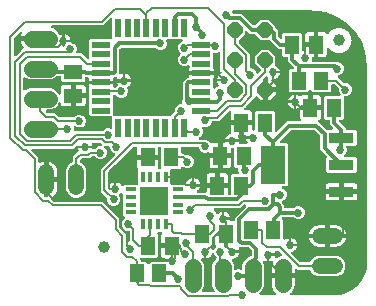
<source format=gtl>
G04 EAGLE Gerber RS-274X export*
G75*
%MOMM*%
%FSLAX34Y34*%
%LPD*%
%INTop Copper*%
%IPPOS*%
%AMOC8*
5,1,8,0,0,1.08239X$1,22.5*%
G01*
%ADD10R,0.304800X0.965200*%
%ADD11R,0.965200X0.304800*%
%ADD12R,2.438400X2.438400*%
%ADD13R,1.600000X0.550000*%
%ADD14R,0.550000X1.600000*%
%ADD15R,1.300000X1.600000*%
%ADD16R,1.600000X1.300000*%
%ADD17C,1.320800*%
%ADD18C,1.422400*%
%ADD19R,1.300000X1.500000*%
%ADD20P,1.415766X8X292.500000*%
%ADD21R,2.150000X0.950000*%
%ADD22R,2.150000X3.250000*%
%ADD23C,1.000000*%
%ADD24C,0.203200*%
%ADD25C,0.685800*%
%ADD26C,0.304800*%

G36*
X285155Y14230D02*
X285155Y14230D01*
X285187Y14227D01*
X288893Y14492D01*
X288975Y14510D01*
X289036Y14513D01*
X292666Y15303D01*
X292745Y15332D01*
X292805Y15343D01*
X296285Y16641D01*
X296359Y16682D01*
X296417Y16702D01*
X299677Y18482D01*
X299745Y18532D01*
X299799Y18560D01*
X302773Y20786D01*
X302832Y20846D01*
X302882Y20881D01*
X305509Y23508D01*
X305559Y23575D01*
X305604Y23617D01*
X307830Y26591D01*
X307870Y26665D01*
X307908Y26713D01*
X309688Y29973D01*
X309701Y30007D01*
X309716Y30030D01*
X309729Y30072D01*
X309749Y30105D01*
X311047Y33585D01*
X311065Y33667D01*
X311087Y33724D01*
X311877Y37354D01*
X311879Y37384D01*
X311887Y37408D01*
X311888Y37457D01*
X311898Y37497D01*
X312163Y41203D01*
X312160Y41243D01*
X312165Y41275D01*
X312165Y208322D01*
X312160Y208359D01*
X312163Y208389D01*
X311772Y214351D01*
X311757Y214425D01*
X311755Y214482D01*
X310589Y220343D01*
X310564Y220415D01*
X310555Y220471D01*
X308634Y226129D01*
X308600Y226197D01*
X308584Y226251D01*
X305941Y231610D01*
X305898Y231673D01*
X305875Y231725D01*
X302555Y236693D01*
X302504Y236750D01*
X302474Y236799D01*
X298535Y241291D01*
X298477Y241340D01*
X298441Y241385D01*
X293949Y245324D01*
X293885Y245366D01*
X293843Y245405D01*
X288875Y248725D01*
X288806Y248758D01*
X288760Y248791D01*
X283401Y251434D01*
X283329Y251457D01*
X283279Y251484D01*
X277621Y253405D01*
X277546Y253419D01*
X277493Y253439D01*
X271632Y254605D01*
X271556Y254609D01*
X271501Y254622D01*
X265539Y255013D01*
X265502Y255010D01*
X265472Y255015D01*
X198999Y255015D01*
X198885Y254999D01*
X198770Y254989D01*
X198745Y254979D01*
X198717Y254975D01*
X198612Y254929D01*
X198505Y254887D01*
X198483Y254871D01*
X198458Y254859D01*
X198370Y254785D01*
X198278Y254716D01*
X198262Y254693D01*
X198241Y254676D01*
X198177Y254580D01*
X198108Y254488D01*
X198098Y254462D01*
X198083Y254439D01*
X198048Y254329D01*
X198008Y254222D01*
X198006Y254194D01*
X197997Y254168D01*
X197994Y254053D01*
X197985Y253939D01*
X197991Y253914D01*
X197990Y253884D01*
X198057Y253627D01*
X198061Y253612D01*
X198297Y253039D01*
X198298Y253038D01*
X198299Y253037D01*
X198375Y252909D01*
X198442Y252795D01*
X198443Y252794D01*
X198444Y252792D01*
X198551Y252692D01*
X198649Y252599D01*
X198650Y252599D01*
X198651Y252598D01*
X198777Y252533D01*
X198901Y252469D01*
X198903Y252469D01*
X198904Y252468D01*
X198919Y252466D01*
X199180Y252414D01*
X199211Y252417D01*
X199235Y252413D01*
X206315Y252413D01*
X216114Y242614D01*
X216184Y242562D01*
X216248Y242502D01*
X216297Y242476D01*
X216341Y242443D01*
X216423Y242412D01*
X216501Y242372D01*
X216548Y242364D01*
X216607Y242342D01*
X216754Y242330D01*
X216832Y242317D01*
X217073Y242317D01*
X217159Y242329D01*
X217247Y242332D01*
X217299Y242349D01*
X217354Y242357D01*
X217434Y242392D01*
X217517Y242419D01*
X217556Y242447D01*
X217613Y242473D01*
X217727Y242569D01*
X217790Y242614D01*
X222509Y247333D01*
X229611Y247333D01*
X234633Y242311D01*
X234633Y240718D01*
X234645Y240631D01*
X234648Y240544D01*
X234665Y240491D01*
X234673Y240436D01*
X234708Y240356D01*
X234735Y240273D01*
X234763Y240234D01*
X234789Y240177D01*
X234885Y240064D01*
X234930Y240000D01*
X237237Y237693D01*
X237237Y233034D01*
X237249Y232947D01*
X237252Y232860D01*
X237269Y232807D01*
X237277Y232752D01*
X237312Y232672D01*
X237339Y232589D01*
X237367Y232550D01*
X237393Y232493D01*
X237489Y232380D01*
X237534Y232316D01*
X238814Y231036D01*
X238838Y231018D01*
X238857Y230996D01*
X238951Y230933D01*
X239041Y230865D01*
X239069Y230855D01*
X239093Y230838D01*
X239201Y230804D01*
X239307Y230764D01*
X239336Y230761D01*
X239364Y230752D01*
X239478Y230750D01*
X239590Y230740D01*
X239619Y230746D01*
X239648Y230745D01*
X239758Y230774D01*
X239869Y230796D01*
X239895Y230810D01*
X239923Y230817D01*
X240021Y230875D01*
X240121Y230927D01*
X240143Y230947D01*
X240168Y230962D01*
X240245Y231045D01*
X240327Y231123D01*
X240342Y231148D01*
X240362Y231170D01*
X240414Y231270D01*
X240471Y231368D01*
X240478Y231397D01*
X240492Y231423D01*
X240505Y231500D01*
X240541Y231644D01*
X240539Y231706D01*
X240547Y231754D01*
X240547Y234902D01*
X241738Y236093D01*
X256422Y236093D01*
X257613Y234902D01*
X257613Y221484D01*
X257615Y221469D01*
X257613Y221453D01*
X257635Y221328D01*
X257653Y221203D01*
X257659Y221188D01*
X257662Y221173D01*
X257717Y221059D01*
X257769Y220943D01*
X257779Y220931D01*
X257786Y220917D01*
X257871Y220823D01*
X257952Y220726D01*
X257965Y220718D01*
X257976Y220706D01*
X258083Y220639D01*
X258189Y220569D01*
X258204Y220564D01*
X258217Y220556D01*
X258339Y220521D01*
X258460Y220483D01*
X258476Y220482D01*
X258491Y220478D01*
X258559Y220480D01*
X258744Y220476D01*
X258789Y220487D01*
X258826Y220488D01*
X259222Y220567D01*
X259318Y220601D01*
X259415Y220626D01*
X259451Y220647D01*
X259490Y220661D01*
X259573Y220720D01*
X259660Y220771D01*
X259688Y220802D01*
X259722Y220826D01*
X259785Y220905D01*
X259854Y220979D01*
X259873Y221016D01*
X259899Y221048D01*
X259938Y221142D01*
X259984Y221232D01*
X259990Y221268D01*
X260008Y221311D01*
X260028Y221495D01*
X260039Y221563D01*
X260039Y224029D01*
X267049Y224029D01*
X267049Y215519D01*
X266833Y215519D01*
X266775Y215511D01*
X266717Y215513D01*
X266635Y215491D01*
X266552Y215479D01*
X266498Y215455D01*
X266442Y215441D01*
X266369Y215398D01*
X266292Y215363D01*
X266247Y215325D01*
X266197Y215296D01*
X266140Y215234D01*
X266075Y215180D01*
X266043Y215131D01*
X266003Y215088D01*
X265964Y215013D01*
X265918Y214943D01*
X265900Y214887D01*
X265873Y214835D01*
X265862Y214767D01*
X265832Y214672D01*
X265829Y214572D01*
X265818Y214504D01*
X265818Y214017D01*
X265588Y212864D01*
X265471Y212581D01*
X265442Y212469D01*
X265408Y212360D01*
X265407Y212332D01*
X265400Y212305D01*
X265403Y212191D01*
X265400Y212076D01*
X265407Y212049D01*
X265408Y212021D01*
X265443Y211912D01*
X265472Y211801D01*
X265486Y211777D01*
X265495Y211750D01*
X265559Y211655D01*
X265617Y211556D01*
X265638Y211537D01*
X265653Y211514D01*
X265741Y211440D01*
X265825Y211362D01*
X265849Y211349D01*
X265871Y211331D01*
X265976Y211284D01*
X266078Y211232D01*
X266103Y211228D01*
X266131Y211216D01*
X266394Y211179D01*
X266409Y211177D01*
X283246Y211177D01*
X285121Y211177D01*
X285671Y211177D01*
X285702Y211181D01*
X285733Y211179D01*
X285809Y211196D01*
X285848Y211202D01*
X288106Y211202D01*
X290114Y210370D01*
X291650Y208834D01*
X292482Y206826D01*
X292482Y204654D01*
X291650Y202646D01*
X290114Y201110D01*
X288019Y200242D01*
X287920Y200184D01*
X287819Y200131D01*
X287799Y200112D01*
X287775Y200098D01*
X287696Y200014D01*
X287613Y199935D01*
X287599Y199911D01*
X287579Y199891D01*
X287527Y199789D01*
X287469Y199690D01*
X287462Y199663D01*
X287449Y199638D01*
X287427Y199526D01*
X287399Y199414D01*
X287400Y199387D01*
X287394Y199359D01*
X287404Y199245D01*
X287408Y199130D01*
X287416Y199104D01*
X287419Y199076D01*
X287460Y198969D01*
X287495Y198860D01*
X287510Y198839D01*
X287521Y198811D01*
X287681Y198599D01*
X287690Y198586D01*
X292557Y193719D01*
X292627Y193667D01*
X292691Y193607D01*
X292741Y193581D01*
X292785Y193548D01*
X292866Y193517D01*
X292944Y193477D01*
X292992Y193469D01*
X293050Y193447D01*
X293198Y193435D01*
X293275Y193422D01*
X295091Y193422D01*
X297099Y192590D01*
X298635Y191054D01*
X299467Y189046D01*
X299467Y186874D01*
X298635Y184866D01*
X297099Y183330D01*
X295091Y182498D01*
X293868Y182498D01*
X293810Y182490D01*
X293752Y182492D01*
X293670Y182470D01*
X293586Y182458D01*
X293533Y182435D01*
X293477Y182420D01*
X293404Y182377D01*
X293327Y182342D01*
X293282Y182304D01*
X293232Y182275D01*
X293174Y182213D01*
X293110Y182159D01*
X293078Y182110D01*
X293038Y182067D01*
X292999Y181992D01*
X292952Y181922D01*
X292935Y181866D01*
X292908Y181814D01*
X292897Y181746D01*
X292867Y181651D01*
X292864Y181551D01*
X292853Y181483D01*
X292853Y163878D01*
X291662Y162687D01*
X289294Y162687D01*
X289265Y162683D01*
X289235Y162686D01*
X289124Y162663D01*
X289012Y162647D01*
X288986Y162635D01*
X288957Y162630D01*
X288856Y162578D01*
X288753Y162531D01*
X288730Y162512D01*
X288704Y162499D01*
X288622Y162421D01*
X288536Y162348D01*
X288520Y162323D01*
X288498Y162303D01*
X288441Y162205D01*
X288378Y162111D01*
X288369Y162083D01*
X288355Y162058D01*
X288327Y161948D01*
X288292Y161840D01*
X288292Y161810D01*
X288284Y161782D01*
X288288Y161669D01*
X288285Y161556D01*
X288293Y161527D01*
X288294Y161498D01*
X288328Y161390D01*
X288357Y161281D01*
X288372Y161255D01*
X288381Y161227D01*
X288427Y161164D01*
X288502Y161036D01*
X288548Y160993D01*
X288576Y160954D01*
X294177Y155353D01*
X294177Y155258D01*
X294185Y155200D01*
X294183Y155142D01*
X294205Y155060D01*
X294217Y154976D01*
X294240Y154923D01*
X294255Y154867D01*
X294298Y154794D01*
X294333Y154717D01*
X294371Y154672D01*
X294400Y154622D01*
X294462Y154564D01*
X294516Y154500D01*
X294565Y154468D01*
X294608Y154428D01*
X294683Y154389D01*
X294753Y154342D01*
X294809Y154325D01*
X294861Y154298D01*
X294929Y154287D01*
X295024Y154257D01*
X295124Y154254D01*
X295192Y154243D01*
X302212Y154243D01*
X303403Y153052D01*
X303403Y141868D01*
X302212Y140677D01*
X295534Y140677D01*
X295420Y140661D01*
X295306Y140651D01*
X295280Y140641D01*
X295253Y140637D01*
X295148Y140590D01*
X295041Y140549D01*
X295019Y140533D01*
X294993Y140521D01*
X294906Y140447D01*
X294814Y140378D01*
X294797Y140355D01*
X294776Y140338D01*
X294713Y140242D01*
X294644Y140150D01*
X294634Y140124D01*
X294619Y140101D01*
X294584Y139991D01*
X294544Y139884D01*
X294541Y139856D01*
X294533Y139830D01*
X294530Y139715D01*
X294521Y139601D01*
X294526Y139576D01*
X294526Y139546D01*
X294593Y139289D01*
X294596Y139273D01*
X295022Y138246D01*
X295022Y136074D01*
X294190Y134066D01*
X293100Y132976D01*
X293082Y132952D01*
X293060Y132933D01*
X292997Y132839D01*
X292929Y132749D01*
X292919Y132721D01*
X292902Y132697D01*
X292868Y132589D01*
X292828Y132483D01*
X292825Y132454D01*
X292817Y132426D01*
X292814Y132312D01*
X292804Y132200D01*
X292810Y132171D01*
X292809Y132142D01*
X292838Y132032D01*
X292860Y131921D01*
X292874Y131895D01*
X292881Y131867D01*
X292939Y131769D01*
X292991Y131669D01*
X293011Y131647D01*
X293026Y131622D01*
X293109Y131545D01*
X293187Y131463D01*
X293212Y131448D01*
X293234Y131428D01*
X293334Y131376D01*
X293432Y131319D01*
X293461Y131312D01*
X293487Y131298D01*
X293564Y131285D01*
X293708Y131249D01*
X293770Y131251D01*
X293818Y131243D01*
X302212Y131243D01*
X303403Y130052D01*
X303403Y118868D01*
X302212Y117677D01*
X279028Y117677D01*
X277837Y118868D01*
X277837Y130052D01*
X278200Y130414D01*
X278235Y130461D01*
X278277Y130501D01*
X278320Y130574D01*
X278371Y130642D01*
X278392Y130696D01*
X278421Y130747D01*
X278442Y130828D01*
X278472Y130907D01*
X278477Y130966D01*
X278491Y131022D01*
X278488Y131107D01*
X278495Y131191D01*
X278484Y131248D01*
X278482Y131306D01*
X278456Y131387D01*
X278440Y131469D01*
X278413Y131521D01*
X278395Y131577D01*
X278355Y131633D01*
X278309Y131722D01*
X278240Y131794D01*
X278200Y131850D01*
X275138Y134912D01*
X272757Y137293D01*
X272757Y148512D01*
X272745Y148599D01*
X272742Y148686D01*
X272725Y148739D01*
X272717Y148794D01*
X272682Y148874D01*
X272655Y148957D01*
X272627Y148996D01*
X272601Y149053D01*
X272505Y149166D01*
X272460Y149230D01*
X268064Y153626D01*
X267994Y153678D01*
X267930Y153738D01*
X267881Y153764D01*
X267837Y153797D01*
X267755Y153828D01*
X267677Y153868D01*
X267630Y153876D01*
X267571Y153898D01*
X267424Y153910D01*
X267346Y153923D01*
X248274Y153923D01*
X248187Y153911D01*
X248100Y153908D01*
X248047Y153891D01*
X247992Y153883D01*
X247912Y153848D01*
X247829Y153821D01*
X247790Y153793D01*
X247733Y153767D01*
X247620Y153671D01*
X247556Y153626D01*
X238406Y144476D01*
X238388Y144452D01*
X238366Y144433D01*
X238303Y144339D01*
X238235Y144249D01*
X238225Y144221D01*
X238208Y144197D01*
X238174Y144089D01*
X238134Y143983D01*
X238131Y143954D01*
X238122Y143926D01*
X238120Y143812D01*
X238110Y143700D01*
X238116Y143671D01*
X238115Y143642D01*
X238144Y143532D01*
X238166Y143421D01*
X238180Y143395D01*
X238187Y143367D01*
X238245Y143269D01*
X238297Y143169D01*
X238317Y143147D01*
X238332Y143122D01*
X238415Y143045D01*
X238493Y142963D01*
X238518Y142948D01*
X238540Y142928D01*
X238640Y142876D01*
X238738Y142819D01*
X238767Y142812D01*
X238793Y142798D01*
X238870Y142785D01*
X239014Y142749D01*
X239076Y142751D01*
X239124Y142743D01*
X244212Y142743D01*
X245403Y141552D01*
X245403Y107368D01*
X244212Y106177D01*
X240954Y106177D01*
X240868Y106165D01*
X240783Y106163D01*
X240728Y106145D01*
X240672Y106137D01*
X240594Y106102D01*
X240512Y106076D01*
X240465Y106044D01*
X240413Y106021D01*
X240347Y105966D01*
X240276Y105918D01*
X240239Y105874D01*
X240196Y105838D01*
X240148Y105766D01*
X240093Y105700D01*
X240070Y105648D01*
X240038Y105601D01*
X240012Y105519D01*
X239977Y105440D01*
X239969Y105384D01*
X239952Y105330D01*
X239950Y105244D01*
X239938Y105159D01*
X239946Y105103D01*
X239945Y105046D01*
X239967Y104963D01*
X239979Y104878D01*
X240002Y104826D01*
X240017Y104771D01*
X240061Y104697D01*
X240096Y104618D01*
X240133Y104575D01*
X240162Y104526D01*
X240225Y104467D01*
X240280Y104402D01*
X240322Y104376D01*
X240369Y104332D01*
X240499Y104266D01*
X240565Y104224D01*
X241854Y103690D01*
X243390Y102154D01*
X244222Y100146D01*
X244222Y97974D01*
X243390Y95966D01*
X241854Y94430D01*
X240717Y93959D01*
X240618Y93900D01*
X240516Y93847D01*
X240496Y93828D01*
X240472Y93814D01*
X240393Y93731D01*
X240310Y93652D01*
X240296Y93628D01*
X240277Y93607D01*
X240224Y93505D01*
X240166Y93406D01*
X240159Y93379D01*
X240146Y93355D01*
X240124Y93242D01*
X240096Y93131D01*
X240097Y93103D01*
X240091Y93076D01*
X240101Y92961D01*
X240105Y92847D01*
X240113Y92820D01*
X240116Y92793D01*
X240157Y92686D01*
X240192Y92576D01*
X240207Y92556D01*
X240218Y92527D01*
X240378Y92315D01*
X240387Y92303D01*
X242317Y90373D01*
X242317Y88392D01*
X242325Y88334D01*
X242323Y88276D01*
X242345Y88194D01*
X242357Y88110D01*
X242380Y88057D01*
X242395Y88001D01*
X242438Y87928D01*
X242473Y87851D01*
X242511Y87806D01*
X242540Y87756D01*
X242602Y87698D01*
X242656Y87634D01*
X242705Y87602D01*
X242748Y87562D01*
X242823Y87523D01*
X242893Y87476D01*
X242949Y87459D01*
X243001Y87432D01*
X243069Y87421D01*
X243164Y87391D01*
X243264Y87388D01*
X243332Y87377D01*
X249412Y87377D01*
X249499Y87389D01*
X249586Y87392D01*
X249639Y87409D01*
X249694Y87417D01*
X249773Y87452D01*
X249857Y87479D01*
X249896Y87507D01*
X249953Y87533D01*
X250066Y87629D01*
X250130Y87674D01*
X250906Y88450D01*
X252914Y89282D01*
X255086Y89282D01*
X257094Y88450D01*
X258630Y86914D01*
X259462Y84906D01*
X259462Y82734D01*
X258630Y80726D01*
X257094Y79190D01*
X255086Y78358D01*
X252914Y78358D01*
X250906Y79190D01*
X250130Y79966D01*
X250060Y80018D01*
X249996Y80078D01*
X249947Y80104D01*
X249903Y80137D01*
X249821Y80168D01*
X249743Y80208D01*
X249696Y80216D01*
X249637Y80238D01*
X249489Y80250D01*
X249412Y80263D01*
X241297Y80263D01*
X241268Y80259D01*
X241239Y80262D01*
X241128Y80239D01*
X241016Y80223D01*
X240989Y80211D01*
X240960Y80206D01*
X240860Y80153D01*
X240757Y80107D01*
X240734Y80088D01*
X240708Y80075D01*
X240626Y79997D01*
X240540Y79924D01*
X240523Y79899D01*
X240502Y79879D01*
X240445Y79781D01*
X240382Y79687D01*
X240373Y79659D01*
X240358Y79634D01*
X240330Y79524D01*
X240296Y79416D01*
X240295Y79386D01*
X240288Y79358D01*
X240292Y79245D01*
X240289Y79132D01*
X240296Y79103D01*
X240297Y79074D01*
X240332Y78966D01*
X240361Y78857D01*
X240376Y78831D01*
X240385Y78803D01*
X240430Y78739D01*
X240506Y78612D01*
X240549Y78571D01*
X240553Y78565D01*
X240558Y78561D01*
X240580Y78530D01*
X241553Y77557D01*
X241553Y61946D01*
X241557Y61917D01*
X241554Y61888D01*
X241577Y61777D01*
X241593Y61665D01*
X241605Y61638D01*
X241610Y61609D01*
X241663Y61508D01*
X241709Y61405D01*
X241728Y61383D01*
X241741Y61357D01*
X241819Y61275D01*
X241892Y61188D01*
X241917Y61172D01*
X241937Y61151D01*
X242035Y61094D01*
X242129Y61031D01*
X242157Y61022D01*
X242182Y61007D01*
X242292Y60979D01*
X242400Y60945D01*
X242430Y60944D01*
X242458Y60937D01*
X242571Y60941D01*
X242684Y60938D01*
X242713Y60945D01*
X242742Y60946D01*
X242850Y60981D01*
X242959Y61009D01*
X242985Y61024D01*
X243013Y61034D01*
X243077Y61079D01*
X243204Y61155D01*
X243247Y61200D01*
X243286Y61228D01*
X243345Y61287D01*
X244322Y61940D01*
X245409Y62390D01*
X246135Y62535D01*
X246135Y56650D01*
X246143Y56592D01*
X246141Y56534D01*
X246163Y56452D01*
X246174Y56369D01*
X246198Y56315D01*
X246213Y56259D01*
X246256Y56186D01*
X246291Y56109D01*
X246328Y56065D01*
X246358Y56014D01*
X246359Y56014D01*
X246420Y55957D01*
X246474Y55892D01*
X246475Y55892D01*
X246523Y55859D01*
X246566Y55819D01*
X246641Y55781D01*
X246711Y55734D01*
X246767Y55717D01*
X246819Y55690D01*
X246887Y55679D01*
X246982Y55648D01*
X247082Y55646D01*
X247150Y55635D01*
X253035Y55635D01*
X252890Y54909D01*
X252440Y53822D01*
X251787Y52844D01*
X250956Y52013D01*
X249978Y51360D01*
X248882Y50906D01*
X248827Y50887D01*
X248756Y50872D01*
X248693Y50840D01*
X248627Y50816D01*
X248568Y50775D01*
X248504Y50741D01*
X248453Y50693D01*
X248395Y50652D01*
X248350Y50595D01*
X248298Y50546D01*
X248262Y50485D01*
X248218Y50429D01*
X248190Y50363D01*
X248154Y50300D01*
X248137Y50232D01*
X248110Y50167D01*
X248102Y50095D01*
X248084Y50025D01*
X248086Y49954D01*
X248078Y49884D01*
X248091Y49813D01*
X248093Y49741D01*
X248115Y49673D01*
X248127Y49604D01*
X248158Y49539D01*
X248180Y49470D01*
X248215Y49421D01*
X248251Y49348D01*
X248331Y49259D01*
X248375Y49197D01*
X255491Y42081D01*
X255561Y42029D01*
X255625Y41969D01*
X255674Y41943D01*
X255718Y41910D01*
X255800Y41879D01*
X255878Y41839D01*
X255925Y41831D01*
X255984Y41809D01*
X256131Y41797D01*
X256209Y41784D01*
X263397Y41784D01*
X263399Y41784D01*
X263400Y41784D01*
X263540Y41804D01*
X263679Y41824D01*
X263680Y41824D01*
X263682Y41824D01*
X263808Y41881D01*
X263938Y41940D01*
X263939Y41941D01*
X263941Y41942D01*
X264048Y42033D01*
X264155Y42123D01*
X264156Y42125D01*
X264157Y42126D01*
X264165Y42139D01*
X264313Y42360D01*
X264322Y42389D01*
X264335Y42410D01*
X264839Y43627D01*
X267269Y46057D01*
X270443Y47372D01*
X287087Y47372D01*
X290261Y46057D01*
X292691Y43627D01*
X294006Y40453D01*
X294006Y37017D01*
X292691Y33843D01*
X290261Y31413D01*
X287087Y30098D01*
X270443Y30098D01*
X267269Y31413D01*
X264839Y33843D01*
X264335Y35060D01*
X264334Y35061D01*
X264334Y35062D01*
X264262Y35183D01*
X264191Y35304D01*
X264189Y35305D01*
X264189Y35307D01*
X264085Y35404D01*
X263984Y35500D01*
X263983Y35500D01*
X263981Y35501D01*
X263856Y35566D01*
X263731Y35630D01*
X263730Y35630D01*
X263728Y35631D01*
X263713Y35633D01*
X263452Y35685D01*
X263422Y35682D01*
X263397Y35686D01*
X253263Y35686D01*
X252686Y36263D01*
X252662Y36281D01*
X252643Y36303D01*
X252595Y36336D01*
X252552Y36375D01*
X252503Y36400D01*
X252459Y36434D01*
X252431Y36444D01*
X252407Y36461D01*
X252351Y36478D01*
X252299Y36505D01*
X252252Y36513D01*
X252193Y36535D01*
X252164Y36538D01*
X252136Y36546D01*
X252035Y36549D01*
X251968Y36560D01*
X251939Y36556D01*
X251910Y36559D01*
X251881Y36553D01*
X251852Y36554D01*
X251769Y36532D01*
X251686Y36520D01*
X251660Y36509D01*
X251631Y36503D01*
X251605Y36489D01*
X251577Y36482D01*
X251503Y36438D01*
X251427Y36404D01*
X251405Y36386D01*
X251379Y36372D01*
X251357Y36352D01*
X251332Y36337D01*
X251274Y36274D01*
X251210Y36221D01*
X251194Y36196D01*
X251173Y36176D01*
X251158Y36151D01*
X251138Y36129D01*
X251099Y36054D01*
X251052Y35984D01*
X251044Y35956D01*
X251029Y35931D01*
X251022Y35902D01*
X251008Y35876D01*
X250997Y35808D01*
X250967Y35713D01*
X250966Y35684D01*
X250959Y35655D01*
X250961Y35593D01*
X250953Y35545D01*
X250953Y32511D01*
X242316Y32511D01*
X242258Y32503D01*
X242200Y32505D01*
X242118Y32483D01*
X242035Y32471D01*
X241981Y32447D01*
X241925Y32433D01*
X241852Y32390D01*
X241775Y32355D01*
X241731Y32317D01*
X241680Y32287D01*
X241623Y32226D01*
X241558Y32171D01*
X241526Y32123D01*
X241486Y32080D01*
X241447Y32005D01*
X241401Y31935D01*
X241383Y31879D01*
X241356Y31827D01*
X241345Y31759D01*
X241315Y31664D01*
X241312Y31564D01*
X241301Y31496D01*
X241301Y29464D01*
X241309Y29406D01*
X241308Y29348D01*
X241329Y29266D01*
X241341Y29183D01*
X241365Y29129D01*
X241379Y29073D01*
X241422Y29000D01*
X241457Y28923D01*
X241495Y28878D01*
X241525Y28828D01*
X241586Y28770D01*
X241641Y28706D01*
X241689Y28674D01*
X241732Y28634D01*
X241807Y28595D01*
X241877Y28549D01*
X241933Y28531D01*
X241985Y28504D01*
X242053Y28493D01*
X242148Y28463D01*
X242248Y28460D01*
X242316Y28449D01*
X250953Y28449D01*
X250953Y22608D01*
X250715Y21108D01*
X250246Y19663D01*
X249556Y18309D01*
X248663Y17080D01*
X247541Y15958D01*
X247523Y15934D01*
X247501Y15916D01*
X247438Y15821D01*
X247370Y15731D01*
X247360Y15703D01*
X247343Y15679D01*
X247309Y15571D01*
X247269Y15465D01*
X247266Y15436D01*
X247258Y15408D01*
X247255Y15295D01*
X247245Y15182D01*
X247251Y15153D01*
X247250Y15124D01*
X247279Y15014D01*
X247301Y14903D01*
X247315Y14877D01*
X247322Y14849D01*
X247380Y14752D01*
X247432Y14651D01*
X247452Y14629D01*
X247467Y14604D01*
X247550Y14527D01*
X247628Y14445D01*
X247653Y14430D01*
X247675Y14410D01*
X247776Y14358D01*
X247873Y14301D01*
X247902Y14294D01*
X247928Y14280D01*
X248005Y14267D01*
X248149Y14231D01*
X248211Y14233D01*
X248259Y14225D01*
X285115Y14225D01*
X285155Y14230D01*
G37*
G36*
X88320Y152921D02*
X88320Y152921D01*
X88407Y152924D01*
X88460Y152941D01*
X88515Y152949D01*
X88594Y152984D01*
X88678Y153011D01*
X88717Y153039D01*
X88774Y153065D01*
X88887Y153161D01*
X88951Y153206D01*
X90235Y154490D01*
X92243Y155322D01*
X94415Y155322D01*
X95353Y154933D01*
X95465Y154905D01*
X95574Y154870D01*
X95602Y154869D01*
X95629Y154862D01*
X95743Y154865D01*
X95858Y154863D01*
X95885Y154870D01*
X95913Y154870D01*
X96022Y154905D01*
X96133Y154934D01*
X96157Y154949D01*
X96184Y154957D01*
X96279Y155021D01*
X96378Y155080D01*
X96397Y155100D01*
X96420Y155115D01*
X96494Y155203D01*
X96572Y155287D01*
X96585Y155312D01*
X96603Y155333D01*
X96649Y155438D01*
X96702Y155540D01*
X96706Y155565D01*
X96718Y155593D01*
X96755Y155856D01*
X96757Y155871D01*
X96757Y164322D01*
X96749Y164380D01*
X96751Y164438D01*
X96729Y164520D01*
X96717Y164604D01*
X96694Y164657D01*
X96679Y164713D01*
X96636Y164786D01*
X96601Y164863D01*
X96563Y164908D01*
X96534Y164958D01*
X96472Y165016D01*
X96418Y165080D01*
X96369Y165112D01*
X96326Y165152D01*
X96251Y165191D01*
X96181Y165238D01*
X96125Y165255D01*
X96073Y165282D01*
X96005Y165293D01*
X95910Y165323D01*
X95810Y165326D01*
X95742Y165337D01*
X78198Y165337D01*
X77007Y166528D01*
X77007Y189537D01*
X76994Y189634D01*
X76989Y189731D01*
X76975Y189768D01*
X76967Y189819D01*
X76897Y189976D01*
X76871Y190045D01*
X76672Y190389D01*
X76499Y191036D01*
X76499Y192746D01*
X86681Y192746D01*
X86739Y192754D01*
X86797Y192752D01*
X86879Y192774D01*
X86962Y192786D01*
X87016Y192809D01*
X87040Y192816D01*
X87068Y192801D01*
X87136Y192790D01*
X87231Y192760D01*
X87331Y192757D01*
X87399Y192746D01*
X97581Y192746D01*
X97581Y191035D01*
X97576Y191017D01*
X97570Y190968D01*
X97555Y190922D01*
X97553Y190828D01*
X97541Y190735D01*
X97549Y190686D01*
X97548Y190638D01*
X97572Y190547D01*
X97586Y190454D01*
X97607Y190410D01*
X97620Y190363D01*
X97668Y190282D01*
X97708Y190197D01*
X97740Y190160D01*
X97765Y190118D01*
X97833Y190054D01*
X97895Y189983D01*
X97937Y189957D01*
X97972Y189924D01*
X98056Y189881D01*
X98135Y189830D01*
X98182Y189816D01*
X98225Y189794D01*
X98298Y189782D01*
X98408Y189750D01*
X98494Y189749D01*
X98556Y189739D01*
X99044Y189739D01*
X99131Y189751D01*
X99218Y189754D01*
X99271Y189771D01*
X99326Y189779D01*
X99405Y189814D01*
X99489Y189841D01*
X99528Y189869D01*
X99585Y189895D01*
X99698Y189991D01*
X99762Y190036D01*
X101099Y191373D01*
X101166Y191413D01*
X101177Y191424D01*
X101190Y191433D01*
X101275Y191527D01*
X101362Y191620D01*
X101369Y191634D01*
X101379Y191645D01*
X101434Y191760D01*
X101492Y191872D01*
X101495Y191888D01*
X101502Y191902D01*
X101522Y192027D01*
X101547Y192151D01*
X101546Y192167D01*
X101548Y192182D01*
X101533Y192309D01*
X101523Y192434D01*
X101517Y192449D01*
X101515Y192465D01*
X101487Y192528D01*
X101421Y192700D01*
X101400Y192727D01*
X100940Y193839D01*
X100795Y194565D01*
X106680Y194565D01*
X112565Y194565D01*
X112420Y193839D01*
X111970Y192752D01*
X111317Y191774D01*
X110486Y190943D01*
X109459Y190257D01*
X109383Y190190D01*
X109303Y190128D01*
X109278Y190095D01*
X109247Y190068D01*
X109193Y189982D01*
X109132Y189901D01*
X109118Y189862D01*
X109096Y189827D01*
X109068Y189729D01*
X109032Y189635D01*
X109029Y189593D01*
X109017Y189553D01*
X109017Y189452D01*
X109009Y189351D01*
X109018Y189315D01*
X109018Y189269D01*
X109069Y189092D01*
X109085Y189024D01*
X109602Y187776D01*
X109602Y185604D01*
X108770Y183596D01*
X107234Y182060D01*
X105226Y181228D01*
X103054Y181228D01*
X101046Y182060D01*
X99762Y183344D01*
X99692Y183396D01*
X99628Y183456D01*
X99579Y183482D01*
X99535Y183515D01*
X99453Y183546D01*
X99375Y183586D01*
X99328Y183594D01*
X99269Y183616D01*
X99121Y183628D01*
X99044Y183641D01*
X98088Y183641D01*
X98030Y183633D01*
X97972Y183635D01*
X97890Y183613D01*
X97806Y183601D01*
X97753Y183578D01*
X97697Y183563D01*
X97624Y183520D01*
X97547Y183485D01*
X97502Y183447D01*
X97452Y183418D01*
X97394Y183356D01*
X97330Y183302D01*
X97298Y183253D01*
X97258Y183210D01*
X97219Y183135D01*
X97172Y183065D01*
X97155Y183009D01*
X97128Y182957D01*
X97117Y182889D01*
X97087Y182794D01*
X97084Y182694D01*
X97073Y182626D01*
X97073Y166668D01*
X97081Y166610D01*
X97079Y166552D01*
X97101Y166470D01*
X97113Y166386D01*
X97136Y166333D01*
X97151Y166277D01*
X97194Y166204D01*
X97229Y166127D01*
X97267Y166082D01*
X97296Y166032D01*
X97358Y165974D01*
X97412Y165910D01*
X97461Y165878D01*
X97504Y165838D01*
X97579Y165799D01*
X97649Y165752D01*
X97705Y165735D01*
X97757Y165708D01*
X97825Y165697D01*
X97920Y165667D01*
X98020Y165664D01*
X98088Y165653D01*
X145681Y165653D01*
X145767Y165665D01*
X145855Y165668D01*
X145907Y165685D01*
X145962Y165693D01*
X146042Y165728D01*
X146125Y165755D01*
X146164Y165783D01*
X146222Y165809D01*
X146335Y165905D01*
X146399Y165950D01*
X149181Y168732D01*
X149233Y168802D01*
X149293Y168866D01*
X149319Y168916D01*
X149352Y168960D01*
X149383Y169041D01*
X149423Y169119D01*
X149431Y169167D01*
X149453Y169225D01*
X149465Y169373D01*
X149478Y169450D01*
X149478Y171266D01*
X150310Y173274D01*
X151846Y174810D01*
X153854Y175642D01*
X155075Y175642D01*
X155188Y175658D01*
X155303Y175668D01*
X155329Y175678D01*
X155356Y175682D01*
X155461Y175728D01*
X155568Y175770D01*
X155590Y175787D01*
X155615Y175798D01*
X155703Y175872D01*
X155795Y175941D01*
X155811Y175964D01*
X155832Y175981D01*
X155896Y176077D01*
X155965Y176169D01*
X155975Y176195D01*
X155990Y176218D01*
X156025Y176328D01*
X156065Y176435D01*
X156067Y176463D01*
X156076Y176489D01*
X156079Y176604D01*
X156088Y176718D01*
X156082Y176743D01*
X156083Y176773D01*
X156016Y177031D01*
X156012Y177046D01*
X155955Y177184D01*
X155955Y179356D01*
X156386Y180396D01*
X156394Y180426D01*
X156408Y180454D01*
X156421Y180531D01*
X156457Y180672D01*
X156455Y180736D01*
X156463Y180785D01*
X156463Y194513D01*
X159627Y197677D01*
X160540Y197677D01*
X160589Y197684D01*
X160637Y197681D01*
X160729Y197703D01*
X160822Y197717D01*
X160866Y197737D01*
X160914Y197748D01*
X160995Y197794D01*
X161081Y197833D01*
X161118Y197864D01*
X161161Y197889D01*
X161227Y197956D01*
X161298Y198016D01*
X161325Y198057D01*
X161359Y198092D01*
X161404Y198175D01*
X161456Y198253D01*
X161471Y198300D01*
X161494Y198343D01*
X161513Y198435D01*
X161542Y198524D01*
X161543Y198573D01*
X161553Y198621D01*
X161546Y198695D01*
X161549Y198808D01*
X161527Y198892D01*
X161521Y198955D01*
X161499Y199036D01*
X161499Y200746D01*
X171681Y200746D01*
X171739Y200754D01*
X171797Y200752D01*
X171879Y200774D01*
X171962Y200786D01*
X172016Y200809D01*
X172040Y200816D01*
X172068Y200801D01*
X172136Y200790D01*
X172231Y200760D01*
X172331Y200757D01*
X172399Y200746D01*
X182581Y200746D01*
X182581Y199036D01*
X182408Y198389D01*
X182209Y198045D01*
X182172Y197955D01*
X182128Y197868D01*
X182122Y197829D01*
X182102Y197781D01*
X182085Y197610D01*
X182073Y197537D01*
X182073Y189708D01*
X182077Y189679D01*
X182074Y189650D01*
X182097Y189538D01*
X182113Y189426D01*
X182125Y189400D01*
X182130Y189371D01*
X182183Y189270D01*
X182229Y189167D01*
X182248Y189145D01*
X182261Y189118D01*
X182339Y189036D01*
X182412Y188950D01*
X182437Y188934D01*
X182457Y188912D01*
X182555Y188855D01*
X182649Y188792D01*
X182677Y188783D01*
X182702Y188769D01*
X182812Y188741D01*
X182920Y188707D01*
X182950Y188706D01*
X182978Y188699D01*
X183091Y188702D01*
X183204Y188699D01*
X183233Y188707D01*
X183262Y188708D01*
X183370Y188742D01*
X183479Y188771D01*
X183505Y188786D01*
X183533Y188795D01*
X183597Y188841D01*
X183724Y188916D01*
X183767Y188962D01*
X183806Y188990D01*
X184866Y190050D01*
X186230Y190615D01*
X186328Y190673D01*
X186430Y190726D01*
X186451Y190745D01*
X186474Y190759D01*
X186553Y190843D01*
X186637Y190922D01*
X186651Y190946D01*
X186670Y190966D01*
X186722Y191068D01*
X186780Y191167D01*
X186787Y191194D01*
X186800Y191219D01*
X186822Y191332D01*
X186850Y191443D01*
X186849Y191471D01*
X186855Y191498D01*
X186845Y191612D01*
X186841Y191727D01*
X186833Y191753D01*
X186830Y191781D01*
X186789Y191888D01*
X186754Y191998D01*
X186739Y192018D01*
X186728Y192046D01*
X186567Y192259D01*
X186559Y192271D01*
X186459Y192371D01*
X185806Y193348D01*
X185356Y194435D01*
X185211Y195161D01*
X191096Y195161D01*
X191154Y195169D01*
X191212Y195167D01*
X191294Y195189D01*
X191377Y195201D01*
X191431Y195224D01*
X191487Y195239D01*
X191560Y195282D01*
X191637Y195317D01*
X191681Y195355D01*
X191732Y195384D01*
X191789Y195446D01*
X191854Y195500D01*
X191886Y195549D01*
X191926Y195592D01*
X191965Y195667D01*
X192011Y195737D01*
X192029Y195793D01*
X192056Y195845D01*
X192067Y195913D01*
X192097Y196008D01*
X192100Y196108D01*
X192111Y196176D01*
X192103Y196234D01*
X192104Y196268D01*
X192104Y196293D01*
X192083Y196374D01*
X192071Y196458D01*
X192047Y196511D01*
X192033Y196568D01*
X191989Y196640D01*
X191955Y196717D01*
X191917Y196762D01*
X191887Y196812D01*
X191826Y196870D01*
X191771Y196934D01*
X191723Y196967D01*
X191680Y197007D01*
X191605Y197045D01*
X191535Y197092D01*
X191479Y197109D01*
X191427Y197136D01*
X191359Y197147D01*
X191264Y197178D01*
X191164Y197180D01*
X191096Y197192D01*
X185211Y197192D01*
X185356Y197918D01*
X185806Y199004D01*
X186459Y199982D01*
X187291Y200813D01*
X188268Y201466D01*
X188552Y201584D01*
X188650Y201642D01*
X188752Y201695D01*
X188773Y201714D01*
X188796Y201728D01*
X188875Y201812D01*
X188959Y201891D01*
X188973Y201915D01*
X188992Y201935D01*
X189044Y202037D01*
X189102Y202136D01*
X189109Y202163D01*
X189122Y202188D01*
X189144Y202300D01*
X189172Y202412D01*
X189171Y202439D01*
X189177Y202467D01*
X189167Y202581D01*
X189163Y202696D01*
X189155Y202722D01*
X189152Y202750D01*
X189111Y202857D01*
X189076Y202966D01*
X189061Y202987D01*
X189050Y203015D01*
X188889Y203228D01*
X188881Y203240D01*
X188023Y204097D01*
X188023Y218873D01*
X188007Y218987D01*
X187997Y219101D01*
X187987Y219127D01*
X187983Y219155D01*
X187936Y219260D01*
X187895Y219367D01*
X187879Y219389D01*
X187867Y219414D01*
X187793Y219502D01*
X187724Y219593D01*
X187701Y219610D01*
X187684Y219631D01*
X187588Y219695D01*
X187496Y219764D01*
X187470Y219773D01*
X187447Y219789D01*
X187337Y219823D01*
X187230Y219864D01*
X187202Y219866D01*
X187176Y219875D01*
X187061Y219878D01*
X186947Y219887D01*
X186922Y219881D01*
X186892Y219882D01*
X186635Y219815D01*
X186619Y219811D01*
X185083Y219175D01*
X183088Y219175D01*
X183030Y219167D01*
X182972Y219168D01*
X182890Y219147D01*
X182806Y219135D01*
X182753Y219111D01*
X182697Y219096D01*
X182624Y219053D01*
X182547Y219019D01*
X182502Y218981D01*
X182452Y218951D01*
X182394Y218889D01*
X182330Y218835D01*
X182298Y218786D01*
X182258Y218744D01*
X182219Y218669D01*
X182172Y218598D01*
X182155Y218543D01*
X182128Y218491D01*
X182117Y218423D01*
X182087Y218327D01*
X182084Y218228D01*
X182073Y218160D01*
X182073Y206703D01*
X182086Y206607D01*
X182091Y206510D01*
X182105Y206472D01*
X182113Y206421D01*
X182183Y206264D01*
X182209Y206195D01*
X182408Y205851D01*
X182581Y205204D01*
X182581Y203494D01*
X172399Y203494D01*
X172341Y203486D01*
X172283Y203488D01*
X172201Y203466D01*
X172118Y203454D01*
X172064Y203431D01*
X172040Y203424D01*
X172012Y203439D01*
X171944Y203450D01*
X171849Y203480D01*
X171749Y203483D01*
X171681Y203494D01*
X161499Y203494D01*
X161499Y205204D01*
X161672Y205851D01*
X161871Y206195D01*
X161908Y206285D01*
X161952Y206372D01*
X161958Y206411D01*
X161978Y206459D01*
X161995Y206630D01*
X162007Y206703D01*
X162007Y207804D01*
X161991Y207918D01*
X161981Y208032D01*
X161971Y208058D01*
X161967Y208086D01*
X161920Y208190D01*
X161879Y208298D01*
X161863Y208320D01*
X161851Y208345D01*
X161777Y208433D01*
X161708Y208524D01*
X161685Y208541D01*
X161668Y208562D01*
X161572Y208626D01*
X161480Y208694D01*
X161454Y208704D01*
X161431Y208720D01*
X161321Y208754D01*
X161214Y208795D01*
X161186Y208797D01*
X161160Y208805D01*
X161045Y208808D01*
X160931Y208818D01*
X160906Y208812D01*
X160876Y208813D01*
X160619Y208746D01*
X160603Y208742D01*
X158566Y207898D01*
X156394Y207898D01*
X154386Y208730D01*
X152850Y210266D01*
X152018Y212274D01*
X152018Y214446D01*
X152850Y216454D01*
X154118Y217722D01*
X154153Y217769D01*
X154196Y217809D01*
X154238Y217882D01*
X154289Y217949D01*
X154310Y218004D01*
X154339Y218054D01*
X154360Y218136D01*
X154390Y218215D01*
X154395Y218273D01*
X154409Y218330D01*
X154407Y218414D01*
X154414Y218498D01*
X154402Y218556D01*
X154400Y218614D01*
X154374Y218694D01*
X154358Y218777D01*
X154331Y218829D01*
X154313Y218885D01*
X154273Y218941D01*
X154227Y219029D01*
X154158Y219102D01*
X154118Y219158D01*
X152850Y220426D01*
X152018Y222434D01*
X152018Y224606D01*
X152850Y226614D01*
X154386Y228150D01*
X155554Y228634D01*
X155628Y228678D01*
X155707Y228713D01*
X155750Y228750D01*
X155799Y228779D01*
X155858Y228841D01*
X155924Y228897D01*
X155955Y228944D01*
X155994Y228985D01*
X156034Y229062D01*
X156081Y229133D01*
X156098Y229187D01*
X156124Y229238D01*
X156141Y229322D01*
X156167Y229404D01*
X156169Y229461D01*
X156180Y229517D01*
X156172Y229602D01*
X156174Y229688D01*
X156160Y229743D01*
X156155Y229800D01*
X156124Y229881D01*
X156103Y229963D01*
X156074Y230012D01*
X156053Y230065D01*
X156001Y230134D01*
X155957Y230208D01*
X155916Y230247D01*
X155881Y230292D01*
X155813Y230344D01*
X155750Y230402D01*
X155699Y230428D01*
X155654Y230462D01*
X155573Y230493D01*
X155497Y230532D01*
X155448Y230540D01*
X155388Y230563D01*
X155243Y230574D01*
X155166Y230587D01*
X143171Y230587D01*
X143057Y230571D01*
X142943Y230561D01*
X142917Y230551D01*
X142890Y230547D01*
X142785Y230500D01*
X142678Y230459D01*
X142656Y230443D01*
X142630Y230431D01*
X142543Y230357D01*
X142451Y230288D01*
X142434Y230265D01*
X142413Y230248D01*
X142350Y230152D01*
X142281Y230060D01*
X142271Y230034D01*
X142256Y230011D01*
X142221Y229901D01*
X142180Y229794D01*
X142178Y229766D01*
X142170Y229740D01*
X142167Y229625D01*
X142158Y229511D01*
X142163Y229486D01*
X142163Y229456D01*
X142230Y229199D01*
X142233Y229183D01*
X142622Y228245D01*
X142622Y226073D01*
X141790Y224065D01*
X140254Y222529D01*
X138246Y221697D01*
X136074Y221697D01*
X134066Y222529D01*
X133290Y223305D01*
X133220Y223357D01*
X133156Y223417D01*
X133107Y223443D01*
X133063Y223476D01*
X132981Y223507D01*
X132903Y223547D01*
X132856Y223555D01*
X132797Y223577D01*
X132649Y223589D01*
X132572Y223602D01*
X104593Y223602D01*
X104506Y223590D01*
X104419Y223587D01*
X104366Y223570D01*
X104311Y223562D01*
X104231Y223527D01*
X104148Y223500D01*
X104109Y223472D01*
X104052Y223446D01*
X103939Y223350D01*
X103875Y223305D01*
X102914Y222344D01*
X102862Y222274D01*
X102802Y222210D01*
X102776Y222161D01*
X102743Y222117D01*
X102712Y222035D01*
X102672Y221957D01*
X102664Y221910D01*
X102642Y221851D01*
X102630Y221704D01*
X102617Y221626D01*
X102617Y201878D01*
X102633Y201764D01*
X102643Y201650D01*
X102653Y201624D01*
X102657Y201596D01*
X102704Y201492D01*
X102745Y201384D01*
X102761Y201362D01*
X102773Y201337D01*
X102847Y201249D01*
X102916Y201158D01*
X102939Y201141D01*
X102956Y201120D01*
X103052Y201056D01*
X103144Y200988D01*
X103170Y200978D01*
X103193Y200962D01*
X103303Y200928D01*
X103410Y200887D01*
X103438Y200885D01*
X103464Y200877D01*
X103579Y200874D01*
X103693Y200865D01*
X103718Y200870D01*
X103748Y200869D01*
X104005Y200936D01*
X104021Y200940D01*
X104939Y201320D01*
X105665Y201465D01*
X105665Y196595D01*
X100795Y196595D01*
X100953Y197388D01*
X100968Y197427D01*
X100972Y197483D01*
X100987Y197538D01*
X100984Y197624D01*
X100991Y197710D01*
X100980Y197766D01*
X100979Y197822D01*
X100952Y197905D01*
X100935Y197989D01*
X100909Y198039D01*
X100892Y198093D01*
X100844Y198165D01*
X100804Y198241D01*
X100766Y198282D01*
X100734Y198329D01*
X100668Y198385D01*
X100609Y198447D01*
X100560Y198476D01*
X100517Y198512D01*
X100438Y198548D01*
X100363Y198591D01*
X100309Y198605D01*
X100257Y198628D01*
X100171Y198640D01*
X100088Y198661D01*
X100031Y198659D01*
X99975Y198667D01*
X99890Y198655D01*
X99804Y198652D01*
X99750Y198635D01*
X99694Y198627D01*
X99615Y198591D01*
X99533Y198565D01*
X99531Y198563D01*
X98540Y198563D01*
X98491Y198556D01*
X98443Y198559D01*
X98351Y198537D01*
X98258Y198523D01*
X98214Y198503D01*
X98166Y198492D01*
X98085Y198446D01*
X97999Y198407D01*
X97962Y198376D01*
X97919Y198351D01*
X97853Y198284D01*
X97782Y198224D01*
X97755Y198183D01*
X97721Y198148D01*
X97676Y198065D01*
X97624Y197987D01*
X97609Y197940D01*
X97586Y197897D01*
X97567Y197805D01*
X97538Y197716D01*
X97537Y197667D01*
X97527Y197619D01*
X97534Y197545D01*
X97531Y197432D01*
X97553Y197348D01*
X97559Y197285D01*
X97581Y197204D01*
X97581Y195494D01*
X87399Y195494D01*
X87341Y195486D01*
X87283Y195488D01*
X87201Y195466D01*
X87118Y195454D01*
X87064Y195431D01*
X87040Y195424D01*
X87012Y195439D01*
X86944Y195450D01*
X86849Y195480D01*
X86749Y195483D01*
X86681Y195494D01*
X76499Y195494D01*
X76499Y197204D01*
X76521Y197285D01*
X76527Y197334D01*
X76542Y197380D01*
X76544Y197474D01*
X76555Y197567D01*
X76548Y197616D01*
X76549Y197664D01*
X76525Y197755D01*
X76510Y197848D01*
X76489Y197892D01*
X76477Y197939D01*
X76429Y198020D01*
X76389Y198105D01*
X76357Y198142D01*
X76332Y198184D01*
X76263Y198248D01*
X76201Y198319D01*
X76160Y198345D01*
X76124Y198378D01*
X76041Y198421D01*
X75962Y198472D01*
X75915Y198486D01*
X75871Y198508D01*
X75798Y198520D01*
X75689Y198552D01*
X75602Y198553D01*
X75540Y198563D01*
X74548Y198563D01*
X74490Y198555D01*
X74432Y198557D01*
X74350Y198535D01*
X74266Y198523D01*
X74213Y198500D01*
X74157Y198485D01*
X74084Y198442D01*
X74007Y198407D01*
X73962Y198369D01*
X73912Y198340D01*
X73854Y198278D01*
X73790Y198224D01*
X73758Y198175D01*
X73718Y198132D01*
X73679Y198057D01*
X73632Y197987D01*
X73615Y197931D01*
X73588Y197879D01*
X73577Y197811D01*
X73547Y197716D01*
X73544Y197616D01*
X73533Y197548D01*
X73533Y195698D01*
X72342Y194507D01*
X54658Y194507D01*
X53467Y195698D01*
X53467Y198468D01*
X53459Y198526D01*
X53461Y198584D01*
X53439Y198666D01*
X53427Y198750D01*
X53404Y198803D01*
X53389Y198859D01*
X53346Y198932D01*
X53311Y199009D01*
X53273Y199054D01*
X53244Y199104D01*
X53182Y199162D01*
X53128Y199226D01*
X53079Y199258D01*
X53036Y199298D01*
X52961Y199337D01*
X52891Y199384D01*
X52835Y199401D01*
X52783Y199428D01*
X52715Y199439D01*
X52620Y199469D01*
X52520Y199472D01*
X52452Y199483D01*
X49768Y199483D01*
X49682Y199471D01*
X49594Y199468D01*
X49542Y199451D01*
X49487Y199443D01*
X49407Y199408D01*
X49324Y199381D01*
X49285Y199353D01*
X49227Y199327D01*
X49114Y199231D01*
X49050Y199186D01*
X47852Y197987D01*
X44491Y196595D01*
X26629Y196595D01*
X23268Y197987D01*
X23070Y198185D01*
X23046Y198203D01*
X23027Y198226D01*
X22933Y198288D01*
X22843Y198356D01*
X22815Y198367D01*
X22791Y198383D01*
X22683Y198417D01*
X22577Y198458D01*
X22548Y198460D01*
X22520Y198469D01*
X22407Y198472D01*
X22294Y198481D01*
X22265Y198475D01*
X22236Y198476D01*
X22126Y198448D01*
X22015Y198425D01*
X21989Y198412D01*
X21961Y198404D01*
X21863Y198347D01*
X21763Y198294D01*
X21741Y198274D01*
X21716Y198259D01*
X21639Y198177D01*
X21557Y198099D01*
X21542Y198073D01*
X21522Y198052D01*
X21470Y197951D01*
X21413Y197853D01*
X21406Y197825D01*
X21392Y197799D01*
X21379Y197721D01*
X21343Y197578D01*
X21345Y197515D01*
X21337Y197468D01*
X21337Y188612D01*
X21341Y188583D01*
X21338Y188554D01*
X21361Y188443D01*
X21377Y188331D01*
X21389Y188304D01*
X21394Y188275D01*
X21446Y188175D01*
X21493Y188071D01*
X21512Y188049D01*
X21525Y188023D01*
X21603Y187941D01*
X21676Y187854D01*
X21701Y187838D01*
X21721Y187817D01*
X21819Y187760D01*
X21913Y187697D01*
X21941Y187688D01*
X21966Y187673D01*
X22076Y187645D01*
X22184Y187611D01*
X22213Y187610D01*
X22242Y187603D01*
X22355Y187607D01*
X22468Y187604D01*
X22497Y187611D01*
X22526Y187612D01*
X22634Y187647D01*
X22743Y187676D01*
X22769Y187691D01*
X22797Y187700D01*
X22860Y187745D01*
X22988Y187821D01*
X23031Y187866D01*
X23070Y187895D01*
X23268Y188093D01*
X26629Y189485D01*
X44491Y189485D01*
X47852Y188093D01*
X50425Y185520D01*
X51006Y184116D01*
X51050Y184042D01*
X51085Y183964D01*
X51122Y183920D01*
X51151Y183871D01*
X51213Y183812D01*
X51269Y183747D01*
X51316Y183715D01*
X51357Y183676D01*
X51434Y183637D01*
X51505Y183589D01*
X51559Y183572D01*
X51610Y183546D01*
X51694Y183529D01*
X51776Y183503D01*
X51833Y183502D01*
X51889Y183491D01*
X51974Y183498D01*
X52060Y183496D01*
X52115Y183511D01*
X52172Y183515D01*
X52252Y183546D01*
X52335Y183568D01*
X52384Y183597D01*
X52437Y183617D01*
X52506Y183669D01*
X52580Y183713D01*
X52619Y183755D01*
X52664Y183789D01*
X52716Y183858D01*
X52774Y183921D01*
X52800Y183971D01*
X52834Y184017D01*
X52865Y184097D01*
X52904Y184174D01*
X52912Y184222D01*
X52935Y184283D01*
X52946Y184427D01*
X52959Y184505D01*
X52959Y189874D01*
X53132Y190521D01*
X53467Y191100D01*
X53940Y191573D01*
X54519Y191908D01*
X55166Y192081D01*
X61469Y192081D01*
X61469Y184056D01*
X61477Y183998D01*
X61475Y183940D01*
X61497Y183858D01*
X61509Y183775D01*
X61533Y183721D01*
X61547Y183665D01*
X61590Y183592D01*
X61625Y183515D01*
X61663Y183471D01*
X61693Y183420D01*
X61754Y183363D01*
X61809Y183298D01*
X61857Y183266D01*
X61900Y183226D01*
X61975Y183187D01*
X62045Y183141D01*
X62101Y183123D01*
X62153Y183096D01*
X62221Y183085D01*
X62316Y183055D01*
X62416Y183052D01*
X62484Y183041D01*
X63501Y183041D01*
X63501Y183039D01*
X62484Y183039D01*
X62426Y183031D01*
X62368Y183032D01*
X62286Y183011D01*
X62203Y182999D01*
X62149Y182975D01*
X62093Y182961D01*
X62020Y182918D01*
X61943Y182883D01*
X61898Y182845D01*
X61848Y182815D01*
X61790Y182754D01*
X61726Y182699D01*
X61694Y182651D01*
X61654Y182608D01*
X61615Y182533D01*
X61569Y182463D01*
X61551Y182407D01*
X61524Y182355D01*
X61513Y182287D01*
X61483Y182192D01*
X61480Y182092D01*
X61469Y182024D01*
X61469Y173999D01*
X55166Y173999D01*
X54519Y174172D01*
X53940Y174507D01*
X53467Y174980D01*
X53132Y175559D01*
X52950Y176239D01*
X52947Y176260D01*
X52945Y176346D01*
X52927Y176401D01*
X52919Y176457D01*
X52884Y176535D01*
X52858Y176617D01*
X52826Y176664D01*
X52803Y176716D01*
X52748Y176782D01*
X52700Y176853D01*
X52656Y176890D01*
X52620Y176933D01*
X52548Y176981D01*
X52482Y177036D01*
X52430Y177059D01*
X52383Y177091D01*
X52301Y177117D01*
X52222Y177152D01*
X52166Y177159D01*
X52112Y177177D01*
X52026Y177179D01*
X51941Y177191D01*
X51885Y177182D01*
X51828Y177184D01*
X51745Y177162D01*
X51659Y177150D01*
X51608Y177126D01*
X51553Y177112D01*
X51479Y177068D01*
X51400Y177033D01*
X51357Y176996D01*
X51308Y176967D01*
X51249Y176904D01*
X51184Y176848D01*
X51158Y176807D01*
X51114Y176760D01*
X51048Y176630D01*
X51006Y176564D01*
X50425Y175160D01*
X47852Y172587D01*
X44491Y171195D01*
X41307Y171195D01*
X41278Y171191D01*
X41249Y171194D01*
X41138Y171171D01*
X41026Y171155D01*
X40999Y171143D01*
X40970Y171138D01*
X40870Y171085D01*
X40766Y171039D01*
X40744Y171020D01*
X40718Y171007D01*
X40636Y170929D01*
X40549Y170856D01*
X40533Y170831D01*
X40512Y170811D01*
X40455Y170713D01*
X40392Y170619D01*
X40383Y170591D01*
X40368Y170566D01*
X40340Y170456D01*
X40306Y170348D01*
X40305Y170318D01*
X40298Y170290D01*
X40302Y170177D01*
X40299Y170064D01*
X40306Y170035D01*
X40307Y170006D01*
X40342Y169898D01*
X40371Y169789D01*
X40385Y169763D01*
X40395Y169735D01*
X40440Y169671D01*
X40516Y169544D01*
X40561Y169501D01*
X40589Y169462D01*
X41605Y168446D01*
X41675Y168394D01*
X41739Y168334D01*
X41789Y168308D01*
X41833Y168275D01*
X41914Y168244D01*
X41992Y168204D01*
X42040Y168196D01*
X42098Y168174D01*
X42246Y168162D01*
X42323Y168149D01*
X48143Y168149D01*
X51529Y164763D01*
X51599Y164711D01*
X51663Y164651D01*
X51712Y164625D01*
X51756Y164592D01*
X51838Y164561D01*
X51916Y164521D01*
X51963Y164513D01*
X52022Y164491D01*
X52169Y164479D01*
X52247Y164466D01*
X63484Y164466D01*
X63571Y164478D01*
X63658Y164481D01*
X63711Y164498D01*
X63766Y164506D01*
X63845Y164541D01*
X63929Y164568D01*
X63968Y164596D01*
X64025Y164622D01*
X64138Y164718D01*
X64202Y164763D01*
X65486Y166047D01*
X67494Y166879D01*
X69666Y166879D01*
X71674Y166047D01*
X73210Y164511D01*
X74042Y162503D01*
X74042Y160331D01*
X73210Y158323D01*
X71674Y156787D01*
X69666Y155955D01*
X67494Y155955D01*
X65392Y156826D01*
X65389Y156828D01*
X65361Y156839D01*
X65336Y156856D01*
X65228Y156890D01*
X65123Y156930D01*
X65093Y156932D01*
X65065Y156941D01*
X64952Y156944D01*
X64840Y156954D01*
X64811Y156948D01*
X64781Y156949D01*
X64672Y156920D01*
X64561Y156898D01*
X64534Y156884D01*
X64506Y156877D01*
X64409Y156819D01*
X64309Y156768D01*
X64287Y156747D01*
X64261Y156732D01*
X64184Y156649D01*
X64102Y156572D01*
X64087Y156546D01*
X64067Y156524D01*
X64015Y156424D01*
X63958Y156327D01*
X63951Y156298D01*
X63937Y156271D01*
X63924Y156194D01*
X63888Y156051D01*
X63890Y155988D01*
X63882Y155940D01*
X63882Y153924D01*
X63890Y153866D01*
X63888Y153808D01*
X63910Y153726D01*
X63922Y153642D01*
X63945Y153589D01*
X63960Y153533D01*
X64003Y153460D01*
X64038Y153383D01*
X64076Y153338D01*
X64105Y153288D01*
X64167Y153230D01*
X64221Y153166D01*
X64270Y153134D01*
X64313Y153094D01*
X64388Y153055D01*
X64458Y153008D01*
X64514Y152991D01*
X64566Y152964D01*
X64634Y152953D01*
X64729Y152923D01*
X64829Y152920D01*
X64897Y152909D01*
X88233Y152909D01*
X88320Y152921D01*
G37*
G36*
X196090Y98689D02*
X196090Y98689D01*
X196148Y98687D01*
X196230Y98709D01*
X196314Y98721D01*
X196367Y98744D01*
X196423Y98759D01*
X196496Y98802D01*
X196573Y98837D01*
X196618Y98875D01*
X196668Y98904D01*
X196726Y98966D01*
X196790Y99020D01*
X196822Y99069D01*
X196862Y99112D01*
X196901Y99187D01*
X196948Y99257D01*
X196965Y99313D01*
X196992Y99365D01*
X197003Y99433D01*
X197033Y99528D01*
X197036Y99628D01*
X197047Y99696D01*
X197047Y115522D01*
X198238Y116713D01*
X202904Y116713D01*
X203018Y116729D01*
X203132Y116739D01*
X203158Y116749D01*
X203185Y116753D01*
X203290Y116800D01*
X203397Y116841D01*
X203419Y116857D01*
X203445Y116869D01*
X203532Y116943D01*
X203624Y117012D01*
X203641Y117035D01*
X203662Y117052D01*
X203725Y117148D01*
X203794Y117240D01*
X203804Y117266D01*
X203819Y117289D01*
X203854Y117399D01*
X203895Y117506D01*
X203897Y117534D01*
X203905Y117560D01*
X203908Y117675D01*
X203917Y117789D01*
X203912Y117814D01*
X203912Y117844D01*
X203845Y118101D01*
X203842Y118117D01*
X203453Y119055D01*
X203453Y121032D01*
X203445Y121090D01*
X203447Y121148D01*
X203425Y121230D01*
X203413Y121314D01*
X203390Y121367D01*
X203375Y121423D01*
X203332Y121496D01*
X203297Y121573D01*
X203259Y121618D01*
X203230Y121668D01*
X203168Y121726D01*
X203114Y121790D01*
X203065Y121822D01*
X203022Y121862D01*
X202947Y121901D01*
X202877Y121948D01*
X202821Y121965D01*
X202769Y121992D01*
X202701Y122003D01*
X202606Y122033D01*
X202506Y122036D01*
X202438Y122047D01*
X200778Y122047D01*
X199587Y123238D01*
X199587Y137795D01*
X199579Y137853D01*
X199581Y137911D01*
X199559Y137993D01*
X199547Y138077D01*
X199524Y138130D01*
X199509Y138186D01*
X199466Y138259D01*
X199431Y138336D01*
X199393Y138381D01*
X199364Y138431D01*
X199302Y138489D01*
X199248Y138553D01*
X199199Y138585D01*
X199156Y138625D01*
X199081Y138664D01*
X199011Y138711D01*
X198955Y138728D01*
X198903Y138755D01*
X198835Y138766D01*
X198740Y138796D01*
X198640Y138799D01*
X198572Y138810D01*
X198176Y138810D01*
X198118Y138802D01*
X198060Y138804D01*
X197978Y138782D01*
X197894Y138770D01*
X197841Y138747D01*
X197785Y138732D01*
X197712Y138689D01*
X197635Y138654D01*
X197590Y138616D01*
X197540Y138587D01*
X197482Y138525D01*
X197418Y138471D01*
X197386Y138422D01*
X197346Y138379D01*
X197307Y138304D01*
X197260Y138234D01*
X197243Y138178D01*
X197216Y138126D01*
X197205Y138058D01*
X197175Y137963D01*
X197172Y137863D01*
X197161Y137795D01*
X197161Y134111D01*
X190151Y134111D01*
X190151Y142621D01*
X191226Y142621D01*
X191241Y142623D01*
X191256Y142621D01*
X191382Y142643D01*
X191507Y142661D01*
X191521Y142667D01*
X191537Y142670D01*
X191650Y142725D01*
X191767Y142777D01*
X191779Y142787D01*
X191792Y142794D01*
X191886Y142878D01*
X191984Y142960D01*
X191992Y142973D01*
X192004Y142984D01*
X192071Y143091D01*
X192141Y143197D01*
X192146Y143212D01*
X192154Y143225D01*
X192189Y143347D01*
X192227Y143468D01*
X192227Y143484D01*
X192232Y143499D01*
X192230Y143567D01*
X192234Y143752D01*
X192231Y143765D01*
X198120Y143765D01*
X204005Y143765D01*
X203917Y143326D01*
X203917Y143311D01*
X203912Y143296D01*
X203909Y143169D01*
X203902Y143042D01*
X203905Y143027D01*
X203905Y143012D01*
X203937Y142889D01*
X203965Y142765D01*
X203973Y142751D01*
X203976Y142737D01*
X204041Y142628D01*
X204103Y142516D01*
X204114Y142506D01*
X204122Y142492D01*
X204215Y142405D01*
X204304Y142316D01*
X204318Y142308D01*
X204329Y142298D01*
X204442Y142240D01*
X204553Y142179D01*
X204568Y142175D01*
X204582Y142168D01*
X204650Y142157D01*
X204831Y142116D01*
X204877Y142119D01*
X204913Y142113D01*
X210300Y142113D01*
X210372Y142123D01*
X210444Y142123D01*
X210512Y142143D01*
X210582Y142153D01*
X210648Y142182D01*
X210717Y142202D01*
X210777Y142240D01*
X210841Y142269D01*
X210896Y142315D01*
X210957Y142354D01*
X211004Y142407D01*
X211058Y142452D01*
X211098Y142513D01*
X211146Y142567D01*
X211177Y142630D01*
X211216Y142689D01*
X211238Y142758D01*
X211269Y142823D01*
X211280Y142893D01*
X211302Y142960D01*
X211303Y143032D01*
X211315Y143104D01*
X211307Y143174D01*
X211309Y143244D01*
X211291Y143314D01*
X211282Y143386D01*
X211258Y143441D01*
X211237Y143519D01*
X211176Y143623D01*
X211144Y143692D01*
X210610Y144492D01*
X210160Y145579D01*
X210015Y146305D01*
X215900Y146305D01*
X215958Y146313D01*
X216016Y146311D01*
X216098Y146333D01*
X216181Y146344D01*
X216235Y146368D01*
X216291Y146383D01*
X216364Y146426D01*
X216441Y146461D01*
X216485Y146498D01*
X216535Y146528D01*
X216593Y146590D01*
X216658Y146644D01*
X216690Y146693D01*
X216730Y146736D01*
X216768Y146811D01*
X216815Y146881D01*
X216833Y146937D01*
X216859Y146989D01*
X216871Y147057D01*
X216901Y147152D01*
X216904Y147252D01*
X216915Y147320D01*
X216907Y147378D01*
X216907Y147390D01*
X216908Y147436D01*
X216887Y147518D01*
X216875Y147602D01*
X216851Y147655D01*
X216836Y147712D01*
X216793Y147784D01*
X216759Y147861D01*
X216721Y147906D01*
X216691Y147956D01*
X216630Y148014D01*
X216575Y148078D01*
X216527Y148110D01*
X216484Y148150D01*
X216409Y148189D01*
X216339Y148236D01*
X216283Y148253D01*
X216231Y148280D01*
X216163Y148291D01*
X216068Y148321D01*
X215968Y148324D01*
X215900Y148335D01*
X210008Y148335D01*
X210010Y148423D01*
X210017Y148550D01*
X210014Y148565D01*
X210014Y148580D01*
X209982Y148703D01*
X209954Y148827D01*
X209946Y148841D01*
X209942Y148855D01*
X209878Y148964D01*
X209816Y149076D01*
X209805Y149087D01*
X209797Y149100D01*
X209705Y149187D01*
X209615Y149276D01*
X209601Y149284D01*
X209590Y149294D01*
X209477Y149352D01*
X209366Y149413D01*
X209351Y149417D01*
X209337Y149424D01*
X209269Y149435D01*
X209088Y149476D01*
X209042Y149473D01*
X209006Y149479D01*
X207931Y149479D01*
X207931Y157989D01*
X214941Y157989D01*
X214941Y154305D01*
X214948Y154251D01*
X214947Y154213D01*
X214948Y154211D01*
X214947Y154189D01*
X214969Y154107D01*
X214981Y154023D01*
X215004Y153970D01*
X215019Y153914D01*
X215062Y153841D01*
X215097Y153764D01*
X215135Y153719D01*
X215164Y153669D01*
X215226Y153611D01*
X215280Y153547D01*
X215329Y153515D01*
X215372Y153475D01*
X215447Y153436D01*
X215517Y153389D01*
X215573Y153372D01*
X215625Y153345D01*
X215693Y153334D01*
X215788Y153304D01*
X215888Y153301D01*
X215956Y153290D01*
X216352Y153290D01*
X216410Y153298D01*
X216468Y153296D01*
X216550Y153318D01*
X216634Y153330D01*
X216687Y153353D01*
X216743Y153368D01*
X216816Y153411D01*
X216893Y153446D01*
X216938Y153484D01*
X216988Y153513D01*
X217046Y153575D01*
X217110Y153629D01*
X217142Y153678D01*
X217182Y153721D01*
X217221Y153796D01*
X217268Y153866D01*
X217285Y153922D01*
X217312Y153974D01*
X217323Y154042D01*
X217353Y154137D01*
X217356Y154237D01*
X217367Y154305D01*
X217367Y168862D01*
X218558Y170053D01*
X233242Y170053D01*
X234433Y168862D01*
X234433Y153014D01*
X234437Y152985D01*
X234434Y152955D01*
X234457Y152844D01*
X234473Y152732D01*
X234485Y152706D01*
X234490Y152677D01*
X234542Y152576D01*
X234589Y152473D01*
X234608Y152450D01*
X234621Y152424D01*
X234699Y152342D01*
X234772Y152256D01*
X234797Y152240D01*
X234817Y152218D01*
X234915Y152161D01*
X235009Y152098D01*
X235037Y152089D01*
X235062Y152075D01*
X235172Y152047D01*
X235280Y152012D01*
X235310Y152012D01*
X235338Y152004D01*
X235451Y152008D01*
X235564Y152005D01*
X235593Y152013D01*
X235622Y152014D01*
X235730Y152048D01*
X235839Y152077D01*
X235865Y152092D01*
X235893Y152101D01*
X235956Y152147D01*
X236084Y152222D01*
X236127Y152268D01*
X236166Y152296D01*
X244907Y161037D01*
X255459Y161037D01*
X255488Y161041D01*
X255517Y161038D01*
X255629Y161061D01*
X255741Y161077D01*
X255767Y161089D01*
X255796Y161094D01*
X255897Y161147D01*
X256000Y161193D01*
X256022Y161212D01*
X256048Y161225D01*
X256131Y161303D01*
X256217Y161376D01*
X256233Y161401D01*
X256255Y161421D01*
X256312Y161519D01*
X256375Y161613D01*
X256383Y161641D01*
X256398Y161666D01*
X256426Y161776D01*
X256460Y161884D01*
X256461Y161914D01*
X256468Y161942D01*
X256465Y162055D01*
X256468Y162168D01*
X256460Y162197D01*
X256459Y162226D01*
X256424Y162334D01*
X256396Y162443D01*
X256381Y162469D01*
X256372Y162497D01*
X256326Y162561D01*
X256251Y162688D01*
X256205Y162731D01*
X256177Y162770D01*
X255787Y163160D01*
X255452Y163739D01*
X255279Y164386D01*
X255279Y170689D01*
X263304Y170689D01*
X263362Y170697D01*
X263420Y170695D01*
X263502Y170717D01*
X263585Y170729D01*
X263639Y170753D01*
X263695Y170767D01*
X263768Y170810D01*
X263845Y170845D01*
X263889Y170883D01*
X263940Y170913D01*
X263997Y170974D01*
X264062Y171029D01*
X264094Y171077D01*
X264134Y171120D01*
X264173Y171195D01*
X264219Y171265D01*
X264237Y171321D01*
X264264Y171373D01*
X264275Y171441D01*
X264305Y171536D01*
X264308Y171636D01*
X264319Y171704D01*
X264319Y172721D01*
X264321Y172721D01*
X264321Y171704D01*
X264329Y171646D01*
X264328Y171588D01*
X264349Y171506D01*
X264361Y171423D01*
X264385Y171369D01*
X264399Y171313D01*
X264442Y171240D01*
X264477Y171163D01*
X264515Y171118D01*
X264545Y171068D01*
X264606Y171010D01*
X264661Y170946D01*
X264709Y170914D01*
X264752Y170874D01*
X264827Y170835D01*
X264897Y170789D01*
X264953Y170771D01*
X265005Y170744D01*
X265073Y170733D01*
X265168Y170703D01*
X265268Y170700D01*
X265336Y170689D01*
X273361Y170689D01*
X273361Y164386D01*
X273188Y163739D01*
X272853Y163160D01*
X272380Y162687D01*
X271801Y162352D01*
X271604Y162300D01*
X271568Y162284D01*
X271530Y162277D01*
X271438Y162229D01*
X271342Y162188D01*
X271312Y162164D01*
X271277Y162146D01*
X271202Y162074D01*
X271122Y162009D01*
X271100Y161977D01*
X271071Y161950D01*
X271019Y161861D01*
X270960Y161775D01*
X270947Y161738D01*
X270928Y161705D01*
X270902Y161604D01*
X270869Y161506D01*
X270867Y161467D01*
X270857Y161429D01*
X270861Y161326D01*
X270856Y161222D01*
X270865Y161184D01*
X270866Y161145D01*
X270898Y161046D01*
X270923Y160946D01*
X270942Y160912D01*
X270954Y160875D01*
X270999Y160811D01*
X271063Y160699D01*
X271116Y160647D01*
X271149Y160601D01*
X273094Y158656D01*
X277550Y154200D01*
X277596Y154165D01*
X277637Y154123D01*
X277710Y154080D01*
X277777Y154029D01*
X277832Y154008D01*
X277882Y153979D01*
X277964Y153958D01*
X278043Y153928D01*
X278101Y153923D01*
X278158Y153909D01*
X278242Y153912D01*
X278326Y153905D01*
X278383Y153916D01*
X278442Y153918D01*
X278522Y153944D01*
X278605Y153960D01*
X278657Y153987D01*
X278712Y154005D01*
X278768Y154045D01*
X278857Y154091D01*
X278929Y154160D01*
X278986Y154200D01*
X279028Y154243D01*
X282776Y154243D01*
X282805Y154247D01*
X282835Y154244D01*
X282946Y154267D01*
X283058Y154283D01*
X283084Y154295D01*
X283113Y154300D01*
X283214Y154353D01*
X283317Y154399D01*
X283340Y154418D01*
X283366Y154431D01*
X283448Y154509D01*
X283534Y154582D01*
X283550Y154607D01*
X283572Y154627D01*
X283629Y154725D01*
X283692Y154819D01*
X283701Y154847D01*
X283715Y154872D01*
X283743Y154982D01*
X283778Y155090D01*
X283778Y155120D01*
X283786Y155148D01*
X283782Y155261D01*
X283785Y155374D01*
X283777Y155403D01*
X283776Y155432D01*
X283742Y155540D01*
X283713Y155649D01*
X283698Y155675D01*
X283689Y155703D01*
X283643Y155766D01*
X283568Y155894D01*
X283522Y155937D01*
X283494Y155976D01*
X280763Y158707D01*
X280763Y161672D01*
X280755Y161730D01*
X280757Y161788D01*
X280735Y161870D01*
X280723Y161954D01*
X280700Y162007D01*
X280685Y162063D01*
X280642Y162136D01*
X280607Y162213D01*
X280569Y162258D01*
X280540Y162308D01*
X280478Y162366D01*
X280424Y162430D01*
X280375Y162462D01*
X280332Y162502D01*
X280257Y162541D01*
X280187Y162588D01*
X280131Y162605D01*
X280079Y162632D01*
X280011Y162643D01*
X279916Y162673D01*
X279816Y162676D01*
X279748Y162687D01*
X276978Y162687D01*
X275787Y163878D01*
X275787Y181562D01*
X276978Y182753D01*
X289037Y182753D01*
X289066Y182757D01*
X289096Y182754D01*
X289207Y182777D01*
X289319Y182793D01*
X289345Y182805D01*
X289374Y182810D01*
X289475Y182863D01*
X289578Y182909D01*
X289600Y182928D01*
X289627Y182941D01*
X289709Y183019D01*
X289795Y183092D01*
X289811Y183117D01*
X289833Y183137D01*
X289890Y183235D01*
X289953Y183329D01*
X289962Y183357D01*
X289976Y183382D01*
X290004Y183492D01*
X290038Y183600D01*
X290039Y183630D01*
X290046Y183658D01*
X290043Y183771D01*
X290046Y183884D01*
X290038Y183913D01*
X290037Y183942D01*
X290003Y184050D01*
X289974Y184159D01*
X289959Y184185D01*
X289950Y184213D01*
X289904Y184277D01*
X289829Y184404D01*
X289825Y184407D01*
X289783Y184447D01*
X289755Y184486D01*
X289375Y184866D01*
X288543Y186874D01*
X288543Y188690D01*
X288531Y188776D01*
X288528Y188864D01*
X288511Y188916D01*
X288503Y188971D01*
X288468Y189051D01*
X288441Y189134D01*
X288413Y189173D01*
X288387Y189231D01*
X288291Y189344D01*
X288246Y189408D01*
X285420Y192234D01*
X285350Y192286D01*
X285286Y192346D01*
X285236Y192372D01*
X285192Y192405D01*
X285111Y192436D01*
X285033Y192476D01*
X284985Y192484D01*
X284927Y192506D01*
X284779Y192518D01*
X284702Y192531D01*
X283208Y192531D01*
X283150Y192523D01*
X283092Y192525D01*
X283010Y192503D01*
X282926Y192491D01*
X282873Y192468D01*
X282817Y192453D01*
X282744Y192410D01*
X282667Y192375D01*
X282622Y192337D01*
X282572Y192308D01*
X282514Y192246D01*
X282450Y192192D01*
X282418Y192143D01*
X282378Y192100D01*
X282339Y192025D01*
X282292Y191955D01*
X282275Y191899D01*
X282248Y191847D01*
X282237Y191779D01*
X282207Y191684D01*
X282204Y191584D01*
X282193Y191516D01*
X282193Y187238D01*
X281002Y186047D01*
X266318Y186047D01*
X264878Y187487D01*
X264831Y187522D01*
X264791Y187565D01*
X264718Y187608D01*
X264651Y187658D01*
X264596Y187679D01*
X264546Y187709D01*
X264464Y187729D01*
X264385Y187760D01*
X264327Y187764D01*
X264270Y187779D01*
X264186Y187776D01*
X264102Y187783D01*
X264044Y187772D01*
X263986Y187770D01*
X263906Y187744D01*
X263823Y187727D01*
X263771Y187700D01*
X263715Y187682D01*
X263659Y187642D01*
X263571Y187596D01*
X263498Y187528D01*
X263442Y187487D01*
X262002Y186047D01*
X247318Y186047D01*
X246127Y187238D01*
X246127Y203922D01*
X247318Y205113D01*
X249686Y205113D01*
X249715Y205117D01*
X249745Y205114D01*
X249856Y205137D01*
X249968Y205153D01*
X249994Y205165D01*
X250023Y205170D01*
X250124Y205222D01*
X250227Y205269D01*
X250250Y205288D01*
X250276Y205301D01*
X250358Y205379D01*
X250444Y205452D01*
X250460Y205477D01*
X250482Y205497D01*
X250539Y205595D01*
X250602Y205689D01*
X250611Y205717D01*
X250625Y205742D01*
X250653Y205852D01*
X250688Y205960D01*
X250688Y205990D01*
X250696Y206018D01*
X250692Y206131D01*
X250695Y206244D01*
X250687Y206273D01*
X250686Y206302D01*
X250652Y206410D01*
X250623Y206519D01*
X250608Y206545D01*
X250599Y206573D01*
X250553Y206636D01*
X250478Y206764D01*
X250432Y206807D01*
X250404Y206846D01*
X245523Y211727D01*
X245523Y215012D01*
X245515Y215070D01*
X245517Y215128D01*
X245495Y215210D01*
X245483Y215294D01*
X245460Y215347D01*
X245445Y215403D01*
X245402Y215476D01*
X245367Y215553D01*
X245329Y215598D01*
X245300Y215648D01*
X245238Y215706D01*
X245184Y215770D01*
X245135Y215802D01*
X245092Y215842D01*
X245017Y215881D01*
X244947Y215928D01*
X244891Y215945D01*
X244839Y215972D01*
X244771Y215983D01*
X244676Y216013D01*
X244576Y216016D01*
X244508Y216027D01*
X241738Y216027D01*
X240547Y217218D01*
X240547Y221488D01*
X240539Y221546D01*
X240541Y221604D01*
X240519Y221686D01*
X240507Y221770D01*
X240484Y221823D01*
X240469Y221879D01*
X240426Y221952D01*
X240391Y222029D01*
X240353Y222074D01*
X240324Y222124D01*
X240262Y222182D01*
X240208Y222246D01*
X240159Y222278D01*
X240116Y222318D01*
X240041Y222357D01*
X239971Y222404D01*
X239915Y222421D01*
X239863Y222448D01*
X239795Y222459D01*
X239700Y222489D01*
X239600Y222492D01*
X239532Y222503D01*
X237287Y222503D01*
X229900Y229890D01*
X229830Y229942D01*
X229766Y230002D01*
X229717Y230028D01*
X229673Y230061D01*
X229591Y230092D01*
X229513Y230132D01*
X229466Y230140D01*
X229407Y230162D01*
X229260Y230174D01*
X229182Y230187D01*
X222509Y230187D01*
X217790Y234906D01*
X217721Y234958D01*
X217657Y235018D01*
X217607Y235044D01*
X217563Y235077D01*
X217482Y235108D01*
X217404Y235148D01*
X217356Y235156D01*
X217298Y235178D01*
X217150Y235190D01*
X217073Y235203D01*
X213465Y235203D01*
X210966Y237702D01*
X210942Y237720D01*
X210923Y237742D01*
X210829Y237805D01*
X210739Y237873D01*
X210711Y237883D01*
X210687Y237900D01*
X210579Y237934D01*
X210473Y237974D01*
X210444Y237977D01*
X210416Y237985D01*
X210302Y237988D01*
X210190Y237998D01*
X210161Y237992D01*
X210132Y237993D01*
X210022Y237964D01*
X209911Y237942D01*
X209885Y237928D01*
X209857Y237921D01*
X209759Y237863D01*
X209659Y237811D01*
X209637Y237791D01*
X209612Y237776D01*
X209535Y237693D01*
X209453Y237615D01*
X209438Y237590D01*
X209418Y237568D01*
X209366Y237468D01*
X209309Y237370D01*
X209302Y237341D01*
X209288Y237315D01*
X209275Y237238D01*
X209239Y237094D01*
X209241Y237032D01*
X209233Y236984D01*
X209233Y235209D01*
X204006Y229982D01*
X203954Y229913D01*
X203894Y229849D01*
X203868Y229799D01*
X203835Y229755D01*
X203804Y229673D01*
X203764Y229596D01*
X203756Y229548D01*
X203734Y229490D01*
X203722Y229342D01*
X203709Y229265D01*
X203709Y228603D01*
X203721Y228516D01*
X203724Y228429D01*
X203741Y228376D01*
X203749Y228321D01*
X203784Y228242D01*
X203811Y228158D01*
X203839Y228119D01*
X203865Y228062D01*
X203961Y227949D01*
X204006Y227885D01*
X213297Y218594D01*
X213297Y207137D01*
X213305Y207079D01*
X213303Y207021D01*
X213325Y206939D01*
X213337Y206855D01*
X213360Y206802D01*
X213375Y206746D01*
X213418Y206673D01*
X213453Y206596D01*
X213491Y206551D01*
X213520Y206501D01*
X213582Y206443D01*
X213636Y206379D01*
X213685Y206347D01*
X213728Y206307D01*
X213803Y206268D01*
X213873Y206221D01*
X213929Y206204D01*
X213981Y206177D01*
X214049Y206166D01*
X214144Y206136D01*
X214244Y206133D01*
X214312Y206122D01*
X214446Y206122D01*
X216454Y205290D01*
X217990Y203754D01*
X218672Y202109D01*
X218730Y202010D01*
X218783Y201908D01*
X218802Y201888D01*
X218816Y201864D01*
X218900Y201785D01*
X218979Y201702D01*
X219003Y201688D01*
X219023Y201669D01*
X219125Y201616D01*
X219224Y201558D01*
X219251Y201551D01*
X219276Y201538D01*
X219389Y201516D01*
X219500Y201488D01*
X219527Y201489D01*
X219555Y201483D01*
X219669Y201493D01*
X219784Y201497D01*
X219810Y201505D01*
X219838Y201508D01*
X219945Y201549D01*
X220054Y201584D01*
X220075Y201599D01*
X220103Y201610D01*
X220316Y201771D01*
X220328Y201779D01*
X220330Y201781D01*
X222205Y203656D01*
X222240Y203703D01*
X222282Y203743D01*
X222325Y203816D01*
X222375Y203883D01*
X222396Y203938D01*
X222426Y203988D01*
X222447Y204070D01*
X222477Y204149D01*
X222481Y204207D01*
X222496Y204264D01*
X222493Y204348D01*
X222500Y204432D01*
X222489Y204490D01*
X222487Y204548D01*
X222461Y204628D01*
X222444Y204711D01*
X222417Y204763D01*
X222399Y204818D01*
X222359Y204875D01*
X222313Y204963D01*
X222245Y205036D01*
X222205Y205092D01*
X217487Y209809D01*
X217487Y216911D01*
X222509Y221933D01*
X229611Y221933D01*
X234633Y216911D01*
X234633Y209777D01*
X234609Y209749D01*
X234598Y209723D01*
X234581Y209701D01*
X234540Y209594D01*
X234494Y209489D01*
X234490Y209461D01*
X234480Y209436D01*
X234471Y209321D01*
X234455Y209207D01*
X234459Y209180D01*
X234456Y209152D01*
X234479Y209040D01*
X234495Y208926D01*
X234507Y208901D01*
X234512Y208874D01*
X234565Y208772D01*
X234613Y208667D01*
X234631Y208646D01*
X234643Y208621D01*
X234722Y208538D01*
X234797Y208451D01*
X234818Y208437D01*
X234839Y208415D01*
X235069Y208281D01*
X235082Y208273D01*
X235365Y208155D01*
X236343Y207502D01*
X237174Y206671D01*
X237827Y205693D01*
X238277Y204606D01*
X238422Y203880D01*
X232537Y203880D01*
X232479Y203872D01*
X232421Y203874D01*
X232339Y203852D01*
X232256Y203841D01*
X232202Y203817D01*
X232146Y203802D01*
X232073Y203759D01*
X231996Y203724D01*
X231952Y203687D01*
X231902Y203657D01*
X231901Y203656D01*
X231843Y203595D01*
X231779Y203541D01*
X231779Y203540D01*
X231747Y203492D01*
X231706Y203449D01*
X231668Y203374D01*
X231621Y203304D01*
X231604Y203248D01*
X231577Y203196D01*
X231566Y203128D01*
X231536Y203033D01*
X231533Y202933D01*
X231522Y202865D01*
X231522Y196348D01*
X231502Y196319D01*
X231493Y196291D01*
X231479Y196266D01*
X231451Y196156D01*
X231417Y196048D01*
X231416Y196018D01*
X231409Y195990D01*
X231412Y195877D01*
X231409Y195764D01*
X231417Y195735D01*
X231418Y195706D01*
X231452Y195598D01*
X231481Y195489D01*
X231496Y195463D01*
X231505Y195435D01*
X231551Y195372D01*
X231626Y195244D01*
X231672Y195201D01*
X231700Y195162D01*
X235141Y191721D01*
X235141Y189959D01*
X228059Y189959D01*
X228059Y197231D01*
X228139Y197307D01*
X228226Y197380D01*
X228242Y197405D01*
X228263Y197425D01*
X228320Y197523D01*
X228383Y197617D01*
X228392Y197645D01*
X228407Y197670D01*
X228435Y197780D01*
X228469Y197888D01*
X228470Y197917D01*
X228477Y197946D01*
X228473Y198059D01*
X228476Y198172D01*
X228469Y198201D01*
X228468Y198230D01*
X228433Y198338D01*
X228405Y198447D01*
X228390Y198473D01*
X228380Y198501D01*
X228335Y198564D01*
X228259Y198692D01*
X228214Y198735D01*
X228186Y198774D01*
X227873Y199086D01*
X227814Y199149D01*
X227729Y199243D01*
X227716Y199252D01*
X227706Y199263D01*
X227596Y199327D01*
X227488Y199394D01*
X227474Y199399D01*
X227460Y199406D01*
X227338Y199438D01*
X227215Y199473D01*
X227200Y199473D01*
X227185Y199477D01*
X227058Y199473D01*
X226931Y199472D01*
X226916Y199468D01*
X226901Y199468D01*
X226780Y199428D01*
X226658Y199393D01*
X226645Y199385D01*
X226630Y199380D01*
X226574Y199340D01*
X226418Y199241D01*
X226387Y199207D01*
X226357Y199185D01*
X224358Y197186D01*
X224306Y197117D01*
X224246Y197053D01*
X224220Y197003D01*
X224187Y196959D01*
X224156Y196878D01*
X224116Y196800D01*
X224108Y196752D01*
X224086Y196694D01*
X224074Y196546D01*
X224061Y196469D01*
X224061Y188944D01*
X224069Y188886D01*
X224067Y188828D01*
X224089Y188746D01*
X224101Y188663D01*
X224124Y188609D01*
X224139Y188553D01*
X224182Y188480D01*
X224217Y188403D01*
X224255Y188359D01*
X224284Y188308D01*
X224346Y188251D01*
X224400Y188186D01*
X224449Y188154D01*
X224492Y188114D01*
X224567Y188075D01*
X224637Y188029D01*
X224693Y188011D01*
X224745Y187984D01*
X224813Y187973D01*
X224855Y187960D01*
X224794Y187951D01*
X224741Y187927D01*
X224685Y187913D01*
X224612Y187869D01*
X224535Y187835D01*
X224490Y187797D01*
X224440Y187767D01*
X224382Y187706D01*
X224318Y187651D01*
X224286Y187603D01*
X224246Y187560D01*
X224207Y187485D01*
X224160Y187415D01*
X224143Y187359D01*
X224116Y187307D01*
X224105Y187239D01*
X224075Y187144D01*
X224072Y187044D01*
X224061Y186976D01*
X224061Y178879D01*
X222299Y178879D01*
X219094Y182084D01*
X219070Y182102D01*
X219051Y182124D01*
X218957Y182187D01*
X218867Y182255D01*
X218839Y182265D01*
X218815Y182282D01*
X218707Y182316D01*
X218601Y182356D01*
X218572Y182359D01*
X218544Y182367D01*
X218430Y182370D01*
X218318Y182380D01*
X218289Y182374D01*
X218260Y182375D01*
X218150Y182346D01*
X218039Y182324D01*
X218013Y182310D01*
X217985Y182303D01*
X217887Y182245D01*
X217787Y182193D01*
X217765Y182173D01*
X217740Y182158D01*
X217663Y182075D01*
X217581Y181997D01*
X217566Y181972D01*
X217546Y181950D01*
X217494Y181850D01*
X217437Y181752D01*
X217430Y181723D01*
X217416Y181697D01*
X217403Y181620D01*
X217367Y181476D01*
X217369Y181414D01*
X217361Y181366D01*
X217361Y181042D01*
X215278Y178959D01*
X215277Y178959D01*
X209661Y173343D01*
X208612Y172294D01*
X208599Y172276D01*
X208585Y172264D01*
X208582Y172260D01*
X208572Y172251D01*
X208509Y172157D01*
X208441Y172067D01*
X208431Y172039D01*
X208415Y172015D01*
X208380Y171907D01*
X208340Y171801D01*
X208338Y171772D01*
X208329Y171744D01*
X208326Y171630D01*
X208317Y171518D01*
X208322Y171489D01*
X208322Y171460D01*
X208350Y171350D01*
X208372Y171239D01*
X208386Y171213D01*
X208393Y171185D01*
X208451Y171087D01*
X208503Y170987D01*
X208524Y170965D01*
X208539Y170940D01*
X208621Y170863D01*
X208699Y170781D01*
X208725Y170766D01*
X208746Y170746D01*
X208847Y170694D01*
X208945Y170637D01*
X208973Y170630D01*
X208999Y170616D01*
X209076Y170603D01*
X209220Y170567D01*
X209283Y170569D01*
X209330Y170561D01*
X212734Y170561D01*
X213381Y170388D01*
X213960Y170053D01*
X214433Y169580D01*
X214768Y169001D01*
X214941Y168354D01*
X214941Y162051D01*
X206916Y162051D01*
X206858Y162043D01*
X206800Y162044D01*
X206718Y162023D01*
X206635Y162011D01*
X206581Y161987D01*
X206525Y161973D01*
X206452Y161930D01*
X206375Y161895D01*
X206331Y161857D01*
X206280Y161827D01*
X206223Y161766D01*
X206158Y161711D01*
X206126Y161663D01*
X206086Y161620D01*
X206047Y161545D01*
X206001Y161475D01*
X205983Y161419D01*
X205956Y161367D01*
X205945Y161299D01*
X205915Y161204D01*
X205912Y161104D01*
X205901Y161036D01*
X205901Y160019D01*
X205899Y160019D01*
X205899Y161036D01*
X205891Y161094D01*
X205892Y161152D01*
X205871Y161234D01*
X205859Y161317D01*
X205835Y161371D01*
X205821Y161427D01*
X205778Y161500D01*
X205743Y161577D01*
X205705Y161621D01*
X205675Y161672D01*
X205614Y161729D01*
X205559Y161794D01*
X205511Y161826D01*
X205468Y161866D01*
X205393Y161905D01*
X205323Y161951D01*
X205267Y161969D01*
X205215Y161996D01*
X205147Y162007D01*
X205052Y162037D01*
X204952Y162040D01*
X204884Y162051D01*
X196859Y162051D01*
X196859Y168354D01*
X197052Y169074D01*
X197054Y169093D01*
X197061Y169112D01*
X197072Y169234D01*
X197086Y169356D01*
X197083Y169375D01*
X197085Y169395D01*
X197061Y169516D01*
X197041Y169637D01*
X197033Y169654D01*
X197029Y169674D01*
X196973Y169783D01*
X196920Y169894D01*
X196907Y169909D01*
X196898Y169926D01*
X196814Y170015D01*
X196732Y170107D01*
X196716Y170118D01*
X196702Y170132D01*
X196596Y170194D01*
X196493Y170260D01*
X196474Y170266D01*
X196457Y170276D01*
X196338Y170306D01*
X196220Y170341D01*
X196200Y170341D01*
X196181Y170346D01*
X196059Y170342D01*
X195936Y170343D01*
X195917Y170338D01*
X195897Y170337D01*
X195781Y170299D01*
X195662Y170266D01*
X195645Y170255D01*
X195627Y170249D01*
X195567Y170207D01*
X195421Y170116D01*
X195386Y170078D01*
X195353Y170055D01*
X188655Y163357D01*
X188655Y163356D01*
X186572Y161273D01*
X181587Y161273D01*
X181585Y161273D01*
X181584Y161273D01*
X181444Y161253D01*
X181305Y161233D01*
X181304Y161233D01*
X181302Y161233D01*
X181176Y161176D01*
X181046Y161117D01*
X181045Y161116D01*
X181043Y161115D01*
X180936Y161024D01*
X180829Y160934D01*
X180828Y160932D01*
X180827Y160931D01*
X180819Y160918D01*
X180671Y160697D01*
X180662Y160668D01*
X180649Y160647D01*
X179890Y158815D01*
X178354Y157279D01*
X176346Y156447D01*
X174174Y156447D01*
X173664Y156658D01*
X173635Y156666D01*
X173609Y156679D01*
X173498Y156701D01*
X173388Y156729D01*
X173359Y156729D01*
X173330Y156734D01*
X173217Y156724D01*
X173104Y156721D01*
X173076Y156712D01*
X173047Y156710D01*
X172942Y156669D01*
X172834Y156635D01*
X172809Y156618D01*
X172782Y156608D01*
X172691Y156539D01*
X172597Y156476D01*
X172579Y156454D01*
X172555Y156436D01*
X172487Y156345D01*
X172414Y156259D01*
X172403Y156232D01*
X172385Y156208D01*
X172345Y156102D01*
X172299Y155999D01*
X172295Y155970D01*
X172285Y155942D01*
X172275Y155830D01*
X172260Y155717D01*
X172264Y155688D01*
X172262Y155659D01*
X172279Y155583D01*
X172301Y155436D01*
X172326Y155379D01*
X172337Y155332D01*
X173102Y153486D01*
X173102Y151314D01*
X172270Y149306D01*
X170734Y147770D01*
X170341Y147607D01*
X170267Y147563D01*
X170188Y147528D01*
X170145Y147491D01*
X170096Y147462D01*
X170037Y147400D01*
X169971Y147344D01*
X169940Y147297D01*
X169901Y147256D01*
X169861Y147179D01*
X169814Y147108D01*
X169797Y147054D01*
X169771Y147003D01*
X169754Y146919D01*
X169728Y146837D01*
X169726Y146780D01*
X169715Y146724D01*
X169723Y146639D01*
X169721Y146553D01*
X169735Y146498D01*
X169740Y146441D01*
X169771Y146361D01*
X169792Y146278D01*
X169821Y146229D01*
X169842Y146176D01*
X169894Y146107D01*
X169938Y146033D01*
X169979Y145994D01*
X170014Y145949D01*
X170082Y145897D01*
X170145Y145839D01*
X170196Y145813D01*
X170241Y145779D01*
X170322Y145748D01*
X170398Y145709D01*
X170447Y145701D01*
X170507Y145678D01*
X170652Y145667D01*
X170729Y145654D01*
X174039Y145654D01*
X174040Y145653D01*
X174121Y145622D01*
X174199Y145582D01*
X174247Y145574D01*
X174305Y145552D01*
X174453Y145540D01*
X174530Y145527D01*
X176346Y145527D01*
X178354Y144695D01*
X179891Y143158D01*
X179958Y143044D01*
X180024Y142928D01*
X180030Y142923D01*
X180034Y142916D01*
X180132Y142823D01*
X180228Y142730D01*
X180235Y142726D01*
X180241Y142721D01*
X180359Y142659D01*
X180478Y142596D01*
X180486Y142594D01*
X180493Y142590D01*
X180624Y142565D01*
X180756Y142536D01*
X180764Y142537D01*
X180772Y142535D01*
X181056Y142560D01*
X181074Y142567D01*
X181090Y142568D01*
X181285Y142621D01*
X186089Y142621D01*
X186089Y134111D01*
X179079Y134111D01*
X179079Y134216D01*
X179063Y134330D01*
X179053Y134444D01*
X179043Y134470D01*
X179039Y134497D01*
X178992Y134602D01*
X178951Y134709D01*
X178935Y134731D01*
X178923Y134757D01*
X178849Y134844D01*
X178780Y134936D01*
X178757Y134953D01*
X178740Y134974D01*
X178644Y135037D01*
X178552Y135106D01*
X178526Y135116D01*
X178503Y135131D01*
X178393Y135166D01*
X178286Y135207D01*
X178258Y135209D01*
X178232Y135217D01*
X178117Y135220D01*
X178003Y135229D01*
X177978Y135224D01*
X177948Y135224D01*
X177691Y135157D01*
X177675Y135154D01*
X176346Y134603D01*
X174174Y134603D01*
X172166Y135435D01*
X170630Y136971D01*
X169819Y138930D01*
X169818Y138931D01*
X169817Y138932D01*
X169746Y139053D01*
X169674Y139174D01*
X169673Y139175D01*
X169672Y139177D01*
X169569Y139273D01*
X169467Y139370D01*
X169466Y139370D01*
X169465Y139371D01*
X169340Y139435D01*
X169215Y139500D01*
X169213Y139500D01*
X169212Y139501D01*
X169197Y139503D01*
X168936Y139555D01*
X168905Y139552D01*
X168881Y139556D01*
X156073Y139556D01*
X156015Y139548D01*
X155957Y139550D01*
X155875Y139528D01*
X155791Y139516D01*
X155738Y139493D01*
X155682Y139478D01*
X155609Y139435D01*
X155532Y139400D01*
X155487Y139362D01*
X155437Y139333D01*
X155379Y139271D01*
X155315Y139217D01*
X155283Y139168D01*
X155243Y139125D01*
X155204Y139050D01*
X155157Y138980D01*
X155140Y138924D01*
X155113Y138872D01*
X155102Y138804D01*
X155072Y138709D01*
X155069Y138609D01*
X155058Y138541D01*
X155058Y134874D01*
X155066Y134816D01*
X155064Y134758D01*
X155086Y134676D01*
X155098Y134592D01*
X155121Y134539D01*
X155136Y134483D01*
X155179Y134410D01*
X155214Y134333D01*
X155252Y134288D01*
X155281Y134238D01*
X155343Y134180D01*
X155397Y134116D01*
X155446Y134084D01*
X155489Y134044D01*
X155564Y134005D01*
X155634Y133958D01*
X155690Y133941D01*
X155742Y133914D01*
X155810Y133903D01*
X155905Y133873D01*
X156005Y133870D01*
X156073Y133859D01*
X157473Y133859D01*
X158572Y132759D01*
X158642Y132707D01*
X158706Y132647D01*
X158756Y132621D01*
X158800Y132588D01*
X158881Y132557D01*
X158959Y132517D01*
X159007Y132509D01*
X159065Y132487D01*
X159213Y132475D01*
X159290Y132462D01*
X161106Y132462D01*
X163114Y131630D01*
X164650Y130094D01*
X165482Y128086D01*
X165482Y125914D01*
X164650Y123906D01*
X163114Y122370D01*
X161106Y121538D01*
X158934Y121538D01*
X156926Y122370D01*
X156791Y122505D01*
X156767Y122523D01*
X156748Y122545D01*
X156654Y122608D01*
X156564Y122676D01*
X156536Y122686D01*
X156512Y122703D01*
X156404Y122737D01*
X156298Y122777D01*
X156269Y122780D01*
X156241Y122788D01*
X156128Y122791D01*
X156015Y122801D01*
X155986Y122795D01*
X155957Y122796D01*
X155847Y122767D01*
X155736Y122745D01*
X155710Y122731D01*
X155682Y122724D01*
X155584Y122666D01*
X155484Y122614D01*
X155462Y122594D01*
X155437Y122579D01*
X155360Y122496D01*
X155278Y122418D01*
X155263Y122393D01*
X155243Y122371D01*
X155191Y122271D01*
X155134Y122173D01*
X155127Y122144D01*
X155113Y122118D01*
X155100Y122041D01*
X155090Y122000D01*
X153867Y120777D01*
X146763Y120777D01*
X146715Y120770D01*
X146666Y120773D01*
X146574Y120751D01*
X146481Y120737D01*
X146437Y120718D01*
X146389Y120706D01*
X146308Y120660D01*
X146222Y120621D01*
X146185Y120590D01*
X146142Y120566D01*
X146077Y120498D01*
X146005Y120438D01*
X145978Y120397D01*
X145944Y120362D01*
X145900Y120279D01*
X145847Y120201D01*
X145833Y120154D01*
X145810Y120111D01*
X145790Y120019D01*
X145762Y119930D01*
X145760Y119881D01*
X145750Y119833D01*
X145757Y119759D01*
X145754Y119646D01*
X145776Y119562D01*
X145782Y119499D01*
X145895Y119079D01*
X145895Y114934D01*
X141830Y114934D01*
X141772Y114926D01*
X141714Y114928D01*
X141632Y114906D01*
X141549Y114895D01*
X141495Y114871D01*
X141439Y114856D01*
X141366Y114813D01*
X141289Y114778D01*
X141245Y114741D01*
X141195Y114711D01*
X141137Y114649D01*
X141072Y114595D01*
X141040Y114546D01*
X141000Y114503D01*
X140962Y114428D01*
X140915Y114358D01*
X140897Y114302D01*
X140871Y114250D01*
X140859Y114182D01*
X140829Y114087D01*
X140826Y113987D01*
X140815Y113919D01*
X140823Y113861D01*
X140822Y113803D01*
X140822Y113802D01*
X140843Y113721D01*
X140855Y113637D01*
X140879Y113584D01*
X140894Y113527D01*
X140937Y113455D01*
X140971Y113378D01*
X141009Y113333D01*
X141039Y113283D01*
X141100Y113225D01*
X141155Y113161D01*
X141203Y113129D01*
X141246Y113088D01*
X141321Y113050D01*
X141391Y113003D01*
X141447Y112986D01*
X141499Y112959D01*
X141567Y112948D01*
X141662Y112918D01*
X141762Y112915D01*
X141830Y112904D01*
X145895Y112904D01*
X145895Y108758D01*
X145843Y108565D01*
X145837Y108516D01*
X145822Y108470D01*
X145820Y108376D01*
X145808Y108283D01*
X145816Y108234D01*
X145815Y108186D01*
X145839Y108095D01*
X145854Y108002D01*
X145874Y107958D01*
X145887Y107911D01*
X145935Y107830D01*
X145975Y107745D01*
X146007Y107708D01*
X146032Y107666D01*
X146100Y107602D01*
X146163Y107531D01*
X146204Y107505D01*
X146239Y107472D01*
X146323Y107429D01*
X146402Y107378D01*
X146449Y107364D01*
X146492Y107342D01*
X146565Y107330D01*
X146675Y107298D01*
X146762Y107297D01*
X146823Y107287D01*
X157892Y107287D01*
X157917Y107277D01*
X157972Y107273D01*
X157977Y107221D01*
X158008Y107137D01*
X158031Y107051D01*
X158058Y107005D01*
X158077Y106955D01*
X158121Y106898D01*
X158176Y106806D01*
X158244Y106743D01*
X158284Y106691D01*
X158285Y106691D01*
X158337Y106655D01*
X158383Y106612D01*
X158383Y106611D01*
X158454Y106575D01*
X158520Y106531D01*
X158580Y106511D01*
X158637Y106482D01*
X158702Y106471D01*
X158790Y106442D01*
X158897Y106438D01*
X158968Y106427D01*
X165100Y106427D01*
X170985Y106427D01*
X170840Y105701D01*
X170390Y104614D01*
X169737Y103636D01*
X168906Y102805D01*
X168668Y102646D01*
X168572Y102561D01*
X168474Y102477D01*
X168466Y102466D01*
X168456Y102457D01*
X168387Y102348D01*
X168316Y102241D01*
X168312Y102228D01*
X168305Y102216D01*
X168269Y102092D01*
X168230Y101970D01*
X168230Y101956D01*
X168226Y101943D01*
X168226Y101814D01*
X168223Y101686D01*
X168227Y101672D01*
X168227Y101658D01*
X168263Y101535D01*
X168295Y101411D01*
X168302Y101399D01*
X168306Y101385D01*
X168375Y101276D01*
X168440Y101166D01*
X168450Y101157D01*
X168458Y101145D01*
X168554Y101060D01*
X168648Y100972D01*
X168660Y100965D01*
X168670Y100956D01*
X168786Y100901D01*
X168901Y100842D01*
X168913Y100840D01*
X168927Y100834D01*
X169207Y100787D01*
X169221Y100789D01*
X169232Y100787D01*
X175524Y100787D01*
X175582Y100795D01*
X175640Y100793D01*
X175722Y100815D01*
X175806Y100827D01*
X175859Y100850D01*
X175915Y100865D01*
X175988Y100908D01*
X176065Y100943D01*
X176110Y100981D01*
X176160Y101010D01*
X176218Y101072D01*
X176282Y101126D01*
X176314Y101175D01*
X176354Y101218D01*
X176393Y101293D01*
X176440Y101363D01*
X176457Y101419D01*
X176484Y101471D01*
X176495Y101539D01*
X176525Y101634D01*
X176528Y101734D01*
X176539Y101802D01*
X176539Y104649D01*
X184564Y104649D01*
X184622Y104657D01*
X184680Y104655D01*
X184762Y104677D01*
X184845Y104689D01*
X184899Y104713D01*
X184955Y104727D01*
X185028Y104770D01*
X185105Y104805D01*
X185149Y104843D01*
X185200Y104873D01*
X185257Y104934D01*
X185322Y104989D01*
X185354Y105037D01*
X185394Y105080D01*
X185433Y105155D01*
X185479Y105225D01*
X185497Y105281D01*
X185524Y105333D01*
X185535Y105401D01*
X185565Y105496D01*
X185568Y105596D01*
X185579Y105664D01*
X185579Y106681D01*
X185581Y106681D01*
X185581Y105664D01*
X185589Y105606D01*
X185588Y105548D01*
X185609Y105466D01*
X185621Y105383D01*
X185645Y105329D01*
X185659Y105273D01*
X185702Y105200D01*
X185737Y105123D01*
X185775Y105078D01*
X185805Y105028D01*
X185866Y104970D01*
X185921Y104906D01*
X185969Y104874D01*
X186012Y104834D01*
X186087Y104795D01*
X186157Y104749D01*
X186213Y104731D01*
X186265Y104704D01*
X186333Y104693D01*
X186428Y104663D01*
X186528Y104660D01*
X186596Y104649D01*
X194621Y104649D01*
X194621Y99696D01*
X194629Y99638D01*
X194627Y99580D01*
X194649Y99498D01*
X194661Y99414D01*
X194684Y99361D01*
X194699Y99305D01*
X194742Y99232D01*
X194777Y99155D01*
X194815Y99110D01*
X194844Y99060D01*
X194906Y99002D01*
X194960Y98938D01*
X195009Y98906D01*
X195052Y98866D01*
X195127Y98827D01*
X195197Y98780D01*
X195253Y98763D01*
X195305Y98736D01*
X195373Y98725D01*
X195468Y98695D01*
X195568Y98692D01*
X195636Y98681D01*
X196032Y98681D01*
X196090Y98689D01*
G37*
G36*
X109120Y58393D02*
X109120Y58393D01*
X109151Y58392D01*
X109407Y58459D01*
X109423Y58463D01*
X110019Y58709D01*
X110434Y58792D01*
X110530Y58825D01*
X110627Y58851D01*
X110663Y58872D01*
X110702Y58886D01*
X110785Y58945D01*
X110872Y58996D01*
X110900Y59026D01*
X110934Y59051D01*
X110997Y59130D01*
X111066Y59203D01*
X111085Y59240D01*
X111111Y59273D01*
X111150Y59367D01*
X111196Y59457D01*
X111202Y59493D01*
X111220Y59536D01*
X111240Y59720D01*
X111251Y59788D01*
X111251Y67662D01*
X111243Y67720D01*
X111245Y67779D01*
X111223Y67860D01*
X111211Y67944D01*
X111188Y67997D01*
X111173Y68054D01*
X111130Y68126D01*
X111095Y68203D01*
X111057Y68248D01*
X111028Y68298D01*
X110966Y68356D01*
X110912Y68420D01*
X110863Y68453D01*
X110820Y68493D01*
X110745Y68531D01*
X110675Y68578D01*
X110619Y68595D01*
X110567Y68622D01*
X110499Y68633D01*
X110404Y68664D01*
X110304Y68666D01*
X110236Y68678D01*
X108895Y68678D01*
X106887Y69509D01*
X105351Y71045D01*
X104519Y73053D01*
X104519Y75226D01*
X105351Y77233D01*
X106913Y78796D01*
X106920Y78799D01*
X106963Y78836D01*
X107012Y78864D01*
X107071Y78927D01*
X107137Y78983D01*
X107169Y79030D01*
X107208Y79071D01*
X107247Y79147D01*
X107295Y79219D01*
X107312Y79273D01*
X107338Y79324D01*
X107355Y79408D01*
X107380Y79490D01*
X107382Y79547D01*
X107393Y79603D01*
X107386Y79688D01*
X107388Y79774D01*
X107373Y79829D01*
X107369Y79886D01*
X107338Y79966D01*
X107316Y80049D01*
X107287Y80098D01*
X107267Y80151D01*
X107215Y80220D01*
X107171Y80294D01*
X107129Y80333D01*
X107095Y80378D01*
X107026Y80429D01*
X106963Y80488D01*
X106913Y80514D01*
X106867Y80548D01*
X106787Y80579D01*
X106710Y80618D01*
X106662Y80626D01*
X106601Y80649D01*
X106489Y80658D01*
X105282Y81864D01*
X105282Y86596D01*
X105448Y86762D01*
X105483Y86809D01*
X105526Y86849D01*
X105569Y86922D01*
X105619Y86989D01*
X105640Y87044D01*
X105670Y87094D01*
X105691Y87176D01*
X105721Y87255D01*
X105725Y87313D01*
X105740Y87370D01*
X105737Y87454D01*
X105744Y87538D01*
X105733Y87596D01*
X105731Y87654D01*
X105705Y87734D01*
X105688Y87817D01*
X105661Y87869D01*
X105643Y87925D01*
X105603Y87981D01*
X105557Y88069D01*
X105489Y88142D01*
X105448Y88198D01*
X105282Y88364D01*
X105282Y93096D01*
X105448Y93262D01*
X105483Y93309D01*
X105526Y93349D01*
X105569Y93422D01*
X105619Y93489D01*
X105640Y93544D01*
X105670Y93594D01*
X105691Y93676D01*
X105721Y93755D01*
X105725Y93813D01*
X105740Y93870D01*
X105737Y93954D01*
X105744Y94038D01*
X105733Y94096D01*
X105731Y94154D01*
X105705Y94234D01*
X105688Y94317D01*
X105661Y94369D01*
X105643Y94425D01*
X105603Y94481D01*
X105557Y94569D01*
X105489Y94642D01*
X105448Y94698D01*
X105282Y94864D01*
X105282Y99379D01*
X105278Y99408D01*
X105281Y99437D01*
X105258Y99548D01*
X105242Y99660D01*
X105230Y99687D01*
X105225Y99716D01*
X105172Y99816D01*
X105126Y99920D01*
X105107Y99942D01*
X105094Y99968D01*
X105016Y100050D01*
X104943Y100137D01*
X104918Y100153D01*
X104898Y100174D01*
X104800Y100231D01*
X104706Y100294D01*
X104678Y100303D01*
X104653Y100318D01*
X104543Y100346D01*
X104435Y100380D01*
X104405Y100381D01*
X104377Y100388D01*
X104264Y100384D01*
X104151Y100387D01*
X104122Y100380D01*
X104093Y100379D01*
X103985Y100344D01*
X103876Y100315D01*
X103850Y100301D01*
X103822Y100291D01*
X103758Y100246D01*
X103631Y100170D01*
X103588Y100125D01*
X103549Y100097D01*
X102866Y99413D01*
X102763Y99344D01*
X102688Y99277D01*
X102607Y99216D01*
X102582Y99183D01*
X102551Y99155D01*
X102497Y99069D01*
X102437Y98988D01*
X102422Y98949D01*
X102400Y98914D01*
X102372Y98817D01*
X102336Y98722D01*
X102333Y98681D01*
X102322Y98641D01*
X102322Y98540D01*
X102314Y98439D01*
X102322Y98403D01*
X102322Y98357D01*
X102373Y98181D01*
X102374Y98177D01*
X102389Y98112D01*
X103162Y96246D01*
X103162Y94074D01*
X102330Y92066D01*
X100794Y90530D01*
X98786Y89698D01*
X96614Y89698D01*
X94606Y90530D01*
X93070Y92066D01*
X92238Y94074D01*
X92238Y95890D01*
X92226Y95976D01*
X92223Y96064D01*
X92206Y96116D01*
X92198Y96171D01*
X92163Y96251D01*
X92136Y96334D01*
X92108Y96373D01*
X92082Y96430D01*
X91986Y96544D01*
X91941Y96607D01*
X86867Y101681D01*
X86867Y120643D01*
X88950Y122726D01*
X88951Y122726D01*
X98878Y132653D01*
X98947Y132745D01*
X99021Y132833D01*
X99032Y132858D01*
X99049Y132880D01*
X99090Y132988D01*
X99136Y133093D01*
X99140Y133120D01*
X99150Y133146D01*
X99159Y133261D01*
X99175Y133374D01*
X99171Y133402D01*
X99173Y133429D01*
X99151Y133542D01*
X99134Y133656D01*
X99123Y133681D01*
X99118Y133708D01*
X99065Y133810D01*
X99017Y133915D01*
X98999Y133936D01*
X98987Y133961D01*
X98908Y134044D01*
X98833Y134131D01*
X98812Y134144D01*
X98791Y134167D01*
X98562Y134301D01*
X98548Y134309D01*
X96712Y135070D01*
X95176Y136606D01*
X94344Y138614D01*
X94344Y139319D01*
X94336Y139377D01*
X94338Y139435D01*
X94316Y139517D01*
X94304Y139601D01*
X94281Y139654D01*
X94266Y139710D01*
X94223Y139783D01*
X94188Y139860D01*
X94150Y139905D01*
X94121Y139955D01*
X94059Y140013D01*
X94005Y140077D01*
X93956Y140109D01*
X93913Y140149D01*
X93838Y140188D01*
X93768Y140235D01*
X93712Y140252D01*
X93660Y140279D01*
X93592Y140290D01*
X93497Y140320D01*
X93397Y140323D01*
X93329Y140334D01*
X90821Y140334D01*
X90792Y140330D01*
X90763Y140333D01*
X90651Y140310D01*
X90539Y140294D01*
X90513Y140282D01*
X90484Y140277D01*
X90383Y140224D01*
X90280Y140178D01*
X90258Y140159D01*
X90231Y140146D01*
X90149Y140068D01*
X90063Y139995D01*
X90047Y139970D01*
X90025Y139950D01*
X89968Y139852D01*
X89905Y139758D01*
X89896Y139730D01*
X89882Y139705D01*
X89854Y139595D01*
X89820Y139487D01*
X89819Y139457D01*
X89812Y139429D01*
X89815Y139316D01*
X89812Y139203D01*
X89820Y139174D01*
X89821Y139145D01*
X89855Y139037D01*
X89884Y138928D01*
X89899Y138902D01*
X89908Y138874D01*
X89954Y138810D01*
X90029Y138683D01*
X90075Y138640D01*
X90103Y138601D01*
X90990Y137714D01*
X91822Y135706D01*
X91822Y133534D01*
X90990Y131526D01*
X89454Y129990D01*
X87446Y129158D01*
X85274Y129158D01*
X83266Y129990D01*
X81982Y131274D01*
X81912Y131326D01*
X81848Y131386D01*
X81799Y131412D01*
X81755Y131445D01*
X81673Y131476D01*
X81595Y131516D01*
X81548Y131524D01*
X81489Y131546D01*
X81341Y131558D01*
X81264Y131571D01*
X79804Y131571D01*
X79718Y131559D01*
X79630Y131556D01*
X79578Y131539D01*
X79523Y131531D01*
X79443Y131496D01*
X79360Y131469D01*
X79320Y131441D01*
X79263Y131415D01*
X79150Y131319D01*
X79086Y131274D01*
X77606Y129793D01*
X71025Y129793D01*
X70939Y129781D01*
X70851Y129778D01*
X70799Y129761D01*
X70744Y129753D01*
X70664Y129718D01*
X70581Y129691D01*
X70542Y129663D01*
X70484Y129637D01*
X70371Y129541D01*
X70307Y129496D01*
X69386Y128575D01*
X69334Y128505D01*
X69274Y128441D01*
X69248Y128391D01*
X69215Y128347D01*
X69184Y128266D01*
X69144Y128188D01*
X69136Y128140D01*
X69114Y128082D01*
X69102Y127934D01*
X69089Y127857D01*
X69089Y127128D01*
X69089Y127126D01*
X69089Y127125D01*
X69109Y126985D01*
X69129Y126846D01*
X69129Y126845D01*
X69129Y126843D01*
X69188Y126713D01*
X69245Y126587D01*
X69246Y126586D01*
X69247Y126584D01*
X69338Y126477D01*
X69428Y126370D01*
X69430Y126369D01*
X69431Y126368D01*
X69444Y126360D01*
X69665Y126212D01*
X69694Y126203D01*
X69715Y126190D01*
X70932Y125686D01*
X73362Y123256D01*
X74677Y120082D01*
X74677Y103438D01*
X73362Y100264D01*
X70932Y97834D01*
X67758Y96519D01*
X64322Y96519D01*
X61148Y97834D01*
X58718Y100264D01*
X57403Y103438D01*
X57403Y120082D01*
X58718Y123256D01*
X61148Y125686D01*
X62365Y126190D01*
X62366Y126191D01*
X62367Y126191D01*
X62488Y126263D01*
X62609Y126334D01*
X62610Y126336D01*
X62612Y126336D01*
X62709Y126440D01*
X62805Y126541D01*
X62805Y126542D01*
X62806Y126544D01*
X62871Y126669D01*
X62935Y126794D01*
X62935Y126795D01*
X62936Y126797D01*
X62938Y126812D01*
X62990Y127073D01*
X62987Y127103D01*
X62991Y127128D01*
X62991Y130803D01*
X67981Y135792D01*
X67982Y135794D01*
X67983Y135795D01*
X68068Y135908D01*
X68152Y136020D01*
X68152Y136021D01*
X68153Y136022D01*
X68203Y136154D01*
X68253Y136285D01*
X68253Y136287D01*
X68254Y136288D01*
X68265Y136433D01*
X68276Y136569D01*
X68276Y136570D01*
X68276Y136572D01*
X68273Y136587D01*
X68221Y136847D01*
X68207Y136874D01*
X68201Y136899D01*
X67920Y137578D01*
X67775Y138304D01*
X73660Y138304D01*
X79705Y138304D01*
X79708Y138293D01*
X79751Y138220D01*
X79786Y138143D01*
X79824Y138098D01*
X79853Y138048D01*
X79915Y137990D01*
X79969Y137926D01*
X80018Y137894D01*
X80061Y137854D01*
X80136Y137815D01*
X80206Y137768D01*
X80262Y137751D01*
X80314Y137724D01*
X80382Y137713D01*
X80477Y137683D01*
X80577Y137680D01*
X80645Y137669D01*
X81264Y137669D01*
X81351Y137681D01*
X81438Y137684D01*
X81491Y137701D01*
X81546Y137709D01*
X81625Y137744D01*
X81709Y137771D01*
X81748Y137799D01*
X81805Y137825D01*
X81918Y137921D01*
X81982Y137966D01*
X83266Y139250D01*
X85274Y140082D01*
X87185Y140082D01*
X87214Y140086D01*
X87243Y140083D01*
X87354Y140106D01*
X87466Y140122D01*
X87493Y140134D01*
X87522Y140139D01*
X87623Y140192D01*
X87726Y140238D01*
X87748Y140257D01*
X87774Y140270D01*
X87856Y140348D01*
X87943Y140421D01*
X87959Y140446D01*
X87980Y140466D01*
X88038Y140564D01*
X88100Y140658D01*
X88109Y140686D01*
X88124Y140711D01*
X88152Y140821D01*
X88186Y140929D01*
X88187Y140959D01*
X88194Y140987D01*
X88190Y141100D01*
X88193Y141213D01*
X88186Y141242D01*
X88185Y141271D01*
X88150Y141379D01*
X88122Y141488D01*
X88107Y141514D01*
X88098Y141542D01*
X88052Y141606D01*
X87976Y141733D01*
X87945Y141762D01*
X87942Y141767D01*
X87926Y141782D01*
X87903Y141815D01*
X87268Y142450D01*
X87198Y142503D01*
X87134Y142562D01*
X87085Y142588D01*
X87040Y142621D01*
X86959Y142652D01*
X86881Y142692D01*
X86833Y142700D01*
X86775Y142722D01*
X86627Y142734D01*
X86550Y142747D01*
X80221Y142747D01*
X80107Y142731D01*
X79993Y142721D01*
X79967Y142711D01*
X79939Y142707D01*
X79835Y142660D01*
X79727Y142619D01*
X79705Y142603D01*
X79680Y142591D01*
X79592Y142517D01*
X79501Y142448D01*
X79484Y142425D01*
X79463Y142408D01*
X79399Y142312D01*
X79331Y142220D01*
X79321Y142194D01*
X79305Y142171D01*
X79271Y142061D01*
X79230Y141954D01*
X79228Y141926D01*
X79220Y141900D01*
X79217Y141784D01*
X79208Y141671D01*
X79213Y141646D01*
X79212Y141616D01*
X79280Y141358D01*
X79283Y141343D01*
X79400Y141060D01*
X79545Y140334D01*
X73660Y140334D01*
X67137Y140334D01*
X67050Y140322D01*
X66963Y140319D01*
X66910Y140302D01*
X66855Y140295D01*
X66775Y140259D01*
X66692Y140232D01*
X66653Y140204D01*
X66596Y140178D01*
X66483Y140082D01*
X66419Y140037D01*
X66401Y140013D01*
X66379Y139995D01*
X66378Y139994D01*
X66316Y139900D01*
X66248Y139810D01*
X66237Y139782D01*
X66228Y139768D01*
X66167Y139725D01*
X66039Y139649D01*
X65996Y139603D01*
X65957Y139575D01*
X64049Y137667D01*
X29115Y137667D01*
X29086Y137663D01*
X29057Y137666D01*
X28946Y137643D01*
X28834Y137627D01*
X28807Y137615D01*
X28778Y137610D01*
X28678Y137558D01*
X28574Y137511D01*
X28552Y137492D01*
X28526Y137479D01*
X28444Y137401D01*
X28357Y137328D01*
X28341Y137303D01*
X28320Y137283D01*
X28263Y137185D01*
X28200Y137091D01*
X28191Y137063D01*
X28176Y137038D01*
X28148Y136928D01*
X28114Y136820D01*
X28113Y136790D01*
X28106Y136762D01*
X28110Y136649D01*
X28107Y136536D01*
X28114Y136507D01*
X28115Y136478D01*
X28150Y136370D01*
X28179Y136261D01*
X28194Y136235D01*
X28203Y136207D01*
X28248Y136144D01*
X28324Y136016D01*
X28369Y135973D01*
X28397Y135934D01*
X34037Y130295D01*
X34037Y126850D01*
X34043Y126802D01*
X34043Y126801D01*
X34044Y126800D01*
X34047Y126778D01*
X34047Y126706D01*
X34067Y126638D01*
X34077Y126568D01*
X34106Y126502D01*
X34126Y126433D01*
X34164Y126373D01*
X34193Y126309D01*
X34239Y126254D01*
X34278Y126192D01*
X34331Y126145D01*
X34376Y126092D01*
X34437Y126052D01*
X34491Y126004D01*
X34554Y125973D01*
X34613Y125934D01*
X34682Y125912D01*
X34747Y125881D01*
X34817Y125870D01*
X34884Y125848D01*
X34956Y125846D01*
X35028Y125835D01*
X35098Y125843D01*
X35168Y125841D01*
X35238Y125859D01*
X35310Y125868D01*
X35365Y125892D01*
X35443Y125913D01*
X35547Y125974D01*
X35616Y126005D01*
X36308Y126468D01*
X37973Y127157D01*
X38609Y127284D01*
X38609Y112776D01*
X38617Y112718D01*
X38615Y112660D01*
X38637Y112578D01*
X38649Y112495D01*
X38673Y112441D01*
X38687Y112385D01*
X38730Y112312D01*
X38765Y112235D01*
X38803Y112191D01*
X38833Y112140D01*
X38894Y112083D01*
X38949Y112018D01*
X38997Y111986D01*
X39040Y111946D01*
X39115Y111907D01*
X39185Y111861D01*
X39241Y111843D01*
X39293Y111816D01*
X39361Y111805D01*
X39456Y111775D01*
X39556Y111772D01*
X39624Y111761D01*
X40641Y111761D01*
X40641Y111759D01*
X39624Y111759D01*
X39566Y111751D01*
X39508Y111752D01*
X39426Y111731D01*
X39343Y111719D01*
X39289Y111695D01*
X39233Y111681D01*
X39160Y111638D01*
X39083Y111603D01*
X39038Y111565D01*
X38988Y111535D01*
X38930Y111474D01*
X38866Y111419D01*
X38834Y111371D01*
X38794Y111328D01*
X38755Y111253D01*
X38709Y111183D01*
X38691Y111127D01*
X38664Y111075D01*
X38653Y111007D01*
X38623Y110912D01*
X38620Y110812D01*
X38609Y110744D01*
X38609Y98269D01*
X38621Y98183D01*
X38624Y98095D01*
X38641Y98043D01*
X38649Y97988D01*
X38684Y97908D01*
X38711Y97825D01*
X38739Y97786D01*
X38765Y97728D01*
X38861Y97615D01*
X38906Y97551D01*
X39131Y97326D01*
X39201Y97274D01*
X39265Y97214D01*
X39315Y97188D01*
X39359Y97155D01*
X39440Y97124D01*
X39518Y97084D01*
X39566Y97076D01*
X39624Y97054D01*
X39772Y97042D01*
X39849Y97029D01*
X41656Y97029D01*
X41714Y97037D01*
X41772Y97035D01*
X41854Y97057D01*
X41937Y97069D01*
X41991Y97092D01*
X42047Y97107D01*
X42120Y97150D01*
X42197Y97185D01*
X42242Y97223D01*
X42292Y97252D01*
X42350Y97314D01*
X42414Y97368D01*
X42446Y97417D01*
X42486Y97460D01*
X42525Y97535D01*
X42571Y97605D01*
X42589Y97661D01*
X42616Y97713D01*
X42627Y97781D01*
X42657Y97876D01*
X42660Y97976D01*
X42671Y98044D01*
X42671Y109729D01*
X49785Y109729D01*
X49785Y104255D01*
X49433Y102489D01*
X48744Y100824D01*
X47743Y99326D01*
X46470Y98053D01*
X45269Y97251D01*
X45258Y97241D01*
X45244Y97233D01*
X45152Y97146D01*
X45057Y97061D01*
X45049Y97048D01*
X45038Y97038D01*
X44973Y96928D01*
X44906Y96821D01*
X44902Y96806D01*
X44894Y96792D01*
X44863Y96670D01*
X44828Y96547D01*
X44828Y96532D01*
X44824Y96517D01*
X44828Y96390D01*
X44828Y96263D01*
X44833Y96248D01*
X44833Y96233D01*
X44872Y96112D01*
X44907Y95990D01*
X44916Y95977D01*
X44920Y95962D01*
X44960Y95906D01*
X45059Y95750D01*
X45094Y95719D01*
X45115Y95689D01*
X47542Y93262D01*
X47612Y93210D01*
X47676Y93150D01*
X47725Y93124D01*
X47769Y93091D01*
X47851Y93060D01*
X47929Y93020D01*
X47976Y93012D01*
X48035Y92990D01*
X48183Y92978D01*
X48260Y92965D01*
X88479Y92965D01*
X102489Y78955D01*
X102489Y71456D01*
X102501Y71370D01*
X102504Y71282D01*
X102521Y71230D01*
X102529Y71175D01*
X102564Y71095D01*
X102591Y71012D01*
X102619Y70973D01*
X102645Y70916D01*
X102741Y70802D01*
X102786Y70739D01*
X108019Y65505D01*
X108019Y59401D01*
X108035Y59287D01*
X108045Y59172D01*
X108055Y59146D01*
X108059Y59119D01*
X108106Y59014D01*
X108147Y58907D01*
X108164Y58885D01*
X108175Y58860D01*
X108249Y58772D01*
X108319Y58680D01*
X108341Y58664D01*
X108359Y58643D01*
X108455Y58579D01*
X108547Y58510D01*
X108572Y58500D01*
X108596Y58485D01*
X108705Y58450D01*
X108813Y58410D01*
X108840Y58408D01*
X108867Y58399D01*
X108982Y58396D01*
X109096Y58387D01*
X109120Y58393D01*
G37*
G36*
X76079Y214098D02*
X76079Y214098D01*
X76108Y214097D01*
X76218Y214126D01*
X76329Y214148D01*
X76355Y214162D01*
X76383Y214169D01*
X76481Y214227D01*
X76581Y214279D01*
X76603Y214299D01*
X76628Y214314D01*
X76705Y214397D01*
X76787Y214475D01*
X76802Y214500D01*
X76822Y214522D01*
X76874Y214622D01*
X76931Y214720D01*
X76938Y214749D01*
X76952Y214775D01*
X76965Y214852D01*
X77001Y214996D01*
X76999Y215058D01*
X77007Y215106D01*
X77007Y229712D01*
X78198Y230903D01*
X95742Y230903D01*
X95800Y230911D01*
X95858Y230909D01*
X95940Y230931D01*
X96024Y230943D01*
X96077Y230966D01*
X96133Y230981D01*
X96206Y231024D01*
X96283Y231059D01*
X96328Y231097D01*
X96378Y231126D01*
X96436Y231188D01*
X96500Y231242D01*
X96532Y231291D01*
X96572Y231334D01*
X96611Y231409D01*
X96658Y231479D01*
X96675Y231535D01*
X96702Y231587D01*
X96713Y231655D01*
X96743Y231750D01*
X96746Y231850D01*
X96757Y231918D01*
X96757Y247475D01*
X96753Y247504D01*
X96756Y247533D01*
X96733Y247644D01*
X96717Y247756D01*
X96705Y247783D01*
X96700Y247812D01*
X96648Y247912D01*
X96601Y248016D01*
X96582Y248038D01*
X96569Y248064D01*
X96491Y248146D01*
X96418Y248233D01*
X96393Y248249D01*
X96373Y248270D01*
X96275Y248327D01*
X96181Y248390D01*
X96153Y248399D01*
X96128Y248414D01*
X96018Y248442D01*
X95910Y248476D01*
X95880Y248477D01*
X95852Y248484D01*
X95739Y248480D01*
X95626Y248483D01*
X95597Y248476D01*
X95568Y248475D01*
X95460Y248440D01*
X95351Y248411D01*
X95325Y248396D01*
X95297Y248387D01*
X95234Y248342D01*
X95106Y248266D01*
X95063Y248221D01*
X95024Y248193D01*
X89147Y242315D01*
X45925Y242315D01*
X45801Y242298D01*
X45676Y242284D01*
X45660Y242278D01*
X45643Y242275D01*
X45529Y242224D01*
X45413Y242177D01*
X45399Y242166D01*
X45384Y242159D01*
X45289Y242078D01*
X45190Y242000D01*
X45180Y241986D01*
X45167Y241976D01*
X45098Y241871D01*
X45025Y241769D01*
X45019Y241753D01*
X45009Y241739D01*
X44972Y241619D01*
X44930Y241501D01*
X44929Y241484D01*
X44924Y241468D01*
X44920Y241342D01*
X44913Y241217D01*
X44917Y241201D01*
X44916Y241184D01*
X44948Y241062D01*
X44976Y240940D01*
X44984Y240925D01*
X44988Y240909D01*
X45052Y240801D01*
X45113Y240691D01*
X45125Y240679D01*
X45133Y240664D01*
X45225Y240578D01*
X45314Y240490D01*
X45327Y240482D01*
X45341Y240470D01*
X45594Y240340D01*
X45603Y240339D01*
X45611Y240334D01*
X46377Y240086D01*
X47731Y239396D01*
X48960Y238503D01*
X50035Y237428D01*
X50928Y236199D01*
X51466Y235143D01*
X51476Y235128D01*
X51483Y235111D01*
X51558Y235012D01*
X51629Y234911D01*
X51643Y234899D01*
X51655Y234884D01*
X51754Y234810D01*
X51850Y234732D01*
X51867Y234725D01*
X51882Y234714D01*
X51999Y234670D01*
X52113Y234622D01*
X52131Y234620D01*
X52148Y234614D01*
X52272Y234604D01*
X52395Y234589D01*
X52413Y234592D01*
X52432Y234591D01*
X52503Y234607D01*
X52675Y234636D01*
X52720Y234657D01*
X52759Y234666D01*
X53504Y234975D01*
X54230Y235119D01*
X54230Y229235D01*
X54230Y229234D01*
X54230Y225505D01*
X54244Y225407D01*
X54249Y225309D01*
X54264Y225267D01*
X54270Y225224D01*
X54310Y225134D01*
X54343Y225040D01*
X54368Y225004D01*
X54386Y224964D01*
X54450Y224889D01*
X54507Y224808D01*
X54541Y224781D01*
X54570Y224747D01*
X54652Y224693D01*
X54729Y224631D01*
X54770Y224614D01*
X54806Y224590D01*
X54901Y224560D01*
X54992Y224522D01*
X55035Y224517D01*
X55077Y224504D01*
X55176Y224501D01*
X55274Y224490D01*
X55318Y224498D01*
X55361Y224497D01*
X55457Y224522D01*
X55554Y224538D01*
X55594Y224557D01*
X55637Y224568D01*
X55721Y224619D01*
X55810Y224662D01*
X55843Y224691D01*
X55881Y224714D01*
X55948Y224786D01*
X56022Y224852D01*
X56042Y224885D01*
X56075Y224921D01*
X56156Y225079D01*
X56193Y225141D01*
X56193Y225142D01*
X56197Y225159D01*
X56205Y225174D01*
X56205Y225175D01*
X56217Y225246D01*
X56257Y225419D01*
X56254Y225468D01*
X56261Y225506D01*
X56261Y228219D01*
X61438Y228219D01*
X61439Y228218D01*
X61500Y228160D01*
X61555Y228096D01*
X61603Y228064D01*
X61646Y228024D01*
X61721Y227985D01*
X61791Y227938D01*
X61847Y227921D01*
X61899Y227894D01*
X61921Y227891D01*
X64054Y227007D01*
X65590Y225471D01*
X66422Y223463D01*
X66422Y221291D01*
X66033Y220353D01*
X66005Y220241D01*
X65970Y220132D01*
X65969Y220104D01*
X65962Y220077D01*
X65965Y219963D01*
X65963Y219848D01*
X65970Y219821D01*
X65970Y219793D01*
X66005Y219684D01*
X66034Y219573D01*
X66049Y219549D01*
X66057Y219522D01*
X66121Y219427D01*
X66180Y219328D01*
X66200Y219309D01*
X66215Y219286D01*
X66303Y219212D01*
X66387Y219134D01*
X66412Y219121D01*
X66433Y219103D01*
X66538Y219057D01*
X66640Y219004D01*
X66665Y219000D01*
X66693Y218988D01*
X66956Y218951D01*
X66971Y218949D01*
X70713Y218949D01*
X75274Y214388D01*
X75298Y214370D01*
X75317Y214348D01*
X75411Y214285D01*
X75501Y214217D01*
X75529Y214207D01*
X75553Y214190D01*
X75661Y214156D01*
X75767Y214116D01*
X75796Y214113D01*
X75824Y214105D01*
X75938Y214102D01*
X76050Y214092D01*
X76079Y214098D01*
G37*
G36*
X99118Y103043D02*
X99118Y103043D01*
X99176Y103041D01*
X99258Y103063D01*
X99341Y103074D01*
X99395Y103098D01*
X99451Y103113D01*
X99524Y103156D01*
X99601Y103191D01*
X99645Y103228D01*
X99695Y103258D01*
X99753Y103320D01*
X99818Y103374D01*
X99818Y103375D01*
X99850Y103423D01*
X99890Y103466D01*
X99929Y103541D01*
X99976Y103611D01*
X99993Y103667D01*
X100020Y103719D01*
X100031Y103787D01*
X100061Y103882D01*
X100064Y103982D01*
X100075Y104050D01*
X100075Y109935D01*
X100801Y109790D01*
X101888Y109340D01*
X102866Y108687D01*
X103697Y107856D01*
X104349Y106879D01*
X104360Y106867D01*
X104367Y106854D01*
X104454Y106762D01*
X104539Y106667D01*
X104552Y106659D01*
X104563Y106648D01*
X104673Y106583D01*
X104780Y106516D01*
X104795Y106512D01*
X104808Y106504D01*
X104931Y106473D01*
X105053Y106438D01*
X105069Y106438D01*
X105083Y106434D01*
X105210Y106438D01*
X105337Y106438D01*
X105352Y106442D01*
X105368Y106443D01*
X105489Y106482D01*
X105610Y106517D01*
X105623Y106526D01*
X105638Y106530D01*
X105694Y106570D01*
X105851Y106669D01*
X105881Y106704D01*
X105911Y106725D01*
X106473Y107287D01*
X117707Y107287D01*
X117794Y107299D01*
X117882Y107302D01*
X117934Y107319D01*
X117989Y107327D01*
X118069Y107362D01*
X118152Y107389D01*
X118191Y107417D01*
X118248Y107443D01*
X118362Y107539D01*
X118389Y107558D01*
X118394Y107561D01*
X118396Y107563D01*
X118425Y107584D01*
X118476Y107635D01*
X118528Y107704D01*
X118588Y107768D01*
X118614Y107818D01*
X118647Y107862D01*
X118678Y107944D01*
X118718Y108021D01*
X118726Y108069D01*
X118748Y108127D01*
X118760Y108275D01*
X118773Y108353D01*
X118773Y119861D01*
X118788Y119918D01*
X118785Y120002D01*
X118792Y120085D01*
X118780Y120143D01*
X118779Y120202D01*
X118753Y120282D01*
X118736Y120364D01*
X118709Y120416D01*
X118691Y120472D01*
X118651Y120528D01*
X118605Y120616D01*
X118536Y120689D01*
X118496Y120746D01*
X117992Y121250D01*
X117657Y121829D01*
X117484Y122476D01*
X117484Y128779D01*
X125509Y128779D01*
X125567Y128787D01*
X125625Y128785D01*
X125707Y128807D01*
X125790Y128819D01*
X125844Y128843D01*
X125900Y128857D01*
X125973Y128900D01*
X126050Y128935D01*
X126094Y128973D01*
X126145Y129003D01*
X126202Y129064D01*
X126267Y129119D01*
X126299Y129167D01*
X126339Y129210D01*
X126378Y129285D01*
X126424Y129355D01*
X126442Y129411D01*
X126469Y129463D01*
X126480Y129531D01*
X126510Y129626D01*
X126513Y129726D01*
X126524Y129794D01*
X126524Y131826D01*
X126516Y131884D01*
X126517Y131942D01*
X126496Y132024D01*
X126484Y132107D01*
X126460Y132161D01*
X126446Y132217D01*
X126403Y132290D01*
X126368Y132367D01*
X126330Y132411D01*
X126300Y132462D01*
X126239Y132519D01*
X126184Y132584D01*
X126136Y132616D01*
X126093Y132656D01*
X126018Y132695D01*
X125948Y132741D01*
X125892Y132759D01*
X125840Y132786D01*
X125772Y132797D01*
X125677Y132827D01*
X125577Y132830D01*
X125509Y132841D01*
X117484Y132841D01*
X117484Y138541D01*
X117476Y138599D01*
X117478Y138657D01*
X117456Y138739D01*
X117444Y138823D01*
X117421Y138876D01*
X117406Y138932D01*
X117363Y139005D01*
X117328Y139082D01*
X117290Y139127D01*
X117261Y139177D01*
X117199Y139235D01*
X117145Y139299D01*
X117096Y139331D01*
X117053Y139371D01*
X116978Y139410D01*
X116908Y139457D01*
X116852Y139474D01*
X116800Y139501D01*
X116732Y139512D01*
X116637Y139542D01*
X116537Y139545D01*
X116469Y139556D01*
X114824Y139556D01*
X114738Y139544D01*
X114650Y139541D01*
X114598Y139524D01*
X114543Y139516D01*
X114463Y139481D01*
X114380Y139454D01*
X114341Y139426D01*
X114283Y139400D01*
X114170Y139304D01*
X114106Y139259D01*
X93262Y118415D01*
X93210Y118345D01*
X93150Y118281D01*
X93124Y118231D01*
X93091Y118187D01*
X93060Y118106D01*
X93020Y118028D01*
X93012Y117980D01*
X92990Y117922D01*
X92978Y117774D01*
X92965Y117697D01*
X92965Y108848D01*
X92969Y108819D01*
X92966Y108790D01*
X92989Y108679D01*
X93005Y108567D01*
X93017Y108540D01*
X93022Y108511D01*
X93075Y108410D01*
X93121Y108307D01*
X93140Y108285D01*
X93153Y108259D01*
X93231Y108177D01*
X93304Y108090D01*
X93329Y108074D01*
X93349Y108053D01*
X93447Y107995D01*
X93541Y107933D01*
X93569Y107924D01*
X93594Y107909D01*
X93704Y107881D01*
X93812Y107847D01*
X93842Y107846D01*
X93870Y107839D01*
X93983Y107843D01*
X94096Y107840D01*
X94125Y107847D01*
X94154Y107848D01*
X94262Y107883D01*
X94371Y107911D01*
X94397Y107926D01*
X94425Y107935D01*
X94489Y107981D01*
X94616Y108057D01*
X94659Y108102D01*
X94698Y108130D01*
X95255Y108687D01*
X96232Y109340D01*
X97319Y109790D01*
X98045Y109935D01*
X98045Y105065D01*
X94557Y105065D01*
X94504Y105058D01*
X94451Y105060D01*
X94364Y105038D01*
X94276Y105026D01*
X94227Y105004D01*
X94175Y104991D01*
X94098Y104946D01*
X94016Y104909D01*
X93975Y104875D01*
X93929Y104848D01*
X93867Y104783D01*
X93799Y104726D01*
X93770Y104681D01*
X93733Y104642D01*
X93691Y104563D01*
X93642Y104489D01*
X93625Y104438D01*
X93601Y104391D01*
X93583Y104303D01*
X93556Y104218D01*
X93554Y104164D01*
X93544Y104112D01*
X93551Y104023D01*
X93549Y103934D01*
X93562Y103882D01*
X93566Y103829D01*
X93598Y103745D01*
X93620Y103659D01*
X93648Y103613D01*
X93667Y103563D01*
X93711Y103506D01*
X93766Y103414D01*
X93833Y103351D01*
X93874Y103299D01*
X93875Y103299D01*
X93927Y103263D01*
X93973Y103220D01*
X93973Y103219D01*
X94044Y103183D01*
X94110Y103139D01*
X94170Y103119D01*
X94226Y103090D01*
X94291Y103079D01*
X94380Y103050D01*
X94487Y103046D01*
X94557Y103035D01*
X99060Y103035D01*
X99118Y103043D01*
G37*
%LPC*%
G36*
X271111Y215519D02*
X271111Y215519D01*
X271111Y225044D01*
X271103Y225102D01*
X271104Y225160D01*
X271083Y225242D01*
X271071Y225325D01*
X271047Y225379D01*
X271033Y225435D01*
X270990Y225508D01*
X270955Y225585D01*
X270917Y225629D01*
X270887Y225680D01*
X270826Y225737D01*
X270771Y225802D01*
X270723Y225834D01*
X270680Y225874D01*
X270605Y225913D01*
X270535Y225959D01*
X270479Y225977D01*
X270427Y226004D01*
X270359Y226015D01*
X270264Y226045D01*
X270164Y226048D01*
X270096Y226059D01*
X269079Y226059D01*
X269079Y226061D01*
X270096Y226061D01*
X270154Y226069D01*
X270212Y226068D01*
X270294Y226089D01*
X270377Y226101D01*
X270431Y226125D01*
X270487Y226139D01*
X270560Y226182D01*
X270637Y226217D01*
X270681Y226255D01*
X270732Y226285D01*
X270789Y226346D01*
X270854Y226401D01*
X270886Y226449D01*
X270926Y226492D01*
X270965Y226567D01*
X271011Y226637D01*
X271029Y226693D01*
X271056Y226745D01*
X271067Y226813D01*
X271097Y226908D01*
X271100Y227008D01*
X271111Y227076D01*
X271111Y236601D01*
X275914Y236601D01*
X276561Y236428D01*
X277140Y236093D01*
X277613Y235620D01*
X277765Y235357D01*
X277816Y235291D01*
X277860Y235220D01*
X277904Y235180D01*
X277940Y235133D01*
X278008Y235084D01*
X278069Y235028D01*
X278123Y235001D01*
X278171Y234966D01*
X278249Y234938D01*
X278324Y234901D01*
X278382Y234890D01*
X278438Y234870D01*
X278521Y234865D01*
X278603Y234850D01*
X278663Y234856D01*
X278722Y234852D01*
X278803Y234870D01*
X278886Y234878D01*
X278942Y234901D01*
X279000Y234913D01*
X279073Y234953D01*
X279150Y234984D01*
X279197Y235021D01*
X279249Y235049D01*
X279303Y235103D01*
X279426Y235168D01*
X279427Y235168D01*
X279428Y235169D01*
X279632Y235367D01*
X279646Y235391D01*
X279662Y235407D01*
X280064Y235982D01*
X280102Y236057D01*
X280148Y236126D01*
X280166Y236181D01*
X280192Y236233D01*
X280192Y236234D01*
X280193Y236236D01*
X280197Y236256D01*
X280332Y236391D01*
X280396Y236476D01*
X280446Y236527D01*
X280556Y236685D01*
X280577Y236699D01*
X280626Y236721D01*
X280692Y236777D01*
X280766Y236827D01*
X280784Y236848D01*
X280802Y236861D01*
X281297Y237356D01*
X281299Y237358D01*
X281378Y237463D01*
X281468Y237583D01*
X281469Y237584D01*
X281469Y237585D01*
X281477Y237605D01*
X281633Y237714D01*
X281711Y237787D01*
X281769Y237828D01*
X281905Y237965D01*
X282136Y238068D01*
X282157Y238086D01*
X282178Y238096D01*
X282753Y238498D01*
X282856Y238595D01*
X282959Y238691D01*
X282960Y238692D01*
X282961Y238692D01*
X282972Y238711D01*
X283144Y238791D01*
X283233Y238849D01*
X283298Y238880D01*
X283456Y238991D01*
X283701Y239052D01*
X283725Y239066D01*
X283747Y239072D01*
X284383Y239369D01*
X284499Y239444D01*
X284620Y239523D01*
X284621Y239523D01*
X284622Y239524D01*
X284636Y239540D01*
X284820Y239590D01*
X284917Y239631D01*
X284986Y239650D01*
X285161Y239732D01*
X285414Y239750D01*
X285440Y239760D01*
X285462Y239762D01*
X286138Y239943D01*
X286140Y239943D01*
X286267Y239997D01*
X286400Y240054D01*
X286401Y240054D01*
X286402Y240055D01*
X286418Y240068D01*
X286608Y240085D01*
X286711Y240109D01*
X286782Y240115D01*
X286969Y240165D01*
X287221Y240140D01*
X287248Y240145D01*
X287271Y240143D01*
X287968Y240204D01*
X287970Y240204D01*
X288103Y240235D01*
X288245Y240267D01*
X288246Y240268D01*
X288247Y240268D01*
X288266Y240279D01*
X288455Y240262D01*
X288561Y240268D01*
X288633Y240262D01*
X288825Y240279D01*
X289068Y240209D01*
X289096Y240210D01*
X289118Y240204D01*
X289817Y240143D01*
X289958Y240150D01*
X290099Y240157D01*
X290100Y240158D01*
X290101Y240158D01*
X290121Y240165D01*
X290306Y240115D01*
X290411Y240103D01*
X290480Y240085D01*
X290672Y240068D01*
X290900Y239958D01*
X290927Y239953D01*
X290948Y239943D01*
X291626Y239762D01*
X291768Y239744D01*
X291906Y239727D01*
X291907Y239727D01*
X291908Y239727D01*
X291929Y239731D01*
X292102Y239650D01*
X292203Y239619D01*
X292268Y239590D01*
X292455Y239540D01*
X292660Y239391D01*
X292686Y239382D01*
X292705Y239369D01*
X293341Y239072D01*
X293471Y239033D01*
X293611Y238990D01*
X293612Y238990D01*
X293613Y238990D01*
X293634Y238989D01*
X293790Y238880D01*
X293884Y238832D01*
X293944Y238791D01*
X294119Y238710D01*
X294295Y238528D01*
X294319Y238514D01*
X294335Y238498D01*
X294910Y238096D01*
X295037Y238031D01*
X295161Y237968D01*
X295162Y237968D01*
X295164Y237967D01*
X295184Y237963D01*
X295319Y237828D01*
X295404Y237764D01*
X295455Y237714D01*
X295613Y237604D01*
X295755Y237394D01*
X295776Y237376D01*
X295789Y237358D01*
X296284Y236863D01*
X296286Y236861D01*
X296356Y236809D01*
X296419Y236749D01*
X296467Y236725D01*
X296511Y236692D01*
X296512Y236691D01*
X296513Y236691D01*
X296533Y236683D01*
X296642Y236527D01*
X296715Y236449D01*
X296756Y236391D01*
X296893Y236255D01*
X296904Y236229D01*
X296919Y236173D01*
X296962Y236101D01*
X296996Y236024D01*
X297014Y236003D01*
X297024Y235982D01*
X297426Y235407D01*
X297524Y235303D01*
X297619Y235201D01*
X297620Y235200D01*
X297620Y235199D01*
X297639Y235188D01*
X297719Y235016D01*
X297777Y234927D01*
X297808Y234862D01*
X297919Y234704D01*
X297980Y234459D01*
X297994Y234435D01*
X298000Y234413D01*
X298297Y233777D01*
X298374Y233659D01*
X298451Y233540D01*
X298451Y233539D01*
X298452Y233538D01*
X298468Y233524D01*
X298518Y233340D01*
X298559Y233243D01*
X298578Y233174D01*
X298660Y232999D01*
X298678Y232746D01*
X298688Y232720D01*
X298690Y232698D01*
X298871Y232022D01*
X298871Y232020D01*
X298928Y231886D01*
X298982Y231760D01*
X298982Y231759D01*
X298983Y231758D01*
X298996Y231742D01*
X299013Y231552D01*
X299037Y231449D01*
X299043Y231378D01*
X299093Y231191D01*
X299068Y230939D01*
X299073Y230912D01*
X299071Y230889D01*
X299132Y230192D01*
X299132Y230190D01*
X299165Y230048D01*
X299195Y229915D01*
X299196Y229914D01*
X299196Y229913D01*
X299207Y229894D01*
X299190Y229704D01*
X299196Y229599D01*
X299190Y229527D01*
X299207Y229335D01*
X299137Y229091D01*
X299138Y229064D01*
X299132Y229042D01*
X299071Y228343D01*
X299078Y228204D01*
X299085Y228061D01*
X299086Y228060D01*
X299086Y228059D01*
X299093Y228039D01*
X299043Y227854D01*
X299031Y227749D01*
X299013Y227680D01*
X298996Y227488D01*
X298886Y227260D01*
X298881Y227233D01*
X298871Y227212D01*
X298690Y226534D01*
X298672Y226392D01*
X298655Y226254D01*
X298655Y226253D01*
X298655Y226252D01*
X298659Y226231D01*
X298578Y226058D01*
X298547Y225957D01*
X298518Y225892D01*
X298468Y225705D01*
X298319Y225500D01*
X298310Y225474D01*
X298297Y225455D01*
X298000Y224819D01*
X297960Y224687D01*
X297918Y224549D01*
X297918Y224548D01*
X297918Y224547D01*
X297917Y224526D01*
X297808Y224370D01*
X297760Y224276D01*
X297719Y224216D01*
X297638Y224041D01*
X297456Y223865D01*
X297442Y223841D01*
X297426Y223825D01*
X297024Y223250D01*
X296959Y223123D01*
X296896Y222999D01*
X296896Y222998D01*
X296895Y222996D01*
X296891Y222975D01*
X296756Y222841D01*
X296693Y222756D01*
X296642Y222705D01*
X296532Y222547D01*
X296322Y222405D01*
X296304Y222384D01*
X296286Y222371D01*
X295791Y221876D01*
X295789Y221874D01*
X295709Y221766D01*
X295620Y221649D01*
X295619Y221648D01*
X295619Y221647D01*
X295611Y221627D01*
X295455Y221518D01*
X295377Y221445D01*
X295319Y221404D01*
X295183Y221267D01*
X294952Y221164D01*
X294931Y221146D01*
X294910Y221136D01*
X294335Y220734D01*
X294231Y220636D01*
X294129Y220541D01*
X294128Y220540D01*
X294127Y220540D01*
X294116Y220521D01*
X293944Y220441D01*
X293855Y220383D01*
X293790Y220352D01*
X293632Y220241D01*
X293386Y220179D01*
X293363Y220166D01*
X293341Y220160D01*
X292707Y219864D01*
X292706Y219864D01*
X292705Y219863D01*
X292593Y219790D01*
X292468Y219709D01*
X292467Y219708D01*
X292466Y219708D01*
X292452Y219692D01*
X292268Y219642D01*
X292171Y219601D01*
X292102Y219582D01*
X291927Y219500D01*
X291674Y219482D01*
X291648Y219472D01*
X291626Y219470D01*
X290950Y219289D01*
X290948Y219289D01*
X290820Y219234D01*
X290688Y219178D01*
X290687Y219178D01*
X290686Y219177D01*
X290670Y219164D01*
X290480Y219147D01*
X290377Y219123D01*
X290306Y219117D01*
X290119Y219067D01*
X289867Y219092D01*
X289840Y219087D01*
X289817Y219089D01*
X289120Y219028D01*
X289118Y219028D01*
X288984Y218997D01*
X288843Y218965D01*
X288842Y218964D01*
X288841Y218964D01*
X288822Y218953D01*
X288633Y218970D01*
X288527Y218964D01*
X288455Y218970D01*
X288263Y218953D01*
X288020Y219023D01*
X287992Y219022D01*
X287970Y219028D01*
X287271Y219089D01*
X287130Y219082D01*
X286989Y219075D01*
X286988Y219074D01*
X286987Y219074D01*
X286967Y219067D01*
X286782Y219117D01*
X286677Y219129D01*
X286608Y219147D01*
X286416Y219164D01*
X286188Y219274D01*
X286161Y219279D01*
X286140Y219289D01*
X285462Y219470D01*
X285320Y219488D01*
X285182Y219505D01*
X285181Y219505D01*
X285180Y219505D01*
X285159Y219501D01*
X284986Y219582D01*
X284885Y219613D01*
X284820Y219642D01*
X284633Y219692D01*
X284428Y219841D01*
X284402Y219850D01*
X284383Y219863D01*
X283747Y220160D01*
X283617Y220199D01*
X283477Y220242D01*
X283476Y220242D01*
X283475Y220242D01*
X283454Y220243D01*
X283298Y220352D01*
X283204Y220400D01*
X283144Y220441D01*
X282969Y220522D01*
X282793Y220704D01*
X282769Y220718D01*
X282753Y220734D01*
X282178Y221136D01*
X282051Y221201D01*
X281927Y221264D01*
X281926Y221264D01*
X281924Y221265D01*
X281904Y221269D01*
X281769Y221404D01*
X281684Y221468D01*
X281633Y221518D01*
X281475Y221628D01*
X281333Y221838D01*
X281312Y221856D01*
X281299Y221874D01*
X280804Y222369D01*
X280802Y222371D01*
X280696Y222450D01*
X280577Y222540D01*
X280576Y222541D01*
X280575Y222541D01*
X280555Y222549D01*
X280446Y222705D01*
X280373Y222783D01*
X280332Y222841D01*
X280195Y222977D01*
X280092Y223208D01*
X280074Y223229D01*
X280064Y223250D01*
X279968Y223388D01*
X279887Y223474D01*
X279811Y223563D01*
X279791Y223577D01*
X279774Y223596D01*
X279673Y223656D01*
X279575Y223721D01*
X279551Y223729D01*
X279530Y223741D01*
X279416Y223771D01*
X279304Y223807D01*
X279279Y223807D01*
X279255Y223814D01*
X279137Y223811D01*
X279020Y223814D01*
X278995Y223808D01*
X278970Y223807D01*
X278858Y223772D01*
X278745Y223742D01*
X278723Y223730D01*
X278699Y223722D01*
X278601Y223657D01*
X278500Y223597D01*
X278483Y223579D01*
X278462Y223565D01*
X278386Y223475D01*
X278306Y223390D01*
X278294Y223367D01*
X278278Y223348D01*
X278230Y223241D01*
X278176Y223137D01*
X278173Y223114D01*
X278161Y223089D01*
X278121Y222808D01*
X278121Y222807D01*
X278121Y222806D01*
X278121Y217726D01*
X277948Y217079D01*
X277613Y216500D01*
X277140Y216027D01*
X276561Y215692D01*
X275914Y215519D01*
X271111Y215519D01*
G37*
%LPD*%
G36*
X127116Y40193D02*
X127116Y40193D01*
X127174Y40195D01*
X127254Y40221D01*
X127337Y40238D01*
X127389Y40265D01*
X127445Y40283D01*
X127501Y40323D01*
X127589Y40369D01*
X127662Y40438D01*
X127718Y40478D01*
X129158Y41918D01*
X140389Y41918D01*
X140447Y41926D01*
X140505Y41924D01*
X140587Y41946D01*
X140671Y41958D01*
X140724Y41981D01*
X140780Y41996D01*
X140853Y42039D01*
X140930Y42074D01*
X140975Y42112D01*
X141025Y42141D01*
X141083Y42203D01*
X141101Y42219D01*
X147374Y42219D01*
X147432Y42227D01*
X147490Y42225D01*
X147572Y42247D01*
X147655Y42258D01*
X147709Y42282D01*
X147765Y42297D01*
X147838Y42340D01*
X147915Y42375D01*
X147959Y42412D01*
X148009Y42442D01*
X148010Y42443D01*
X148067Y42504D01*
X148132Y42558D01*
X148132Y42559D01*
X148164Y42607D01*
X148204Y42650D01*
X148243Y42725D01*
X148290Y42795D01*
X148307Y42851D01*
X148334Y42903D01*
X148345Y42971D01*
X148375Y43066D01*
X148378Y43166D01*
X148389Y43234D01*
X148389Y49213D01*
X148415Y49220D01*
X148539Y49248D01*
X148552Y49256D01*
X148567Y49260D01*
X148676Y49324D01*
X148787Y49386D01*
X148798Y49397D01*
X148812Y49405D01*
X148898Y49497D01*
X148988Y49587D01*
X148996Y49601D01*
X149006Y49612D01*
X149064Y49725D01*
X149125Y49836D01*
X149129Y49851D01*
X149136Y49865D01*
X149147Y49933D01*
X149188Y50113D01*
X149185Y50160D01*
X149191Y50196D01*
X149191Y53849D01*
X153583Y53849D01*
X153697Y53865D01*
X153811Y53875D01*
X153837Y53885D01*
X153865Y53889D01*
X153970Y53936D01*
X154077Y53977D01*
X154099Y53994D01*
X154124Y54005D01*
X154212Y54079D01*
X154303Y54148D01*
X154320Y54171D01*
X154341Y54189D01*
X154405Y54284D01*
X154474Y54376D01*
X154483Y54402D01*
X154499Y54425D01*
X154533Y54535D01*
X154574Y54642D01*
X154576Y54670D01*
X154585Y54696D01*
X154588Y54811D01*
X154597Y54925D01*
X154591Y54950D01*
X154592Y54980D01*
X154525Y55237D01*
X154521Y55253D01*
X153680Y57284D01*
X153679Y57286D01*
X153678Y57287D01*
X153609Y57404D01*
X153535Y57529D01*
X153534Y57530D01*
X153533Y57532D01*
X153434Y57625D01*
X153328Y57724D01*
X153327Y57725D01*
X153326Y57726D01*
X153204Y57788D01*
X153076Y57855D01*
X153074Y57855D01*
X153073Y57856D01*
X153058Y57858D01*
X152797Y57910D01*
X152766Y57907D01*
X152742Y57911D01*
X148176Y57911D01*
X148118Y57903D01*
X148060Y57904D01*
X147978Y57883D01*
X147895Y57871D01*
X147841Y57847D01*
X147785Y57833D01*
X147712Y57790D01*
X147635Y57755D01*
X147591Y57717D01*
X147540Y57687D01*
X147483Y57626D01*
X147418Y57571D01*
X147386Y57523D01*
X147346Y57480D01*
X147307Y57405D01*
X147261Y57335D01*
X147243Y57279D01*
X147216Y57227D01*
X147205Y57159D01*
X147175Y57064D01*
X147172Y56964D01*
X147161Y56896D01*
X147161Y55879D01*
X147159Y55879D01*
X147159Y56896D01*
X147152Y56949D01*
X147152Y56982D01*
X147152Y56984D01*
X147152Y57012D01*
X147131Y57094D01*
X147119Y57177D01*
X147095Y57231D01*
X147081Y57287D01*
X147038Y57360D01*
X147003Y57437D01*
X146965Y57481D01*
X146935Y57532D01*
X146874Y57589D01*
X146819Y57654D01*
X146771Y57686D01*
X146728Y57726D01*
X146653Y57765D01*
X146583Y57811D01*
X146527Y57829D01*
X146475Y57856D01*
X146407Y57867D01*
X146312Y57897D01*
X146212Y57900D01*
X146144Y57911D01*
X138119Y57911D01*
X138119Y64214D01*
X138292Y64861D01*
X138627Y65440D01*
X138636Y65449D01*
X138654Y65473D01*
X138676Y65492D01*
X138739Y65586D01*
X138807Y65676D01*
X138817Y65704D01*
X138834Y65728D01*
X138868Y65836D01*
X138908Y65942D01*
X138911Y65971D01*
X138919Y65999D01*
X138922Y66112D01*
X138932Y66225D01*
X138926Y66254D01*
X138927Y66283D01*
X138898Y66393D01*
X138876Y66504D01*
X138862Y66530D01*
X138855Y66558D01*
X138797Y66656D01*
X138745Y66756D01*
X138725Y66778D01*
X138710Y66803D01*
X138627Y66880D01*
X138549Y66962D01*
X138524Y66977D01*
X138502Y66997D01*
X138401Y67049D01*
X138304Y67106D01*
X138275Y67113D01*
X138249Y67127D01*
X138172Y67140D01*
X138028Y67176D01*
X137966Y67174D01*
X137918Y67182D01*
X135683Y67182D01*
X135654Y67178D01*
X135625Y67181D01*
X135514Y67158D01*
X135402Y67142D01*
X135375Y67130D01*
X135346Y67125D01*
X135246Y67072D01*
X135143Y67026D01*
X135120Y67007D01*
X135094Y66994D01*
X135012Y66916D01*
X134926Y66843D01*
X134909Y66818D01*
X134888Y66798D01*
X134831Y66700D01*
X134768Y66606D01*
X134759Y66578D01*
X134744Y66553D01*
X134716Y66443D01*
X134682Y66335D01*
X134681Y66305D01*
X134674Y66277D01*
X134678Y66164D01*
X134675Y66051D01*
X134682Y66022D01*
X134683Y65993D01*
X134718Y65885D01*
X134747Y65776D01*
X134762Y65750D01*
X134771Y65722D01*
X134816Y65658D01*
X134892Y65531D01*
X134938Y65488D01*
X134966Y65449D01*
X135693Y64722D01*
X135693Y47038D01*
X134502Y45847D01*
X120935Y45847D01*
X120906Y45843D01*
X120877Y45846D01*
X120766Y45823D01*
X120654Y45807D01*
X120627Y45795D01*
X120598Y45790D01*
X120498Y45737D01*
X120394Y45691D01*
X120372Y45672D01*
X120346Y45659D01*
X120264Y45581D01*
X120177Y45508D01*
X120161Y45483D01*
X120140Y45463D01*
X120083Y45365D01*
X120020Y45271D01*
X120011Y45243D01*
X119996Y45218D01*
X119968Y45108D01*
X119934Y45000D01*
X119933Y44970D01*
X119926Y44942D01*
X119930Y44829D01*
X119927Y44716D01*
X119934Y44687D01*
X119935Y44658D01*
X119970Y44550D01*
X119999Y44441D01*
X120013Y44415D01*
X120023Y44387D01*
X120068Y44323D01*
X120144Y44196D01*
X120189Y44153D01*
X120217Y44114D01*
X120549Y43783D01*
X120549Y42933D01*
X120557Y42875D01*
X120555Y42817D01*
X120577Y42735D01*
X120589Y42651D01*
X120612Y42598D01*
X120627Y42542D01*
X120670Y42469D01*
X120705Y42392D01*
X120743Y42347D01*
X120772Y42297D01*
X120834Y42239D01*
X120888Y42175D01*
X120937Y42143D01*
X120980Y42103D01*
X121055Y42064D01*
X121125Y42017D01*
X121181Y42000D01*
X121233Y41973D01*
X121301Y41962D01*
X121396Y41932D01*
X121496Y41929D01*
X121564Y41918D01*
X124842Y41918D01*
X126282Y40478D01*
X126329Y40442D01*
X126369Y40400D01*
X126442Y40357D01*
X126509Y40307D01*
X126564Y40286D01*
X126614Y40256D01*
X126696Y40236D01*
X126775Y40205D01*
X126833Y40201D01*
X126890Y40186D01*
X126974Y40189D01*
X127058Y40182D01*
X127116Y40193D01*
G37*
G36*
X234370Y14229D02*
X234370Y14229D01*
X234399Y14226D01*
X234511Y14249D01*
X234623Y14265D01*
X234649Y14277D01*
X234678Y14282D01*
X234779Y14335D01*
X234882Y14381D01*
X234904Y14400D01*
X234931Y14413D01*
X235013Y14491D01*
X235099Y14565D01*
X235115Y14589D01*
X235137Y14609D01*
X235194Y14707D01*
X235257Y14801D01*
X235266Y14829D01*
X235280Y14854D01*
X235308Y14964D01*
X235342Y15072D01*
X235343Y15102D01*
X235350Y15130D01*
X235347Y15243D01*
X235350Y15356D01*
X235342Y15385D01*
X235341Y15414D01*
X235307Y15522D01*
X235278Y15631D01*
X235263Y15657D01*
X235254Y15685D01*
X235208Y15749D01*
X235133Y15876D01*
X235087Y15919D01*
X235059Y15958D01*
X233937Y17080D01*
X233044Y18309D01*
X232354Y19663D01*
X231885Y21108D01*
X231647Y22608D01*
X231647Y28449D01*
X240284Y28449D01*
X240342Y28457D01*
X240400Y28455D01*
X240482Y28477D01*
X240565Y28489D01*
X240619Y28513D01*
X240675Y28527D01*
X240748Y28570D01*
X240825Y28605D01*
X240869Y28643D01*
X240920Y28673D01*
X240977Y28734D01*
X241042Y28789D01*
X241074Y28837D01*
X241114Y28880D01*
X241153Y28955D01*
X241199Y29025D01*
X241217Y29081D01*
X241244Y29133D01*
X241255Y29201D01*
X241285Y29296D01*
X241288Y29396D01*
X241299Y29464D01*
X241299Y31496D01*
X241291Y31552D01*
X241292Y31600D01*
X241292Y31601D01*
X241292Y31612D01*
X241271Y31694D01*
X241259Y31777D01*
X241235Y31831D01*
X241221Y31887D01*
X241178Y31960D01*
X241143Y32037D01*
X241105Y32082D01*
X241075Y32132D01*
X241014Y32190D01*
X240959Y32254D01*
X240911Y32286D01*
X240868Y32326D01*
X240793Y32365D01*
X240723Y32411D01*
X240667Y32429D01*
X240615Y32456D01*
X240547Y32467D01*
X240452Y32497D01*
X240352Y32500D01*
X240284Y32511D01*
X231647Y32511D01*
X231647Y38352D01*
X231885Y39852D01*
X232354Y41297D01*
X232433Y41452D01*
X232456Y41517D01*
X232487Y41578D01*
X232501Y41651D01*
X232525Y41720D01*
X232529Y41790D01*
X232542Y41857D01*
X232536Y41931D01*
X232540Y42004D01*
X232524Y42072D01*
X232518Y42141D01*
X232491Y42209D01*
X232474Y42281D01*
X232441Y42341D01*
X232416Y42406D01*
X232371Y42465D01*
X232335Y42529D01*
X232286Y42577D01*
X232244Y42633D01*
X232185Y42677D01*
X232133Y42728D01*
X232072Y42761D01*
X232016Y42803D01*
X231948Y42829D01*
X231883Y42864D01*
X231815Y42879D01*
X231750Y42903D01*
X231677Y42909D01*
X231605Y42925D01*
X231536Y42920D01*
X231467Y42926D01*
X231406Y42912D01*
X231321Y42906D01*
X231213Y42867D01*
X231140Y42850D01*
X230341Y42520D01*
X229615Y42375D01*
X229615Y47245D01*
X234485Y47245D01*
X234369Y46664D01*
X234367Y46615D01*
X234355Y46567D01*
X234359Y46474D01*
X234353Y46381D01*
X234364Y46332D01*
X234366Y46283D01*
X234396Y46195D01*
X234417Y46103D01*
X234441Y46060D01*
X234456Y46014D01*
X234509Y45937D01*
X234555Y45855D01*
X234590Y45820D01*
X234618Y45779D01*
X234690Y45720D01*
X234756Y45654D01*
X234799Y45630D01*
X234837Y45599D01*
X234923Y45562D01*
X235005Y45517D01*
X235053Y45506D01*
X235098Y45487D01*
X235191Y45475D01*
X235282Y45454D01*
X235332Y45457D01*
X235381Y45451D01*
X235473Y45466D01*
X235566Y45471D01*
X235613Y45488D01*
X235661Y45495D01*
X235727Y45528D01*
X235834Y45566D01*
X235905Y45617D01*
X235962Y45645D01*
X236241Y45848D01*
X237595Y46538D01*
X239040Y47007D01*
X239577Y47092D01*
X239665Y47119D01*
X239755Y47137D01*
X239800Y47161D01*
X239849Y47176D01*
X239926Y47226D01*
X240008Y47268D01*
X240044Y47303D01*
X240087Y47331D01*
X240147Y47401D01*
X240214Y47464D01*
X240239Y47508D01*
X240272Y47546D01*
X240311Y47630D01*
X240357Y47709D01*
X240370Y47758D01*
X240391Y47805D01*
X240405Y47896D01*
X240427Y47985D01*
X240426Y48035D01*
X240433Y48086D01*
X240421Y48177D01*
X240418Y48269D01*
X240403Y48317D01*
X240396Y48368D01*
X240359Y48452D01*
X240331Y48539D01*
X240305Y48576D01*
X240282Y48628D01*
X240181Y48750D01*
X240136Y48813D01*
X237558Y51391D01*
X237488Y51443D01*
X237424Y51503D01*
X237375Y51529D01*
X237331Y51562D01*
X237249Y51593D01*
X237171Y51633D01*
X237124Y51641D01*
X237065Y51663D01*
X236917Y51675D01*
X236840Y51688D01*
X235161Y51688D01*
X235047Y51672D01*
X234933Y51662D01*
X234907Y51652D01*
X234879Y51648D01*
X234775Y51602D01*
X234668Y51560D01*
X234645Y51544D01*
X234620Y51532D01*
X234532Y51458D01*
X234441Y51389D01*
X234424Y51366D01*
X234403Y51349D01*
X234339Y51253D01*
X234271Y51161D01*
X234261Y51135D01*
X234245Y51112D01*
X234211Y51002D01*
X234170Y50895D01*
X234168Y50867D01*
X234160Y50841D01*
X234157Y50726D01*
X234148Y50612D01*
X234153Y50587D01*
X234152Y50557D01*
X234219Y50300D01*
X234223Y50284D01*
X234340Y50001D01*
X234485Y49275D01*
X228600Y49275D01*
X228542Y49267D01*
X228484Y49269D01*
X228402Y49247D01*
X228319Y49236D01*
X228265Y49212D01*
X228209Y49197D01*
X228136Y49154D01*
X228059Y49119D01*
X228015Y49082D01*
X227965Y49052D01*
X227964Y49051D01*
X227906Y48990D01*
X227842Y48936D01*
X227842Y48935D01*
X227810Y48887D01*
X227769Y48844D01*
X227731Y48769D01*
X227684Y48699D01*
X227667Y48643D01*
X227640Y48591D01*
X227629Y48523D01*
X227599Y48428D01*
X227596Y48328D01*
X227585Y48260D01*
X227585Y42375D01*
X226859Y42520D01*
X225772Y42970D01*
X225511Y43144D01*
X225396Y43200D01*
X225281Y43259D01*
X225267Y43262D01*
X225255Y43268D01*
X225128Y43289D01*
X225002Y43314D01*
X224988Y43313D01*
X224975Y43315D01*
X224846Y43300D01*
X224719Y43289D01*
X224706Y43284D01*
X224692Y43283D01*
X224573Y43234D01*
X224453Y43187D01*
X224442Y43179D01*
X224430Y43174D01*
X224329Y43093D01*
X224227Y43016D01*
X224219Y43005D01*
X224208Y42996D01*
X224133Y42891D01*
X224057Y42788D01*
X224052Y42775D01*
X224044Y42764D01*
X224002Y42643D01*
X223956Y42522D01*
X223955Y42508D01*
X223951Y42495D01*
X223944Y42367D01*
X223934Y42239D01*
X223936Y42226D01*
X223936Y42211D01*
X224000Y41934D01*
X224006Y41923D01*
X224009Y41912D01*
X225045Y39411D01*
X225045Y21549D01*
X223653Y18188D01*
X221423Y15958D01*
X221405Y15934D01*
X221382Y15916D01*
X221320Y15821D01*
X221252Y15731D01*
X221241Y15703D01*
X221225Y15679D01*
X221191Y15571D01*
X221150Y15465D01*
X221148Y15436D01*
X221139Y15408D01*
X221136Y15294D01*
X221127Y15182D01*
X221133Y15153D01*
X221132Y15124D01*
X221160Y15014D01*
X221183Y14903D01*
X221196Y14877D01*
X221204Y14849D01*
X221261Y14751D01*
X221314Y14651D01*
X221334Y14629D01*
X221349Y14604D01*
X221431Y14527D01*
X221509Y14445D01*
X221535Y14430D01*
X221556Y14410D01*
X221657Y14358D01*
X221755Y14301D01*
X221783Y14294D01*
X221809Y14280D01*
X221887Y14267D01*
X222030Y14231D01*
X222093Y14233D01*
X222140Y14225D01*
X234341Y14225D01*
X234370Y14229D01*
G37*
G36*
X182257Y16261D02*
X182257Y16261D01*
X182286Y16258D01*
X182397Y16281D01*
X182509Y16297D01*
X182536Y16309D01*
X182565Y16314D01*
X182665Y16366D01*
X182769Y16413D01*
X182791Y16432D01*
X182817Y16445D01*
X182899Y16523D01*
X182986Y16596D01*
X183002Y16621D01*
X183023Y16641D01*
X183080Y16739D01*
X183143Y16833D01*
X183152Y16861D01*
X183167Y16886D01*
X183195Y16996D01*
X183229Y17104D01*
X183230Y17133D01*
X183237Y17162D01*
X183233Y17275D01*
X183236Y17388D01*
X183229Y17417D01*
X183228Y17446D01*
X183193Y17554D01*
X183164Y17663D01*
X183149Y17689D01*
X183140Y17717D01*
X183095Y17780D01*
X183019Y17908D01*
X182974Y17951D01*
X182945Y17990D01*
X182747Y18188D01*
X181355Y21549D01*
X181355Y39411D01*
X182747Y42772D01*
X184614Y44638D01*
X184666Y44708D01*
X184726Y44772D01*
X184752Y44821D01*
X184785Y44866D01*
X184816Y44947D01*
X184856Y45025D01*
X184864Y45073D01*
X184886Y45131D01*
X184898Y45279D01*
X184911Y45356D01*
X184911Y45704D01*
X184903Y45761D01*
X184905Y45814D01*
X184897Y45841D01*
X184896Y45878D01*
X184879Y45931D01*
X184871Y45986D01*
X184843Y46048D01*
X184833Y46089D01*
X184823Y46106D01*
X184809Y46149D01*
X184781Y46188D01*
X184755Y46245D01*
X184704Y46305D01*
X184688Y46333D01*
X184656Y46363D01*
X184614Y46422D01*
X183330Y47706D01*
X182823Y48930D01*
X182808Y48955D01*
X182799Y48983D01*
X182736Y49078D01*
X182678Y49175D01*
X182657Y49195D01*
X182641Y49219D01*
X182554Y49292D01*
X182472Y49370D01*
X182446Y49383D01*
X182423Y49402D01*
X182320Y49448D01*
X182219Y49500D01*
X182190Y49506D01*
X182163Y49518D01*
X182051Y49533D01*
X181940Y49555D01*
X181911Y49553D01*
X181882Y49557D01*
X181769Y49540D01*
X181657Y49531D01*
X181629Y49520D01*
X181600Y49516D01*
X181497Y49469D01*
X181391Y49429D01*
X181368Y49411D01*
X181341Y49399D01*
X181255Y49326D01*
X181165Y49257D01*
X181147Y49233D01*
X181125Y49215D01*
X181084Y49148D01*
X180995Y49029D01*
X180972Y48971D01*
X180947Y48930D01*
X180550Y47972D01*
X179897Y46994D01*
X179066Y46163D01*
X178088Y45510D01*
X177001Y45060D01*
X176275Y44915D01*
X176275Y50800D01*
X176268Y50854D01*
X176269Y50890D01*
X176268Y50892D01*
X176269Y50916D01*
X176247Y50998D01*
X176236Y51081D01*
X176212Y51134D01*
X176197Y51191D01*
X176154Y51264D01*
X176119Y51341D01*
X176082Y51385D01*
X176052Y51435D01*
X175990Y51493D01*
X175936Y51558D01*
X175887Y51590D01*
X175844Y51630D01*
X175769Y51668D01*
X175699Y51715D01*
X175643Y51733D01*
X175591Y51759D01*
X175523Y51771D01*
X175428Y51801D01*
X175328Y51804D01*
X175260Y51815D01*
X175202Y51807D01*
X175144Y51808D01*
X175143Y51808D01*
X175062Y51787D01*
X174978Y51775D01*
X174925Y51751D01*
X174868Y51736D01*
X174796Y51693D01*
X174719Y51659D01*
X174674Y51621D01*
X174624Y51591D01*
X174566Y51530D01*
X174502Y51475D01*
X174470Y51427D01*
X174429Y51384D01*
X174391Y51309D01*
X174344Y51239D01*
X174327Y51183D01*
X174300Y51131D01*
X174289Y51063D01*
X174259Y50968D01*
X174256Y50868D01*
X174245Y50800D01*
X174245Y44915D01*
X173519Y45060D01*
X173192Y45195D01*
X173109Y45217D01*
X173028Y45247D01*
X172972Y45252D01*
X172916Y45266D01*
X172831Y45264D01*
X172745Y45271D01*
X172689Y45260D01*
X172632Y45258D01*
X172550Y45232D01*
X172466Y45215D01*
X172416Y45189D01*
X172362Y45171D01*
X172290Y45123D01*
X172214Y45084D01*
X172173Y45045D01*
X172125Y45013D01*
X172070Y44947D01*
X172008Y44888D01*
X171979Y44839D01*
X171942Y44795D01*
X171907Y44717D01*
X171864Y44643D01*
X171850Y44588D01*
X171827Y44536D01*
X171815Y44450D01*
X171794Y44367D01*
X171796Y44311D01*
X171788Y44254D01*
X171800Y44169D01*
X171803Y44083D01*
X171820Y44029D01*
X171829Y43973D01*
X171864Y43894D01*
X171890Y43813D01*
X171919Y43772D01*
X171946Y43714D01*
X172040Y43603D01*
X172085Y43539D01*
X172853Y42772D01*
X174245Y39411D01*
X174245Y21549D01*
X172853Y18188D01*
X172655Y17990D01*
X172637Y17966D01*
X172614Y17947D01*
X172552Y17853D01*
X172484Y17763D01*
X172473Y17735D01*
X172457Y17711D01*
X172423Y17603D01*
X172382Y17497D01*
X172380Y17468D01*
X172371Y17440D01*
X172368Y17327D01*
X172359Y17214D01*
X172365Y17185D01*
X172364Y17156D01*
X172392Y17046D01*
X172415Y16935D01*
X172428Y16909D01*
X172436Y16881D01*
X172493Y16783D01*
X172546Y16683D01*
X172566Y16661D01*
X172581Y16636D01*
X172663Y16559D01*
X172741Y16477D01*
X172767Y16462D01*
X172788Y16442D01*
X172889Y16390D01*
X172987Y16333D01*
X173015Y16326D01*
X173041Y16312D01*
X173119Y16299D01*
X173262Y16263D01*
X173325Y16265D01*
X173372Y16257D01*
X182228Y16257D01*
X182257Y16261D01*
G37*
G36*
X200746Y35431D02*
X200746Y35431D01*
X200776Y35430D01*
X201033Y35497D01*
X201049Y35501D01*
X202114Y35942D01*
X204286Y35942D01*
X205351Y35501D01*
X205463Y35472D01*
X205572Y35437D01*
X205600Y35437D01*
X205627Y35430D01*
X205741Y35433D01*
X205856Y35430D01*
X205883Y35437D01*
X205911Y35438D01*
X206020Y35473D01*
X206131Y35502D01*
X206155Y35516D01*
X206182Y35524D01*
X206277Y35588D01*
X206376Y35647D01*
X206395Y35667D01*
X206418Y35683D01*
X206492Y35770D01*
X206570Y35854D01*
X206583Y35879D01*
X206601Y35900D01*
X206647Y36005D01*
X206700Y36107D01*
X206704Y36132D01*
X206716Y36160D01*
X206753Y36424D01*
X206755Y36439D01*
X206755Y39411D01*
X208147Y42772D01*
X210720Y45345D01*
X214257Y46809D01*
X214258Y46810D01*
X214259Y46811D01*
X214343Y46860D01*
X214362Y46869D01*
X214373Y46878D01*
X214377Y46881D01*
X214501Y46954D01*
X214502Y46955D01*
X214504Y46956D01*
X214598Y47056D01*
X214697Y47161D01*
X214697Y47162D01*
X214698Y47163D01*
X214760Y47285D01*
X214827Y47413D01*
X214827Y47415D01*
X214828Y47416D01*
X214830Y47431D01*
X214882Y47692D01*
X214879Y47723D01*
X214883Y47747D01*
X214883Y51446D01*
X214871Y51533D01*
X214868Y51620D01*
X214851Y51673D01*
X214843Y51728D01*
X214808Y51808D01*
X214781Y51891D01*
X214753Y51930D01*
X214727Y51987D01*
X214631Y52100D01*
X214586Y52164D01*
X212445Y54305D01*
X212375Y54357D01*
X212311Y54417D01*
X212262Y54443D01*
X212218Y54476D01*
X212136Y54507D01*
X212058Y54547D01*
X212011Y54555D01*
X211952Y54577D01*
X211805Y54589D01*
X211727Y54602D01*
X204526Y54602D01*
X204412Y54586D01*
X204298Y54576D01*
X204272Y54566D01*
X204245Y54562D01*
X204140Y54515D01*
X204033Y54474D01*
X204010Y54458D01*
X203985Y54446D01*
X203898Y54372D01*
X203806Y54303D01*
X203789Y54280D01*
X203768Y54263D01*
X203705Y54167D01*
X203636Y54075D01*
X203626Y54049D01*
X203611Y54026D01*
X203576Y53916D01*
X203535Y53809D01*
X203533Y53781D01*
X203525Y53755D01*
X203522Y53640D01*
X203513Y53526D01*
X203518Y53501D01*
X203517Y53471D01*
X203585Y53214D01*
X203588Y53198D01*
X203860Y52541D01*
X204005Y51815D01*
X198120Y51815D01*
X198062Y51807D01*
X198004Y51809D01*
X197922Y51787D01*
X197839Y51776D01*
X197785Y51752D01*
X197729Y51737D01*
X197656Y51694D01*
X197579Y51659D01*
X197535Y51622D01*
X197485Y51592D01*
X197427Y51530D01*
X197362Y51476D01*
X197330Y51427D01*
X197290Y51384D01*
X197252Y51309D01*
X197205Y51239D01*
X197187Y51183D01*
X197161Y51131D01*
X197149Y51063D01*
X197119Y50968D01*
X197116Y50868D01*
X197105Y50800D01*
X197113Y50742D01*
X197112Y50684D01*
X197112Y50683D01*
X197133Y50602D01*
X197145Y50518D01*
X197169Y50465D01*
X197184Y50408D01*
X197227Y50336D01*
X197261Y50259D01*
X197299Y50214D01*
X197329Y50164D01*
X197390Y50106D01*
X197445Y50042D01*
X197493Y50010D01*
X197536Y49969D01*
X197611Y49931D01*
X197681Y49884D01*
X197737Y49867D01*
X197789Y49840D01*
X197857Y49829D01*
X197952Y49799D01*
X198052Y49796D01*
X198120Y49785D01*
X204005Y49785D01*
X203860Y49059D01*
X203410Y47972D01*
X202757Y46994D01*
X201926Y46163D01*
X200948Y45510D01*
X199861Y45060D01*
X198708Y44830D01*
X198645Y44830D01*
X198616Y44826D01*
X198587Y44829D01*
X198476Y44806D01*
X198364Y44790D01*
X198337Y44778D01*
X198308Y44773D01*
X198208Y44720D01*
X198104Y44674D01*
X198082Y44655D01*
X198056Y44642D01*
X197974Y44564D01*
X197887Y44491D01*
X197871Y44466D01*
X197850Y44446D01*
X197793Y44348D01*
X197730Y44254D01*
X197721Y44226D01*
X197706Y44201D01*
X197678Y44091D01*
X197644Y43983D01*
X197643Y43953D01*
X197636Y43925D01*
X197640Y43812D01*
X197637Y43699D01*
X197644Y43670D01*
X197645Y43641D01*
X197680Y43533D01*
X197709Y43424D01*
X197724Y43398D01*
X197733Y43370D01*
X197778Y43306D01*
X197854Y43179D01*
X197899Y43136D01*
X197927Y43097D01*
X198253Y42772D01*
X199645Y39411D01*
X199645Y36439D01*
X199661Y36325D01*
X199671Y36210D01*
X199681Y36184D01*
X199685Y36157D01*
X199732Y36052D01*
X199773Y35945D01*
X199789Y35923D01*
X199801Y35898D01*
X199875Y35810D01*
X199944Y35718D01*
X199967Y35702D01*
X199984Y35681D01*
X200080Y35617D01*
X200172Y35548D01*
X200198Y35538D01*
X200221Y35523D01*
X200331Y35488D01*
X200438Y35448D01*
X200466Y35446D01*
X200492Y35437D01*
X200607Y35434D01*
X200721Y35425D01*
X200746Y35431D01*
G37*
G36*
X14227Y216373D02*
X14227Y216373D01*
X14340Y216371D01*
X14369Y216378D01*
X14398Y216379D01*
X14506Y216414D01*
X14615Y216442D01*
X14641Y216457D01*
X14669Y216466D01*
X14732Y216512D01*
X14860Y216588D01*
X14903Y216633D01*
X14942Y216661D01*
X19210Y220929D01*
X21391Y223110D01*
X21426Y223157D01*
X21469Y223197D01*
X21511Y223270D01*
X21562Y223337D01*
X21583Y223392D01*
X21612Y223443D01*
X21633Y223524D01*
X21663Y223603D01*
X21668Y223661D01*
X21682Y223718D01*
X21680Y223803D01*
X21687Y223886D01*
X21675Y223944D01*
X21673Y224002D01*
X21647Y224083D01*
X21631Y224165D01*
X21604Y224217D01*
X21586Y224273D01*
X21546Y224329D01*
X21500Y224417D01*
X21431Y224490D01*
X21391Y224546D01*
X21085Y224852D01*
X20192Y226081D01*
X19502Y227435D01*
X19033Y228880D01*
X18997Y229109D01*
X34544Y229109D01*
X34602Y229117D01*
X34660Y229115D01*
X34742Y229137D01*
X34825Y229149D01*
X34879Y229173D01*
X34935Y229187D01*
X35008Y229230D01*
X35085Y229265D01*
X35129Y229303D01*
X35180Y229333D01*
X35237Y229394D01*
X35302Y229449D01*
X35334Y229497D01*
X35374Y229540D01*
X35413Y229615D01*
X35459Y229685D01*
X35477Y229741D01*
X35504Y229793D01*
X35515Y229861D01*
X35545Y229956D01*
X35548Y230056D01*
X35559Y230124D01*
X35559Y232156D01*
X35551Y232214D01*
X35552Y232272D01*
X35531Y232354D01*
X35519Y232437D01*
X35495Y232491D01*
X35481Y232547D01*
X35438Y232620D01*
X35403Y232697D01*
X35365Y232742D01*
X35335Y232792D01*
X35274Y232850D01*
X35219Y232914D01*
X35171Y232946D01*
X35128Y232986D01*
X35053Y233025D01*
X34983Y233071D01*
X34927Y233089D01*
X34875Y233116D01*
X34807Y233127D01*
X34712Y233157D01*
X34612Y233160D01*
X34544Y233171D01*
X18997Y233171D01*
X19033Y233400D01*
X19502Y234845D01*
X19868Y235563D01*
X19909Y235682D01*
X19954Y235799D01*
X19955Y235816D01*
X19961Y235832D01*
X19967Y235958D01*
X19977Y236082D01*
X19974Y236099D01*
X19975Y236116D01*
X19946Y236238D01*
X19921Y236361D01*
X19913Y236376D01*
X19910Y236393D01*
X19848Y236502D01*
X19790Y236613D01*
X19779Y236626D01*
X19770Y236641D01*
X19681Y236729D01*
X19595Y236820D01*
X19580Y236828D01*
X19568Y236840D01*
X19457Y236900D01*
X19349Y236963D01*
X19333Y236967D01*
X19318Y236976D01*
X19195Y237003D01*
X19074Y237033D01*
X19057Y237033D01*
X19040Y237037D01*
X18914Y237028D01*
X18790Y237024D01*
X18774Y237019D01*
X18757Y237018D01*
X18638Y236975D01*
X18519Y236937D01*
X18507Y236928D01*
X18489Y236922D01*
X18259Y236755D01*
X18253Y236747D01*
X18246Y236742D01*
X13506Y232002D01*
X13454Y231933D01*
X13394Y231869D01*
X13368Y231819D01*
X13335Y231775D01*
X13304Y231693D01*
X13264Y231616D01*
X13256Y231568D01*
X13234Y231510D01*
X13222Y231362D01*
X13209Y231284D01*
X13209Y217379D01*
X13213Y217350D01*
X13210Y217321D01*
X13233Y217210D01*
X13249Y217098D01*
X13261Y217071D01*
X13266Y217042D01*
X13318Y216942D01*
X13365Y216838D01*
X13384Y216816D01*
X13397Y216790D01*
X13475Y216708D01*
X13548Y216621D01*
X13573Y216605D01*
X13593Y216584D01*
X13691Y216526D01*
X13785Y216464D01*
X13813Y216455D01*
X13838Y216440D01*
X13948Y216412D01*
X14056Y216378D01*
X14086Y216377D01*
X14114Y216370D01*
X14227Y216373D01*
G37*
G36*
X199450Y76589D02*
X199450Y76589D01*
X199508Y76587D01*
X199590Y76609D01*
X199674Y76621D01*
X199727Y76644D01*
X199783Y76659D01*
X199856Y76702D01*
X199933Y76737D01*
X199978Y76775D01*
X200028Y76804D01*
X200086Y76866D01*
X200150Y76920D01*
X200182Y76969D01*
X200222Y77012D01*
X200261Y77087D01*
X200308Y77157D01*
X200325Y77213D01*
X200352Y77265D01*
X200363Y77333D01*
X200393Y77428D01*
X200396Y77528D01*
X200407Y77596D01*
X200407Y79661D01*
X208776Y88030D01*
X209803Y89057D01*
X209821Y89081D01*
X209843Y89100D01*
X209906Y89194D01*
X209974Y89284D01*
X209985Y89312D01*
X210001Y89336D01*
X210035Y89444D01*
X210076Y89550D01*
X210078Y89579D01*
X210087Y89607D01*
X210090Y89721D01*
X210099Y89833D01*
X210093Y89862D01*
X210094Y89892D01*
X210065Y90001D01*
X210043Y90112D01*
X210030Y90138D01*
X210022Y90167D01*
X209965Y90264D01*
X209912Y90365D01*
X209892Y90386D01*
X209877Y90411D01*
X209794Y90489D01*
X209716Y90571D01*
X209691Y90585D01*
X209670Y90606D01*
X209569Y90657D01*
X209471Y90714D01*
X209443Y90722D01*
X209417Y90735D01*
X209339Y90748D01*
X209196Y90784D01*
X209133Y90782D01*
X209086Y90790D01*
X208668Y90790D01*
X208582Y90778D01*
X208494Y90775D01*
X208442Y90758D01*
X208387Y90751D01*
X208307Y90715D01*
X208224Y90688D01*
X208185Y90660D01*
X208127Y90634D01*
X208014Y90538D01*
X207950Y90493D01*
X204961Y87503D01*
X183530Y87503D01*
X183501Y87499D01*
X183472Y87502D01*
X183360Y87479D01*
X183248Y87463D01*
X183222Y87451D01*
X183193Y87446D01*
X183092Y87393D01*
X182989Y87347D01*
X182967Y87328D01*
X182940Y87315D01*
X182858Y87237D01*
X182772Y87164D01*
X182756Y87139D01*
X182734Y87119D01*
X182677Y87021D01*
X182614Y86927D01*
X182605Y86899D01*
X182591Y86874D01*
X182563Y86764D01*
X182529Y86656D01*
X182528Y86626D01*
X182521Y86598D01*
X182524Y86485D01*
X182521Y86372D01*
X182529Y86343D01*
X182530Y86314D01*
X182564Y86206D01*
X182593Y86097D01*
X182608Y86071D01*
X182617Y86043D01*
X182663Y85979D01*
X182738Y85852D01*
X182784Y85809D01*
X182812Y85770D01*
X184208Y84374D01*
X184647Y83315D01*
X184705Y83216D01*
X184758Y83114D01*
X184777Y83094D01*
X184791Y83070D01*
X184875Y82991D01*
X184954Y82908D01*
X184978Y82894D01*
X184998Y82875D01*
X185100Y82822D01*
X185199Y82764D01*
X185226Y82757D01*
X185251Y82744D01*
X185363Y82722D01*
X185475Y82694D01*
X185503Y82695D01*
X185530Y82689D01*
X185644Y82699D01*
X185759Y82703D01*
X185785Y82712D01*
X185813Y82714D01*
X185920Y82755D01*
X186029Y82790D01*
X186050Y82805D01*
X186078Y82816D01*
X186290Y82976D01*
X186303Y82985D01*
X186695Y83377D01*
X187672Y84030D01*
X188759Y84480D01*
X189485Y84625D01*
X189485Y78740D01*
X189493Y78682D01*
X189491Y78624D01*
X189513Y78542D01*
X189524Y78459D01*
X189548Y78405D01*
X189563Y78349D01*
X189606Y78276D01*
X189641Y78199D01*
X189678Y78155D01*
X189708Y78105D01*
X189709Y78104D01*
X189770Y78047D01*
X189824Y77982D01*
X189825Y77982D01*
X189873Y77950D01*
X189916Y77909D01*
X189991Y77871D01*
X190061Y77824D01*
X190117Y77807D01*
X190169Y77780D01*
X190237Y77769D01*
X190332Y77739D01*
X190432Y77736D01*
X190500Y77725D01*
X196392Y77725D01*
X196390Y77637D01*
X196383Y77510D01*
X196386Y77495D01*
X196386Y77480D01*
X196418Y77357D01*
X196446Y77233D01*
X196454Y77219D01*
X196458Y77205D01*
X196522Y77096D01*
X196584Y76984D01*
X196595Y76973D01*
X196603Y76960D01*
X196695Y76873D01*
X196785Y76784D01*
X196799Y76776D01*
X196810Y76766D01*
X196923Y76708D01*
X197034Y76647D01*
X197049Y76643D01*
X197063Y76636D01*
X197131Y76625D01*
X197312Y76584D01*
X197358Y76587D01*
X197394Y76581D01*
X199392Y76581D01*
X199450Y76589D01*
G37*
%LPC*%
G36*
X198120Y145795D02*
X198120Y145795D01*
X192235Y145795D01*
X192380Y146521D01*
X192830Y147608D01*
X193483Y148586D01*
X194314Y149417D01*
X195292Y150070D01*
X196270Y150475D01*
X196384Y150543D01*
X196502Y150610D01*
X196508Y150616D01*
X196515Y150620D01*
X196606Y150717D01*
X196700Y150813D01*
X196704Y150820D01*
X196710Y150826D01*
X196771Y150945D01*
X196835Y151064D01*
X196836Y151072D01*
X196840Y151079D01*
X196866Y151210D01*
X196894Y151342D01*
X196893Y151349D01*
X196895Y151358D01*
X196871Y151641D01*
X196863Y151660D01*
X196862Y151676D01*
X196859Y151686D01*
X196859Y157989D01*
X203869Y157989D01*
X203869Y149455D01*
X203848Y149449D01*
X203778Y149439D01*
X203712Y149410D01*
X203642Y149390D01*
X203583Y149352D01*
X203518Y149323D01*
X203463Y149277D01*
X203402Y149238D01*
X203355Y149185D01*
X203301Y149140D01*
X203261Y149079D01*
X203213Y149025D01*
X203183Y148962D01*
X203144Y148903D01*
X203122Y148834D01*
X203091Y148769D01*
X203079Y148699D01*
X203058Y148632D01*
X203056Y148560D01*
X203044Y148488D01*
X203052Y148418D01*
X203051Y148348D01*
X203069Y148278D01*
X203077Y148206D01*
X203102Y148152D01*
X203122Y148073D01*
X203184Y147969D01*
X203215Y147900D01*
X203410Y147608D01*
X203860Y146521D01*
X204005Y145795D01*
X198120Y145795D01*
X198120Y145795D01*
G37*
%LPD*%
%LPC*%
G36*
X252475Y177800D02*
X252475Y177800D01*
X252475Y183685D01*
X253201Y183540D01*
X254288Y183090D01*
X254979Y182628D01*
X255071Y182584D01*
X255158Y182533D01*
X255198Y182523D01*
X255236Y182505D01*
X255335Y182488D01*
X255433Y182463D01*
X255475Y182464D01*
X255516Y182457D01*
X255617Y182469D01*
X255718Y182472D01*
X255757Y182485D01*
X255798Y182490D01*
X255892Y182528D01*
X255988Y182560D01*
X256018Y182581D01*
X256061Y182599D01*
X256205Y182714D01*
X256257Y182752D01*
X256839Y183088D01*
X257486Y183261D01*
X262289Y183261D01*
X262289Y174751D01*
X257145Y174751D01*
X257101Y174745D01*
X257056Y174747D01*
X256961Y174725D01*
X256864Y174711D01*
X256823Y174693D01*
X256779Y174683D01*
X256694Y174635D01*
X256604Y174595D01*
X256570Y174566D01*
X256531Y174544D01*
X256479Y174489D01*
X256387Y174411D01*
X256342Y174344D01*
X256301Y174300D01*
X256097Y173994D01*
X255266Y173163D01*
X254345Y172548D01*
X254250Y172463D01*
X254189Y172411D01*
X254178Y172409D01*
X254148Y172410D01*
X253891Y172342D01*
X253875Y172339D01*
X253201Y172060D01*
X252475Y171915D01*
X252475Y177800D01*
G37*
%LPD*%
G36*
X137035Y120786D02*
X137035Y120786D01*
X137093Y120784D01*
X137175Y120806D01*
X137259Y120818D01*
X137312Y120841D01*
X137368Y120856D01*
X137441Y120899D01*
X137518Y120934D01*
X137563Y120972D01*
X137613Y121001D01*
X137671Y121063D01*
X137735Y121117D01*
X137767Y121166D01*
X137807Y121209D01*
X137846Y121284D01*
X137893Y121354D01*
X137910Y121410D01*
X137937Y121462D01*
X137948Y121530D01*
X137978Y121625D01*
X137981Y121725D01*
X137992Y121793D01*
X137992Y138541D01*
X137984Y138599D01*
X137986Y138657D01*
X137964Y138739D01*
X137952Y138823D01*
X137929Y138876D01*
X137914Y138932D01*
X137871Y139005D01*
X137836Y139082D01*
X137798Y139127D01*
X137769Y139177D01*
X137707Y139235D01*
X137653Y139299D01*
X137604Y139331D01*
X137561Y139371D01*
X137486Y139410D01*
X137416Y139457D01*
X137360Y139474D01*
X137308Y139501D01*
X137240Y139512D01*
X137145Y139542D01*
X137045Y139545D01*
X136977Y139556D01*
X136581Y139556D01*
X136523Y139548D01*
X136465Y139550D01*
X136383Y139528D01*
X136299Y139516D01*
X136246Y139493D01*
X136190Y139478D01*
X136117Y139435D01*
X136040Y139400D01*
X135995Y139362D01*
X135945Y139333D01*
X135887Y139271D01*
X135823Y139217D01*
X135791Y139168D01*
X135751Y139125D01*
X135712Y139050D01*
X135665Y138980D01*
X135648Y138924D01*
X135621Y138872D01*
X135610Y138804D01*
X135580Y138709D01*
X135577Y138609D01*
X135566Y138541D01*
X135566Y132841D01*
X127541Y132841D01*
X127483Y132833D01*
X127425Y132834D01*
X127343Y132813D01*
X127260Y132801D01*
X127206Y132777D01*
X127150Y132763D01*
X127077Y132720D01*
X127000Y132685D01*
X126956Y132647D01*
X126905Y132617D01*
X126848Y132556D01*
X126783Y132501D01*
X126751Y132453D01*
X126711Y132410D01*
X126672Y132335D01*
X126626Y132265D01*
X126608Y132209D01*
X126581Y132157D01*
X126570Y132089D01*
X126540Y131994D01*
X126537Y131894D01*
X126526Y131826D01*
X126526Y129794D01*
X126534Y129736D01*
X126533Y129678D01*
X126554Y129596D01*
X126566Y129513D01*
X126590Y129459D01*
X126604Y129403D01*
X126647Y129330D01*
X126682Y129253D01*
X126720Y129208D01*
X126750Y129158D01*
X126811Y129100D01*
X126866Y129036D01*
X126914Y129004D01*
X126957Y128964D01*
X127032Y128925D01*
X127102Y128879D01*
X127158Y128861D01*
X127210Y128834D01*
X127278Y128823D01*
X127373Y128793D01*
X127473Y128790D01*
X127541Y128779D01*
X135566Y128779D01*
X135566Y122476D01*
X135453Y122056D01*
X135449Y122019D01*
X135446Y122009D01*
X135445Y122001D01*
X135433Y121961D01*
X135430Y121867D01*
X135419Y121774D01*
X135427Y121725D01*
X135425Y121677D01*
X135449Y121586D01*
X135464Y121493D01*
X135485Y121449D01*
X135497Y121402D01*
X135545Y121321D01*
X135585Y121236D01*
X135617Y121199D01*
X135642Y121157D01*
X135711Y121093D01*
X135773Y121022D01*
X135814Y120996D01*
X135850Y120963D01*
X135933Y120920D01*
X136013Y120869D01*
X136059Y120855D01*
X136103Y120833D01*
X136176Y120821D01*
X136285Y120789D01*
X136372Y120788D01*
X136434Y120778D01*
X136977Y120778D01*
X137035Y120786D01*
G37*
%LPC*%
G36*
X42671Y113791D02*
X42671Y113791D01*
X42671Y127284D01*
X43307Y127157D01*
X44972Y126468D01*
X46470Y125467D01*
X47743Y124194D01*
X48744Y122696D01*
X49433Y121031D01*
X49785Y119265D01*
X49785Y113791D01*
X42671Y113791D01*
G37*
%LPD*%
%LPC*%
G36*
X280796Y66166D02*
X280796Y66166D01*
X280796Y73280D01*
X286270Y73280D01*
X288036Y72928D01*
X289701Y72239D01*
X291199Y71238D01*
X292472Y69965D01*
X293473Y68467D01*
X294162Y66802D01*
X294289Y66166D01*
X280796Y66166D01*
G37*
%LPD*%
%LPC*%
G36*
X263241Y66166D02*
X263241Y66166D01*
X263368Y66802D01*
X264057Y68467D01*
X265058Y69965D01*
X266331Y71238D01*
X267829Y72239D01*
X269494Y72928D01*
X271260Y73280D01*
X276734Y73280D01*
X276734Y66166D01*
X263241Y66166D01*
G37*
%LPD*%
%LPC*%
G36*
X280796Y54990D02*
X280796Y54990D01*
X280796Y62104D01*
X294289Y62104D01*
X294162Y61468D01*
X293473Y59803D01*
X292472Y58305D01*
X291199Y57032D01*
X289701Y56031D01*
X288036Y55342D01*
X286270Y54990D01*
X280796Y54990D01*
G37*
%LPD*%
%LPC*%
G36*
X271260Y54990D02*
X271260Y54990D01*
X269494Y55342D01*
X267829Y56031D01*
X266331Y57032D01*
X265058Y58305D01*
X264057Y59803D01*
X263368Y61468D01*
X263241Y62104D01*
X276734Y62104D01*
X276734Y54990D01*
X271260Y54990D01*
G37*
%LPD*%
G36*
X192757Y54226D02*
X192757Y54226D01*
X192773Y54225D01*
X192896Y54254D01*
X193020Y54279D01*
X193035Y54286D01*
X193050Y54290D01*
X193160Y54351D01*
X193273Y54410D01*
X193284Y54420D01*
X193298Y54428D01*
X193346Y54479D01*
X193381Y54513D01*
X193412Y54535D01*
X194314Y55437D01*
X194460Y55534D01*
X194493Y55564D01*
X194532Y55587D01*
X194599Y55658D01*
X194672Y55724D01*
X194696Y55761D01*
X194726Y55794D01*
X194771Y55882D01*
X194823Y55964D01*
X194835Y56007D01*
X194856Y56047D01*
X194868Y56122D01*
X194901Y56238D01*
X194901Y56319D01*
X194911Y56378D01*
X194911Y65024D01*
X194904Y65076D01*
X194904Y65104D01*
X194904Y65107D01*
X194904Y65140D01*
X194883Y65222D01*
X194871Y65305D01*
X194847Y65359D01*
X194833Y65415D01*
X194790Y65488D01*
X194755Y65565D01*
X194717Y65609D01*
X194687Y65660D01*
X194626Y65717D01*
X194571Y65782D01*
X194523Y65814D01*
X194480Y65854D01*
X194405Y65893D01*
X194335Y65939D01*
X194279Y65957D01*
X194227Y65984D01*
X194159Y65995D01*
X194064Y66025D01*
X193964Y66028D01*
X193896Y66039D01*
X192879Y66039D01*
X192879Y67056D01*
X192872Y67108D01*
X192872Y67134D01*
X192872Y67138D01*
X192872Y67172D01*
X192851Y67254D01*
X192839Y67337D01*
X192815Y67391D01*
X192801Y67447D01*
X192758Y67520D01*
X192723Y67597D01*
X192685Y67641D01*
X192655Y67692D01*
X192594Y67749D01*
X192539Y67814D01*
X192491Y67846D01*
X192448Y67886D01*
X192373Y67925D01*
X192303Y67971D01*
X192247Y67989D01*
X192195Y68016D01*
X192127Y68027D01*
X192032Y68057D01*
X191932Y68060D01*
X191864Y68071D01*
X186436Y68071D01*
X186349Y68059D01*
X186262Y68056D01*
X186209Y68039D01*
X186154Y68031D01*
X186075Y67996D01*
X185991Y67969D01*
X185952Y67941D01*
X185895Y67915D01*
X185782Y67819D01*
X185718Y67774D01*
X183686Y65742D01*
X183668Y65718D01*
X183646Y65700D01*
X183583Y65605D01*
X183515Y65515D01*
X183505Y65487D01*
X183488Y65463D01*
X183454Y65355D01*
X183414Y65249D01*
X183412Y65220D01*
X183403Y65192D01*
X183400Y65079D01*
X183390Y64966D01*
X183396Y64937D01*
X183395Y64908D01*
X183424Y64798D01*
X183446Y64687D01*
X183460Y64661D01*
X183467Y64633D01*
X183525Y64535D01*
X183577Y64435D01*
X183597Y64413D01*
X183612Y64388D01*
X183695Y64311D01*
X183773Y64229D01*
X183798Y64214D01*
X183820Y64194D01*
X183921Y64142D01*
X184018Y64085D01*
X184047Y64078D01*
X184073Y64064D01*
X184150Y64051D01*
X184294Y64015D01*
X184356Y64017D01*
X184404Y64009D01*
X190849Y64009D01*
X190849Y56056D01*
X190861Y55969D01*
X190864Y55882D01*
X190881Y55829D01*
X190889Y55774D01*
X190924Y55694D01*
X190951Y55611D01*
X190979Y55572D01*
X191005Y55515D01*
X191101Y55402D01*
X191146Y55338D01*
X191966Y54518D01*
X191978Y54509D01*
X191988Y54497D01*
X192091Y54424D01*
X192193Y54348D01*
X192208Y54342D01*
X192220Y54333D01*
X192340Y54292D01*
X192458Y54246D01*
X192474Y54245D01*
X192489Y54240D01*
X192615Y54233D01*
X192742Y54223D01*
X192757Y54226D01*
G37*
%LPC*%
G36*
X141473Y44249D02*
X141473Y44249D01*
X141474Y44283D01*
X141481Y44410D01*
X141477Y44425D01*
X141478Y44440D01*
X141446Y44563D01*
X141417Y44687D01*
X141410Y44700D01*
X141406Y44715D01*
X141341Y44824D01*
X141279Y44936D01*
X141268Y44946D01*
X141261Y44960D01*
X141168Y45047D01*
X141078Y45136D01*
X141065Y45144D01*
X141053Y45154D01*
X140940Y45212D01*
X140829Y45273D01*
X140814Y45277D01*
X140800Y45284D01*
X140732Y45295D01*
X140552Y45336D01*
X140505Y45333D01*
X140469Y45339D01*
X140326Y45339D01*
X139679Y45512D01*
X139100Y45847D01*
X138627Y46320D01*
X138292Y46899D01*
X138119Y47546D01*
X138119Y53849D01*
X145129Y53849D01*
X145129Y50111D01*
X145131Y50096D01*
X145129Y50080D01*
X145151Y49956D01*
X145169Y49830D01*
X145175Y49816D01*
X145178Y49800D01*
X145233Y49686D01*
X145285Y49570D01*
X145295Y49558D01*
X145302Y49545D01*
X145387Y49450D01*
X145469Y49353D01*
X145481Y49345D01*
X145492Y49333D01*
X145599Y49266D01*
X145705Y49196D01*
X145720Y49191D01*
X145733Y49183D01*
X145855Y49148D01*
X145976Y49110D01*
X145992Y49109D01*
X146007Y49105D01*
X146075Y49107D01*
X146260Y49103D01*
X146305Y49114D01*
X146342Y49115D01*
X146359Y49119D01*
X146359Y44249D01*
X141473Y44249D01*
G37*
%LPD*%
%LPC*%
G36*
X65531Y185071D02*
X65531Y185071D01*
X65531Y192081D01*
X71834Y192081D01*
X72481Y191908D01*
X73060Y191573D01*
X73533Y191100D01*
X73868Y190521D01*
X74041Y189874D01*
X74041Y185071D01*
X65531Y185071D01*
G37*
%LPD*%
%LPC*%
G36*
X266351Y174751D02*
X266351Y174751D01*
X266351Y183261D01*
X271154Y183261D01*
X271801Y183088D01*
X272380Y182753D01*
X272853Y182280D01*
X273188Y181701D01*
X273361Y181054D01*
X273361Y174751D01*
X266351Y174751D01*
G37*
%LPD*%
%LPC*%
G36*
X187611Y108711D02*
X187611Y108711D01*
X187611Y117221D01*
X192414Y117221D01*
X193061Y117048D01*
X193640Y116713D01*
X194113Y116240D01*
X194448Y115661D01*
X194621Y115014D01*
X194621Y108711D01*
X187611Y108711D01*
G37*
%LPD*%
%LPC*%
G36*
X190151Y121539D02*
X190151Y121539D01*
X190151Y130049D01*
X197161Y130049D01*
X197161Y123746D01*
X196988Y123099D01*
X196653Y122520D01*
X196180Y122047D01*
X195601Y121712D01*
X194954Y121539D01*
X190151Y121539D01*
G37*
%LPD*%
%LPC*%
G36*
X260039Y228091D02*
X260039Y228091D01*
X260039Y234394D01*
X260212Y235041D01*
X260547Y235620D01*
X261020Y236093D01*
X261599Y236428D01*
X262246Y236601D01*
X267049Y236601D01*
X267049Y228091D01*
X260039Y228091D01*
G37*
%LPD*%
%LPC*%
G36*
X176539Y108711D02*
X176539Y108711D01*
X176539Y115014D01*
X176712Y115661D01*
X177047Y116240D01*
X177520Y116713D01*
X178099Y117048D01*
X178746Y117221D01*
X183549Y117221D01*
X183549Y108711D01*
X176539Y108711D01*
G37*
%LPD*%
%LPC*%
G36*
X65531Y173999D02*
X65531Y173999D01*
X65531Y181009D01*
X74041Y181009D01*
X74041Y176206D01*
X73868Y175559D01*
X73533Y174980D01*
X73060Y174507D01*
X72481Y174172D01*
X71834Y173999D01*
X65531Y173999D01*
G37*
%LPD*%
%LPC*%
G36*
X181286Y121539D02*
X181286Y121539D01*
X180639Y121712D01*
X180060Y122047D01*
X179587Y122520D01*
X179252Y123099D01*
X179079Y123746D01*
X179079Y130049D01*
X186089Y130049D01*
X186089Y121539D01*
X181286Y121539D01*
G37*
%LPD*%
%LPC*%
G36*
X292651Y103491D02*
X292651Y103491D01*
X292651Y108751D01*
X301704Y108751D01*
X302351Y108578D01*
X302930Y108243D01*
X303403Y107770D01*
X303738Y107191D01*
X303911Y106544D01*
X303911Y103491D01*
X292651Y103491D01*
G37*
%LPD*%
%LPC*%
G36*
X277329Y103491D02*
X277329Y103491D01*
X277329Y106544D01*
X277502Y107191D01*
X277837Y107770D01*
X278310Y108243D01*
X278889Y108578D01*
X279536Y108751D01*
X288589Y108751D01*
X288589Y103491D01*
X277329Y103491D01*
G37*
%LPD*%
%LPC*%
G36*
X292651Y94169D02*
X292651Y94169D01*
X292651Y99429D01*
X303911Y99429D01*
X303911Y96376D01*
X303738Y95729D01*
X303403Y95150D01*
X302930Y94677D01*
X302351Y94342D01*
X301704Y94169D01*
X292651Y94169D01*
G37*
%LPD*%
%LPC*%
G36*
X279536Y94169D02*
X279536Y94169D01*
X278889Y94342D01*
X278310Y94677D01*
X277837Y95150D01*
X277502Y95729D01*
X277329Y96376D01*
X277329Y99429D01*
X288589Y99429D01*
X288589Y94169D01*
X279536Y94169D01*
G37*
%LPD*%
%LPC*%
G36*
X228059Y178879D02*
X228059Y178879D01*
X228059Y185961D01*
X235141Y185961D01*
X235141Y184199D01*
X229821Y178879D01*
X228059Y178879D01*
G37*
%LPD*%
G36*
X182000Y52060D02*
X182000Y52060D01*
X182113Y52069D01*
X182140Y52080D01*
X182169Y52084D01*
X182272Y52131D01*
X182378Y52171D01*
X182402Y52189D01*
X182428Y52201D01*
X182515Y52274D01*
X182605Y52343D01*
X182623Y52366D01*
X182645Y52385D01*
X182686Y52452D01*
X182775Y52571D01*
X182797Y52629D01*
X182823Y52670D01*
X183330Y53894D01*
X184414Y54978D01*
X184449Y55024D01*
X184491Y55065D01*
X184534Y55138D01*
X184584Y55205D01*
X184605Y55259D01*
X184635Y55310D01*
X184656Y55392D01*
X184686Y55470D01*
X184690Y55529D01*
X184705Y55585D01*
X184702Y55670D01*
X184709Y55754D01*
X184698Y55811D01*
X184696Y55870D01*
X184670Y55950D01*
X184653Y56032D01*
X184626Y56084D01*
X184608Y56140D01*
X184568Y56196D01*
X184522Y56285D01*
X184454Y56357D01*
X184413Y56413D01*
X184347Y56480D01*
X184012Y57059D01*
X183839Y57706D01*
X183839Y63444D01*
X183835Y63473D01*
X183838Y63502D01*
X183815Y63613D01*
X183799Y63726D01*
X183787Y63752D01*
X183782Y63781D01*
X183729Y63882D01*
X183683Y63985D01*
X183664Y64007D01*
X183651Y64033D01*
X183573Y64116D01*
X183500Y64202D01*
X183475Y64218D01*
X183455Y64240D01*
X183357Y64297D01*
X183263Y64360D01*
X183235Y64368D01*
X183210Y64383D01*
X183100Y64411D01*
X182992Y64445D01*
X182963Y64446D01*
X182934Y64453D01*
X182821Y64450D01*
X182708Y64453D01*
X182679Y64445D01*
X182650Y64444D01*
X182542Y64409D01*
X182433Y64381D01*
X182407Y64366D01*
X182379Y64357D01*
X182315Y64311D01*
X182188Y64236D01*
X182145Y64190D01*
X182106Y64162D01*
X181710Y63766D01*
X181658Y63696D01*
X181598Y63632D01*
X181572Y63583D01*
X181539Y63539D01*
X181508Y63457D01*
X181468Y63379D01*
X181460Y63331D01*
X181438Y63273D01*
X181426Y63125D01*
X181413Y63048D01*
X181413Y57198D01*
X180055Y55840D01*
X179994Y55759D01*
X179927Y55684D01*
X179909Y55646D01*
X179884Y55613D01*
X179848Y55518D01*
X179804Y55427D01*
X179798Y55386D01*
X179783Y55347D01*
X179774Y55247D01*
X179758Y55147D01*
X179763Y55105D01*
X179759Y55064D01*
X179779Y54965D01*
X179791Y54864D01*
X179806Y54831D01*
X179815Y54785D01*
X179900Y54621D01*
X179929Y54558D01*
X180550Y53628D01*
X180947Y52670D01*
X180962Y52645D01*
X180971Y52617D01*
X181034Y52523D01*
X181091Y52425D01*
X181113Y52405D01*
X181129Y52381D01*
X181216Y52308D01*
X181298Y52230D01*
X181324Y52217D01*
X181347Y52198D01*
X181450Y52152D01*
X181551Y52100D01*
X181580Y52094D01*
X181606Y52082D01*
X181719Y52067D01*
X181830Y52045D01*
X181859Y52047D01*
X181888Y52043D01*
X182000Y52060D01*
G37*
%LPC*%
G36*
X107695Y196595D02*
X107695Y196595D01*
X107695Y201465D01*
X108421Y201320D01*
X109508Y200870D01*
X110486Y200217D01*
X111317Y199386D01*
X111970Y198408D01*
X112420Y197321D01*
X112565Y196595D01*
X107695Y196595D01*
G37*
%LPD*%
%LPC*%
G36*
X56261Y230250D02*
X56261Y230250D01*
X56261Y235119D01*
X56987Y234975D01*
X58073Y234525D01*
X59051Y233872D01*
X59882Y233040D01*
X60536Y232062D01*
X60986Y230976D01*
X61130Y230250D01*
X56261Y230250D01*
G37*
%LPD*%
%LPC*%
G36*
X166115Y108457D02*
X166115Y108457D01*
X166115Y113327D01*
X166841Y113182D01*
X167928Y112732D01*
X168906Y112079D01*
X169737Y111248D01*
X170390Y110270D01*
X170840Y109183D01*
X170985Y108457D01*
X166115Y108457D01*
G37*
%LPD*%
%LPC*%
G36*
X191515Y79755D02*
X191515Y79755D01*
X191515Y84625D01*
X192241Y84480D01*
X193328Y84030D01*
X194306Y83377D01*
X195137Y82546D01*
X195790Y81568D01*
X196240Y80481D01*
X196385Y79755D01*
X191515Y79755D01*
G37*
%LPD*%
%LPC*%
G36*
X248165Y57665D02*
X248165Y57665D01*
X248165Y62535D01*
X248891Y62390D01*
X249978Y61940D01*
X250956Y61287D01*
X251787Y60456D01*
X252440Y59478D01*
X252890Y58391D01*
X253035Y57665D01*
X248165Y57665D01*
G37*
%LPD*%
%LPC*%
G36*
X233552Y201850D02*
X233552Y201850D01*
X238422Y201850D01*
X238277Y201124D01*
X237827Y200037D01*
X237174Y199059D01*
X236343Y198228D01*
X235365Y197575D01*
X234278Y197125D01*
X233552Y196980D01*
X233552Y201850D01*
G37*
%LPD*%
%LPC*%
G36*
X245575Y178815D02*
X245575Y178815D01*
X245720Y179541D01*
X246170Y180628D01*
X246823Y181606D01*
X247654Y182437D01*
X248632Y183090D01*
X249719Y183540D01*
X250445Y183685D01*
X250445Y178815D01*
X245575Y178815D01*
G37*
%LPD*%
%LPC*%
G36*
X159215Y108457D02*
X159215Y108457D01*
X159360Y109183D01*
X159810Y110270D01*
X160463Y111248D01*
X161294Y112079D01*
X162272Y112732D01*
X163359Y113182D01*
X164085Y113327D01*
X164085Y108457D01*
X159215Y108457D01*
G37*
%LPD*%
%LPC*%
G36*
X249719Y172060D02*
X249719Y172060D01*
X248632Y172510D01*
X247654Y173163D01*
X246823Y173994D01*
X246170Y174972D01*
X245720Y176059D01*
X245575Y176785D01*
X250445Y176785D01*
X250445Y171915D01*
X249719Y172060D01*
G37*
%LPD*%
%LPC*%
G36*
X278764Y64134D02*
X278764Y64134D01*
X278764Y64136D01*
X278766Y64136D01*
X278766Y64134D01*
X278764Y64134D01*
G37*
%LPD*%
%LPC*%
G36*
X290619Y101459D02*
X290619Y101459D01*
X290619Y101461D01*
X290621Y101461D01*
X290621Y101459D01*
X290619Y101459D01*
G37*
%LPD*%
%LPC*%
G36*
X188119Y132079D02*
X188119Y132079D01*
X188119Y132081D01*
X188121Y132081D01*
X188121Y132079D01*
X188119Y132079D01*
G37*
%LPD*%
D10*
X141830Y113919D03*
X135330Y113919D03*
X128830Y113919D03*
X122330Y113919D03*
D11*
X112141Y103730D03*
X112141Y97230D03*
X112141Y90730D03*
X112141Y84230D03*
D10*
X122330Y74041D03*
X128830Y74041D03*
X135330Y74041D03*
X141830Y74041D03*
D11*
X152019Y84230D03*
X152019Y90730D03*
X152019Y97230D03*
X152019Y103730D03*
D12*
X132080Y93980D03*
D13*
X87040Y226120D03*
X87040Y218120D03*
X87040Y210120D03*
X87040Y202120D03*
X87040Y194120D03*
X87040Y186120D03*
X87040Y178120D03*
X87040Y170120D03*
X172040Y170120D03*
X172040Y178120D03*
X172040Y186120D03*
X172040Y194120D03*
X172040Y202120D03*
X172040Y210120D03*
X172040Y218120D03*
X172040Y226120D03*
D14*
X101540Y155620D03*
X109540Y155620D03*
X117540Y155620D03*
X125540Y155620D03*
X133540Y155620D03*
X141540Y155620D03*
X149540Y155620D03*
X157540Y155620D03*
X157540Y240620D03*
X149540Y240620D03*
X141540Y240620D03*
X133540Y240620D03*
X125540Y240620D03*
X117540Y240620D03*
X109540Y240620D03*
X101540Y240620D03*
D15*
X185580Y106680D03*
X205580Y106680D03*
X192880Y66040D03*
X172880Y66040D03*
X147160Y55880D03*
X127160Y55880D03*
D16*
X63500Y183040D03*
X63500Y203040D03*
D15*
X269080Y226060D03*
X249080Y226060D03*
X205900Y160020D03*
X225900Y160020D03*
X264320Y172720D03*
X284320Y172720D03*
D17*
X66040Y118364D02*
X66040Y105156D01*
X40640Y105156D02*
X40640Y118364D01*
D18*
X215900Y37592D02*
X215900Y23368D01*
X241300Y23368D02*
X241300Y37592D01*
X165100Y37592D02*
X165100Y23368D01*
X190500Y23368D02*
X190500Y37592D01*
X42672Y154940D02*
X28448Y154940D01*
X28448Y180340D02*
X42672Y180340D01*
X42672Y205740D02*
X28448Y205740D01*
X28448Y231140D02*
X42672Y231140D01*
D19*
X254660Y195580D03*
X273660Y195580D03*
D20*
X226060Y213360D03*
X200660Y213360D03*
X226060Y238760D03*
X200660Y238760D03*
X200660Y187960D03*
X226060Y187960D03*
D21*
X290620Y101460D03*
X290620Y124460D03*
X290620Y147460D03*
D22*
X232620Y124460D03*
D17*
X272161Y38735D02*
X285369Y38735D01*
X285369Y64135D02*
X272161Y64135D01*
D19*
X214020Y69215D03*
X233020Y69215D03*
X117500Y32385D03*
X136500Y32385D03*
D15*
X126525Y130810D03*
X146525Y130810D03*
X188120Y132080D03*
X208120Y132080D03*
D23*
X288544Y229616D03*
X89408Y54864D03*
D24*
X58420Y154940D02*
X35560Y154940D01*
D25*
X58420Y154940D03*
X157480Y213360D03*
D24*
X162240Y218120D01*
X172040Y218120D01*
X154923Y66928D02*
X148943Y66928D01*
X154923Y66928D02*
X155811Y66040D01*
X172880Y66040D01*
D25*
X179578Y81280D03*
D24*
X179578Y76962D01*
X182880Y73660D01*
X182880Y69247D01*
X179673Y66040D02*
X172880Y66040D01*
X179673Y66040D02*
X182880Y69247D01*
X148943Y66928D02*
X147320Y68551D01*
X147320Y73660D01*
X146939Y74041D01*
X141830Y74041D01*
X35560Y170180D02*
X35560Y180340D01*
D25*
X68580Y161417D03*
D24*
X40640Y165100D02*
X35560Y170180D01*
X40640Y165100D02*
X46880Y165100D01*
X50563Y161417D01*
X68580Y161417D01*
D25*
X157480Y223520D03*
D24*
X160080Y226120D01*
X172040Y226120D01*
X128830Y74041D02*
X128830Y65330D01*
X127000Y63500D01*
X127000Y56040D01*
X127160Y55880D01*
X172040Y226120D02*
X182513Y226120D01*
X183997Y224637D01*
D25*
X183997Y224637D03*
X175260Y140065D03*
D24*
X172720Y142605D01*
X113141Y142605D01*
X89916Y119380D01*
X89916Y102944D01*
X97700Y95160D01*
D25*
X97700Y95160D03*
X109981Y74139D03*
D24*
X114300Y69820D01*
X114300Y60960D01*
X119220Y56040D02*
X127000Y56040D01*
X119220Y56040D02*
X114300Y60960D01*
X72763Y193492D02*
X66492Y193492D01*
X72763Y193492D02*
X73391Y194120D01*
X87040Y194120D01*
X66492Y193492D02*
X63500Y190500D01*
X228600Y43180D02*
X241300Y30480D01*
X228600Y43180D02*
X228600Y48260D01*
D25*
X228600Y48260D03*
X198120Y50800D03*
D24*
X192880Y56040D01*
X192880Y66040D01*
D25*
X247150Y56650D03*
D24*
X247150Y65810D02*
X266557Y85217D01*
D25*
X157980Y48760D03*
X175260Y50800D03*
D24*
X179452Y54992D01*
X180643Y54992D01*
X182880Y57230D01*
X182880Y63500D01*
X185420Y66040D01*
X192880Y66040D01*
X43180Y136652D02*
X40640Y134112D01*
D25*
X73660Y139319D03*
D24*
X64470Y136652D02*
X43180Y136652D01*
X67137Y139319D02*
X73660Y139319D01*
X67137Y139319D02*
X64470Y136652D01*
D25*
X106680Y195580D03*
D24*
X105220Y194120D01*
X87040Y194120D01*
X42672Y224028D02*
X35560Y231140D01*
X42672Y224028D02*
X50800Y224028D01*
X55245Y228473D01*
X55245Y229235D01*
D25*
X55245Y229235D03*
X259848Y214605D03*
X251460Y177800D03*
D24*
X256540Y172720D01*
X264320Y172720D01*
X259848Y224288D02*
X261620Y226060D01*
X269080Y226060D01*
X185152Y202120D02*
X172040Y202120D01*
X185152Y202120D02*
X191096Y196176D01*
D25*
X191096Y196176D03*
X232537Y202865D03*
D24*
X232537Y194437D01*
X226060Y187960D01*
X205900Y160020D02*
X205900Y149700D01*
X208280Y147320D01*
X215900Y147320D01*
D25*
X215900Y147320D03*
D24*
X145161Y113919D02*
X141830Y113919D01*
D25*
X165100Y107442D03*
D24*
X158108Y108302D02*
X150778Y108302D01*
X158108Y108302D02*
X158968Y107442D01*
X165100Y107442D01*
D25*
X190500Y78740D03*
D24*
X192880Y76360D01*
X192880Y66040D01*
X150778Y108302D02*
X145161Y113919D01*
X259848Y214605D02*
X259848Y224288D01*
X40640Y134112D02*
X40640Y111760D01*
X185420Y106680D02*
X185580Y106680D01*
X185420Y106680D02*
X165862Y106680D01*
X165100Y107442D01*
X154940Y51800D02*
X157980Y48760D01*
X154940Y51800D02*
X154940Y53340D01*
X152400Y55880D01*
X147320Y55880D01*
X147160Y55880D01*
D25*
X198120Y144780D03*
D24*
X190500Y144780D01*
X188120Y142400D01*
X188120Y132080D01*
D25*
X111760Y52969D03*
D24*
X109035Y55695D01*
D25*
X147374Y43234D03*
D24*
X149860Y45720D01*
X149860Y53340D01*
X147320Y55880D01*
X188120Y122080D02*
X188120Y132080D01*
X188120Y122080D02*
X185420Y119380D01*
X185420Y106680D01*
X126525Y130810D02*
X107093Y130810D01*
X94224Y117940D02*
X94224Y104384D01*
X94557Y104050D01*
X99060Y104050D01*
D25*
X99060Y104050D03*
D24*
X94224Y117940D02*
X107093Y130810D01*
X63500Y183040D02*
X63500Y190500D01*
X290620Y101460D02*
X290620Y92500D01*
X283337Y85217D01*
X266557Y85217D01*
X283337Y85217D02*
X283337Y79883D01*
X292100Y71120D02*
X292100Y66040D01*
X290195Y64135D01*
X278765Y64135D01*
X292100Y71120D02*
X283337Y79883D01*
X247150Y65810D02*
X247150Y56650D01*
X40640Y101600D02*
X40640Y111760D01*
X40640Y101600D02*
X48260Y93980D01*
X88900Y93980D01*
X103504Y79376D01*
X109035Y65926D02*
X109035Y55695D01*
X103504Y71456D02*
X103504Y79376D01*
X103504Y71456D02*
X109035Y65926D01*
D26*
X238760Y226060D02*
X249080Y226060D01*
X233680Y231140D02*
X233680Y236220D01*
X231140Y238760D01*
X226060Y238760D01*
X233680Y231140D02*
X238760Y226060D01*
X254660Y207620D02*
X254660Y195580D01*
X249080Y213200D02*
X249080Y226060D01*
X249080Y213200D02*
X254660Y207620D01*
X215900Y43180D02*
X215900Y30480D01*
X215900Y43180D02*
X218440Y45720D01*
X218440Y53340D01*
X233680Y99060D02*
X238760Y99060D01*
D25*
X238760Y99060D03*
X287020Y205740D03*
D26*
X285140Y207620D01*
X254660Y207620D01*
X99060Y203200D02*
X97980Y202120D01*
X99060Y203200D02*
X99060Y223520D01*
X102699Y227159D01*
X137160Y227159D01*
D25*
X137160Y227159D03*
X167640Y241300D03*
D26*
X167640Y248839D01*
X164303Y252176D01*
X152400Y252176D01*
X149540Y249316D01*
D25*
X193040Y251460D03*
D26*
X214938Y238760D02*
X226060Y238760D01*
X195644Y248856D02*
X193040Y251460D01*
X204842Y248856D02*
X214938Y238760D01*
X204842Y248856D02*
X195644Y248856D01*
X87040Y202120D02*
X74740Y202120D01*
X87040Y202120D02*
X97980Y202120D01*
X167640Y241300D02*
X172720Y236220D01*
X172720Y234331D01*
D25*
X172720Y234331D03*
X187960Y185420D03*
D26*
X187960Y180340D01*
X185420Y177800D01*
X172360Y177800D01*
X172040Y178120D01*
X203964Y60242D02*
X206047Y58159D01*
X203964Y60242D02*
X203964Y78188D01*
X228953Y86854D02*
X233045Y90946D01*
X213621Y58159D02*
X218440Y53340D01*
X213621Y58159D02*
X206047Y58159D01*
X233045Y98425D02*
X233680Y99060D01*
X233045Y98425D02*
X233045Y90946D01*
X212630Y86854D02*
X203964Y78188D01*
X212630Y86854D02*
X228953Y86854D01*
X208120Y120936D02*
X208120Y132080D01*
X208120Y120936D02*
X208915Y120141D01*
D25*
X208915Y120141D03*
D26*
X284320Y160180D02*
X284320Y172720D01*
X290620Y153880D02*
X290620Y147460D01*
X290620Y153880D02*
X284320Y160180D01*
D25*
X289560Y137160D03*
D26*
X290620Y138220D01*
X290620Y147460D01*
X233680Y69875D02*
X233020Y69215D01*
X233680Y69875D02*
X233680Y78740D01*
X238760Y83820D01*
X254000Y83820D01*
D25*
X254000Y83820D03*
D26*
X236714Y90946D02*
X233045Y90946D01*
X236714Y90946D02*
X238760Y88900D01*
X238760Y83820D01*
X147955Y32385D02*
X136500Y32385D01*
D25*
X152400Y27940D03*
X203200Y30480D03*
D26*
X215900Y30480D01*
X152400Y27940D02*
X147955Y32385D01*
X149540Y240620D02*
X149540Y249316D01*
X161100Y194120D02*
X172040Y194120D01*
X161100Y194120D02*
X160020Y193040D01*
X160020Y179667D01*
X161417Y178270D01*
D25*
X161417Y178270D03*
D26*
X74740Y202120D02*
X73660Y203200D01*
X63660Y203200D01*
X63500Y203040D01*
X48260Y205740D02*
X35560Y205740D01*
X50960Y203040D02*
X63500Y203040D01*
X50960Y203040D02*
X48260Y205740D01*
D25*
X213360Y200660D03*
D24*
X200660Y226920D02*
X200660Y238760D01*
X210248Y203772D02*
X213360Y200660D01*
X210248Y217332D02*
X200660Y226920D01*
X210248Y217332D02*
X210248Y203772D01*
D25*
X167640Y152400D03*
D24*
X160760Y152400D01*
X157540Y155620D01*
X206315Y174308D02*
X214312Y182305D01*
D25*
X175260Y161909D03*
D24*
X177673Y164322D01*
X185309Y164322D02*
X195295Y174308D01*
X185309Y164322D02*
X177673Y164322D01*
D25*
X154940Y170180D03*
D24*
X149540Y164780D02*
X149540Y155620D01*
X195295Y174308D02*
X206315Y174308D01*
X154940Y170180D02*
X149540Y164780D01*
X226060Y203200D02*
X226060Y213360D01*
X226060Y203200D02*
X214312Y191452D01*
X214312Y182305D01*
X210248Y183989D02*
X210248Y191932D01*
X210248Y183989D02*
X204632Y178372D01*
X200660Y201520D02*
X200660Y213360D01*
X200660Y201520D02*
X210248Y191932D01*
X185360Y170120D02*
X172040Y170120D01*
X193612Y178372D02*
X204632Y178372D01*
X193612Y178372D02*
X185360Y170120D01*
X125540Y240620D02*
X125540Y251460D01*
X125540Y252540D01*
X130256Y257256D01*
X177800Y257256D01*
X200660Y195772D02*
X200660Y187960D01*
X191072Y243984D02*
X177800Y257256D01*
X191072Y243984D02*
X191072Y205360D01*
X200660Y195772D01*
X125540Y251460D02*
X120460Y256540D01*
X10160Y147365D02*
X20873Y136652D01*
X23368Y136652D01*
X10160Y147365D02*
X10160Y232968D01*
X30988Y129032D02*
X30988Y101600D01*
X117500Y42520D02*
X117500Y32385D01*
X30988Y129032D02*
X23368Y136652D01*
X113528Y46492D02*
X117500Y42520D01*
X120460Y256540D02*
X99060Y256540D01*
X22556Y245364D02*
X10160Y232968D01*
X22556Y245364D02*
X87884Y245364D01*
X99060Y256540D01*
X146525Y130810D02*
X156210Y130810D01*
X160020Y127000D01*
D25*
X160020Y127000D03*
X206539Y14441D03*
D24*
X195942Y14441D01*
X194708Y13208D01*
X160892Y13208D02*
X154940Y19160D01*
X154940Y20320D01*
X160892Y13208D02*
X194708Y13208D01*
X154940Y20320D02*
X153797Y21463D01*
X127715Y22860D02*
X119380Y22860D01*
X129112Y21463D02*
X153797Y21463D01*
X129112Y21463D02*
X127715Y22860D01*
X119380Y22860D02*
X117500Y24740D01*
X117500Y32385D01*
X30988Y101158D02*
X30988Y101600D01*
X30988Y101158D02*
X38166Y93980D01*
X42513Y93980D01*
X99440Y77693D02*
X99440Y69773D01*
X109077Y46492D02*
X113528Y46492D01*
X104971Y50599D02*
X104971Y64243D01*
X104971Y50599D02*
X109077Y46492D01*
X46577Y89916D02*
X42513Y93980D01*
X46577Y89916D02*
X87217Y89916D01*
X99440Y77693D01*
X99440Y69773D02*
X104971Y64243D01*
X190500Y40640D02*
X190500Y30480D01*
X190500Y40640D02*
X187960Y43180D01*
X187960Y50800D01*
D25*
X187960Y50800D03*
X99806Y139700D03*
D24*
X90646Y143383D02*
X88233Y145796D01*
X96123Y143383D02*
X99806Y139700D01*
X96123Y143383D02*
X90646Y143383D01*
D25*
X60960Y222377D03*
D24*
X67866Y145796D02*
X62786Y140716D01*
X22556Y140716D01*
X14224Y149048D01*
X14224Y211632D01*
X22556Y219964D01*
X58547Y219964D01*
X60960Y222377D01*
X67866Y145796D02*
X88233Y145796D01*
D25*
X104140Y186690D03*
D24*
X87610Y186690D01*
X87040Y186120D01*
D25*
X159121Y58420D03*
X93329Y149860D03*
D24*
X24240Y144780D02*
X18288Y150732D01*
X18288Y209948D02*
X24240Y215900D01*
X75231Y210120D02*
X87040Y210120D01*
X69451Y215900D02*
X24240Y215900D01*
X69451Y215900D02*
X75231Y210120D01*
X61103Y144780D02*
X24240Y144780D01*
X18288Y150732D02*
X18288Y209948D01*
X66183Y149860D02*
X93329Y149860D01*
X66183Y149860D02*
X61103Y144780D01*
X159121Y58420D02*
X159121Y56779D01*
X165100Y50800D01*
X165100Y30480D01*
D26*
X232620Y124460D02*
X232620Y143300D01*
X225900Y150020D02*
X225900Y160020D01*
X225900Y150020D02*
X232620Y143300D01*
X276314Y138766D02*
X290620Y124460D01*
X276314Y138766D02*
X276314Y150406D01*
X269240Y157480D01*
X246380Y157480D01*
X232620Y143720D02*
X232620Y143300D01*
X232620Y143720D02*
X246380Y157480D01*
X175501Y97230D02*
X152019Y97230D01*
X175501Y97230D02*
X177607Y95124D01*
X201804Y95124D01*
X205740Y99060D01*
X205740Y106520D01*
X205580Y106680D01*
X213360Y106680D01*
X215900Y109220D01*
X215900Y119380D01*
X220980Y124460D01*
X232620Y124460D01*
D24*
X254525Y38735D02*
X278765Y38735D01*
X254525Y38735D02*
X238523Y54737D01*
X227203Y54737D01*
X223472Y68580D02*
X222837Y69215D01*
X214020Y69215D01*
X223472Y58468D02*
X227203Y54737D01*
X223472Y58468D02*
X223472Y68580D01*
D25*
X294005Y187960D03*
X226060Y93839D03*
X162560Y86360D03*
D24*
X273660Y195580D02*
X286385Y195580D01*
X294005Y187960D01*
X226060Y93839D02*
X206985Y93839D01*
X203698Y90552D01*
X166752Y90552D02*
X162560Y86360D01*
X166752Y90552D02*
X203698Y90552D01*
D25*
X86360Y134620D03*
D24*
X78121Y134620D01*
X76343Y132842D01*
X69342Y132842D01*
X66040Y129540D02*
X66040Y111760D01*
X66040Y129540D02*
X69342Y132842D01*
M02*

</source>
